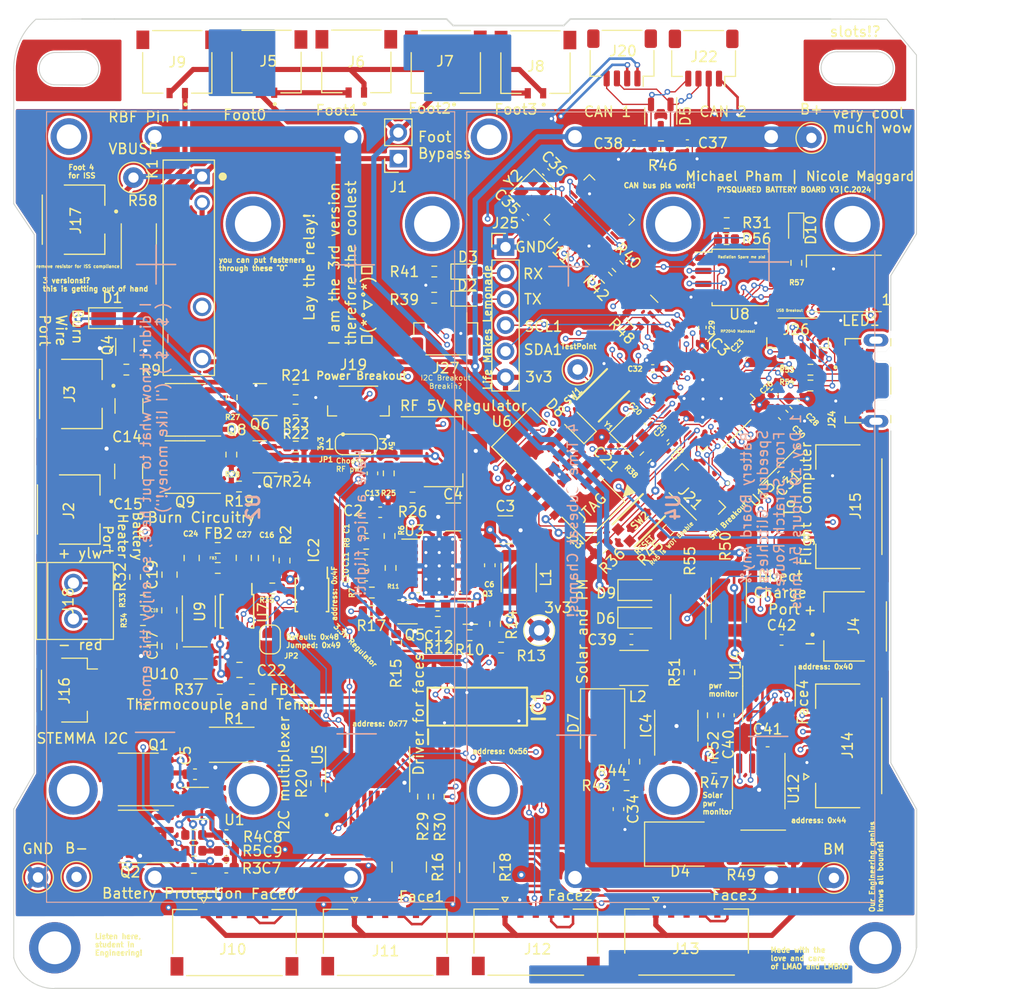
<source format=kicad_pcb>
(kicad_pcb (version 20221018) (generator pcbnew)
  (layers (0 "F.Cu" signal) (1 "In1.Cu" signal) (2 "In2.Cu" signal) (31 "B.Cu" signal) (34 "B.Paste" user) (35 "F.Paste" user) (36 "B.SilkS" user "B.Silkscreen") (37 "F.SilkS" user "F.Silkscreen") (38 "B.Mask" user) (39 "F.Mask" user) (44 "Edge.Cuts" user))
  (net 0 "")
  (net 1 "VSOLAR_I")
  (net 2 "+3V3")
  (net 3 "VBUSP")
  (net 4 "Net-(C5-Pad1)")
  (net 5 "Net-(U3-SW1)")
  (net 6 "Net-(U3-VBST)")
  (net 7 "B-")
  (net 8 "Net-(U1-V-)")
  (net 9 "Net-(U1-VC)")
  (net 10 "/VDD")
  (net 11 "Net-(U3-SS)")
  (net 12 "Net-(U3-VREG5)")
  (net 13 "Net-(Q5A-C1)")
  (net 14 "Net-(Q3B-B2)")
  (net 15 "BURN")
  (net 16 "GND")
  (net 17 "/V_RF")
  (net 18 "AVDD")
  (net 19 "AGND")
  (net 20 "VBatt")
  (net 21 "F0_ENB")
  (net 22 "F1_ENB")
  (net 23 "F2_ENB")
  (net 24 "F3_ENB")
  (net 25 "F4_ENB")
  (net 26 "Net-(IC3-XIN)")
  (net 27 "Net-(C21-Pad2)")
  (net 28 "1.2V")
  (net 29 "Net-(D4-K)")
  (net 30 "CANL")
  (net 31 "CANH")
  (net 32 "Net-(D7-K)")
  (net 33 "Net-(IC4-BOOST)")
  (net 34 "FC_RESET")
  (net 40 "VBatt1")
  (net 42 "BURN_RELAY_A")
  (net 43 "Net-(K1-PadNO)")
  (net 44 "Heater")
  (net 46 "ENAB_HEATER")
  (net 49 "SCL0")
  (net 50 "SDA0")
  (net 51 "Net-(IC2-OS)")
  (net 52 "FC_RX")
  (net 53 "/NEOPIX")
  (net 54 "/3V3_EN")
  (net 55 "SDA1")
  (net 56 "SCL1")
  (net 57 "BM")
  (net 58 "PACK+")
  (net 59 "ENABLE_BURN")
  (net 60 "SPI0_MISO")
  (net 61 "SPI0_CS0")
  (net 62 "ENAB_BURN")
  (net 63 "VBUS_RESET")
  (net 64 "SPI0_SCK")
  (net 65 "SPI0_MOSI")
  (net 66 "F3_SDA")
  (net 67 "F2_SDA")
  (net 68 "F1_SDA")
  (net 69 "F0_SDA")
  (net 70 "VBATT_SENSE")
  (net 71 "F3_SCL")
  (net 72 "F2_SCL")
  (net 73 "/USBBOOT")
  (net 74 "F0_SCL")
  (net 75 "F4_SCL")
  (net 76 "F4_SDA")
  (net 77 "Net-(IC3-XOUT)")
  (net 78 "I2C_RESET")
  (net 79 "SWCLK")
  (net 80 "SWDIO")
  (net 81 "/~{RESET}")
  (net 82 "SPI1_MISO")
  (net 83 "ENAB_RF")
  (net 84 "VSOLAR")
  (net 85 "CHRG'")
  (net 86 "SPI1_CS0")
  (net 87 "SPI1_SCK")
  (net 88 "SPI1_MOSI")
  (net 89 "D0")
  (net 90 "WDT_WDI")
  (net 91 "D1")
  (net 92 "/NEO_PWR")
  (net 93 "/A0")
  (net 94 "/A1")
  (net 95 "/A2")
  (net 96 "/A3")
  (net 97 "USB_D-")
  (net 98 "USB_D+")
  (net 99 "/QSPI_DATA[3]")
  (net 100 "/QSPI_SCK")
  (net 101 "/QSPI_DATA[0]")
  (net 102 "/QSPI_DATA[2]")
  (net 103 "/QSPI_DATA[1]")
  (net 104 "/QSPI_CS")
  (net 105 "Net-(IC4-VIN_REG)")
  (net 107 "Net-(IC4-VFB)")
  (net 109 "Net-(IC4-SENSE)")
  (net 110 "Net-(J5-Pin_1)")
  (net 111 "Net-(J7-Pin_1)")
  (net 112 "+5V")
  (net 113 "VBUS")
  (net 114 "Net-(JP2-A)")
  (net 115 "Net-(Q4-C)")
  (net 117 "Net-(Q1-G)")
  (net 118 "Net-(Q1-D-Pad5)")
  (net 119 "Net-(Q2-G)")
  (net 120 "Net-(Q3A-B1)")
  (net 121 "Net-(Q5A-B1)")
  (net 122 "Net-(Q5B-B2)")
  (net 123 "Net-(Q6-G)")
  (net 124 "Net-(Q6-D)")
  (net 125 "Net-(Q7-G)")
  (net 126 "Net-(Q7-D)")
  (net 127 "Net-(U3-VFB)")
  (net 128 "Net-(U3-PG)")
  (net 129 "Net-(R13-Pad2)")
  (net 130 "Net-(U6-SENSE{slash}ADJ)")
  (net 131 "Net-(D2-PadC)")
  (net 132 "Net-(D3-PadC)")
  (net 133 "Net-(D8-PadA)")
  (net 134 "Net-(D10-PadA)")
  (net 150 "OUT")
  (net 151 "TXCAN")
  (net 152 "RXCAN")
  (net 153 "D-")
  (net 154 "D+")
  (net 155 "F1_SCL")
  (net 156 "Break_SDA")
  (net 157 "Break_SCL")
  (net 158 "Net-(U9--IN)")
  (net 159 "Net-(U9-+IN)")
  (net 160 "Net-(U9-+Vs)")
  (net 161 "Net-(U11-OSC1)")
  (net 162 "Net-(U11-OSC2)")
  (net 163 "Net-(U10-K)")
  (net 164 "Net-(U11-RESET)")
  (net 165 "Net-(U13-~{RESET})")
  (net 176 "Net-(U13-~{MR})")
  (net 178 "Net-(J18-Pin_2)")
  (net 179 "Net-(J18-Pin_1)")
  (net 184 "ISS_Comply")
  (net 185 "FC_TX")
  (footprint "Resistor_SMD:R_0603_1608Metric" (layer "F.Cu") (at 186.79 64.76 90)
    (fp_text reference "R57")
    (fp_text value "10k")
  )
  (footprint "Battery Board:JST_BM04B-SRSS-TB(LF)(SN)" (layer "F.Cu") (at 176.211472 88.008528 135)
    (fp_text reference "J21")
    (fp_text value "BM04B-SRSS-TB(LF)(SN)")
  )
  (footprint "" (layer "F.Cu") (at 194.5 131.53)
    (fp_text reference "")
    (fp_text value "")
  )
  (footprint "Capacitor_SMD:C_0603_1608Metric" (layer "F.Cu") (at 144.8575 90.615)
    (fp_text reference "C1")
    (fp_text value "22uF")
  )
  (footprint "TestPoint:TestPoint_Loop_D1.80mm_Drill1.0mm_Beaded" (layer "F.Cu") (at 122.17 56.45)
    (fp_text reference "TP6")
    (fp_text value "VBUSP")
  )
  (footprint "LED_SMD:LED_WS2812B_PLCC4_5.0x5.0mm_P3.2mm" (layer "F.Cu") (at 191.42 66.77 180)
    (fp_text reference "LED1")
    (fp_text value "WS2812B_SK6812_1515")
  )
  (footprint "Package_SO:SOIC-8_3.9x4.9mm_P1.27mm" (layer "F.Cu") (at 122.649999 120.68 180)
    (fp_text reference "Q2")
    (fp_text value "IRF7458")
  )
  (footprint "Connector_JST:JST_SH_BM04B-SRSS-TB_1x04-1MP_P1.00mm_Vertical" (layer "F.Cu") (at 152.61 71.72 180)
    (fp_text reference "J27")
    (fp_text value "I2C0 Breakout")
  )
  (footprint "Package_TO_SOT_SMD:SOT-363_SC-70-6" (layer "F.Cu") (at 155.0075 98.83)
    (fp_text reference "Q3")
    (fp_text value "MBT2222ADW1T1")
  )
  (footprint "Resistor_SMD:R_0603_1608Metric" (layer "F.Cu") (at 128.05 120.53)
    (fp_text reference "R4")
    (fp_text value "330")
  )
  (footprint "Package_SO:SOIC-8-1EP_3.9x4.9mm_P1.27mm_EP2.514x3.2mm" (layer "F.Cu") (at 127.202502 84.669999 180)
    (fp_text reference "Q9")
    (fp_text value "NDS8434")
  )
  (footprint "Package_TO_SOT_SMD:SOT-23-6" (layer "F.Cu") (at 128.68 117.45)
    (fp_text reference "U1")
    (fp_text value "R5460N208AA")
  )
  (footprint "Battery Board:MOLEX_5040500591" (layer "F.Cu") (at 146.71 131 180)
    (fp_text reference "J11")
    (fp_text value "Face1")
  )
  (footprint "Capacitor_SMD:C_0402_1005Metric" (layer "F.Cu") (at 185.3 85.4 -135)
    (fp_text reference "C31")
    (fp_text value "0.1uF")
  )
  (footprint "Battery Board:MOLEX_504050-0291" (layer "F.Cu") (at 152.62 45.17 180)
    (fp_text reference "J7")
    (fp_text value "Foot2")
  )
  (footprint "Capacitor_SMD:C_0402_1005Metric" (layer "F.Cu") (at 172.3 80.21 -45)
    (fp_text reference "C20")
    (fp_text value "22pF")
  )
  (footprint "Battery Board:MOLEX_5040500591" (layer "F.Cu") (at 176.09 130.97 180)
    (fp_text reference "J13")
    (fp_text value "Face3")
  )
  (footprint "Resistor_SMD:R_0603_1608Metric" (layer "F.Cu") (at 130.39 94.502499 180)
    (fp_text reference "FB3")
    (fp_text value "FerriteBead")
  )
  (footprint "Diode_SMD:D_PowerDI-123" (layer "F.Cu") (at 120.115001 70.154998)
    (fp_text reference "D1")
    (fp_text value "DFLS130L")
  )
  (footprint "Resistor_SMD:R_0603_1608Metric" (layer "F.Cu") (at 132.46 86.564998 180)
    (fp_text reference "R19")
    (fp_text value "634k")
  )
  (footprint "Capacitor_SMD:C_0603_1608Metric" (layer "F.Cu") (at 180.22 108.86 -90)
    (fp_text reference "C40")
    (fp_text value "10uF")
  )
  (footprint "Resistor_SMD:R_Array_Convex_4x0603" (layer "F.Cu") (at 171.75 69.45 135)
    (fp_text reference "R48")
    (fp_text value "10k")
  )
  (footprint "Battery Board:MOLEX_504050-0291" (layer "F.Cu") (at 161.36 45.19 180)
    (fp_text reference "J8")
    (fp_text value "Foot3")
  )
  (footprint "Resistor_SMD:R_0603_1608Metric" (layer "F.Cu") (at 180 60.88 180)
    (fp_text reference "R31")
    (fp_text value "10k")
  )
  (footprint "Resistor_SMD:R_0603_1608Metric" (layer "F.Cu") (at 170.24 115.69)
    (fp_text reference "R43")
    (fp_text value "200k")
  )
  (footprint "Resistor_SMD:R_0603_1608Metric" (layer "F.Cu") (at 169.38014 65.100232 135)
    (fp_text reference "R40")
    (fp_text value "10k")
  )
  (footprint "Capacitor_SMD:C_0603_1608Metric" (layer "F.Cu") (at 145.4675 85.28 90)
    (fp_text reference "C13")
    (fp_text value "10uF")
  )
  (footprint "Capacitor_SMD:C_0805_2012Metric" (layer "F.Cu") (at 125.665 98.632499 -90)
    (fp_text reference "C18")
    (fp_text value "0.1uF")
  )
  (footprint "Package_SO:SOIC-8_3.9x4.9mm_P1.27mm" (layer "F.Cu") (at 184.12 106.02 90)
    (fp_text reference "U14")
    (fp_text value "INA219AxD")
  )
  (footprint "Package_TO_SOT_SMD:SOT-223-6" (layer "F.Cu") (at 152.4075 83.17)
    (fp_text reference "U6")
    (fp_text value "TPS7A4501DCQT")
  )
  (footprint "Package_SO:SO-8_3.9x4.9mm_P1.27mm" (layer "F.Cu") (at 182.79 83.24 -135)
    (fp_text reference "U13")
    (fp_text value "MAX706RESA")
  )
  (footprint "Battery Board:BTN_KMR2_4.6X2.8" (layer "F.Cu") (at 167.93 77.67 -135)
    (fp_text reference "SW1")
    (fp_text value "KMR2")
  )
  (footprint "Battery Board:MOLEX_5040500591" (layer "F.Cu") (at 191.89 111.845 -90)
    (fp_text reference "J14")
    (fp_text value "Face4")
  )
  (footprint "Resistor_SMD:R_0603_1608Metric" (layer "F.Cu") (at 133.715 106.322499)
    (fp_text reference "FB1")
    (fp_text value "FerriteBead")
  )
  (footprint "Battery Board:BTN_KMR2_4.6X2.8" (layer "F.Cu") (at 171.43 89.86 45)
    (fp_text reference "SW2")
    (fp_text value "KMR2")
  )
  (footprint "TestPoint:TestPoint_Loop_D1.80mm_Drill1.0mm_Beaded" (layer "F.Cu") (at 161.72 100.59)
    (fp_text reference "TP1")
    (fp_text value "3v3")
  )
  (footprint "Capacitor_SMD:C_0603_1608Metric" (layer "F.Cu") (at 151.8275 98.16)
    (fp_text reference "C12")
    (fp_text value "10uF")
  )
  (footprint "Capacitor_SMD:C_0603_1608Metric" (layer "F.Cu") (at 156.9075 94.24 90)
    (fp_text reference "C6")
    (fp_text value "0.1uF")
  )
  (footprint "TCA9548APWR:SOP65P640X120-24N" (layer "F.Cu") (at 144.995 114.13 90)
    (fp_text reference "U5")
    (fp_text value "TCA9548APWR")
  )
  (footprint "Package_TO_SOT_SMD:SOT-23" (layer "F.Cu") (at 134.470001 83.669998 180)
    (fp_text reference "Q7")
    (fp_text value "IRLML2803")
  )
  (footprint "TestPoint:TestPoint_Loop_D1.80mm_Drill1.0mm_Beaded" (layer "F.Cu") (at 116.62 124.62)
    (fp_text reference "TP2")
    (fp_text value "B-")
  )
  (footprint "Resistor_SMD:R_0603_1608Metric" (layer "F.Cu") (at 188.165 76.72)
    (fp_text reference "R54")
    (fp_text value "22")
  )
  (footprint "Resistor_SMD:R_2512_6332Metric" (layer "F.Cu") (at 131.75 111.74 180)
    (fp_text reference "R1")
    (fp_text value "0.01")
  )
  (footprint "Connector_PinHeader_2.54mm:PinHeader_1x06_P2.54mm_Vertical" (layer "F.Cu") (at 158.44 63.22)
    (fp_text reference "J25")
    (fp_text value "Life Makes Lemonade")
  )
  (footprint "Connector_JST:JST_SH_SM04B-SRSS-TB_1x04-1MP_P1.00mm_Horizontal" (layer "F.Cu") (at 169.8 44.78 180)
    (fp_text reference "J20")
    (fp_text value "CAN1")
  )
  (footprint "Battery Board:ScrewTerminal" (layer "F.Cu") (at 116.315001 97.7225 -90)
    (fp_text reference "J18")
    (fp_text value "Screw_Terminal_01x02")
  )
  (footprint "Package_SO:HTSSOP-14-1EP_4.4x5mm_P0.65mm_EP3.4x5mm_Mask3x3.1mm_ThermalVias" (layer "F.Cu") (at 151.9775 94.3)
    (fp_text reference "U3")
    (fp_text value "TPS54226PWPRPWP14_2P31X2P46-L")
  )
  (footprint "Resistor_SMD:R_0603_1608Metric" (layer "F.Cu") (at 174.3 90.82 45)
    (fp_text reference "R45")
    (fp_text value "10k")
  )
  (footprint "Connector_PinSocket_2.54mm:PinSocket_1x02_P2.54mm_Vertical" (layer "F.Cu") (at 147.99 54.6 180)
    (fp_text reference "J1")
    (fp_text value "Bypass")
  )
  (footprint "Resistor_SMD:R_0603_1608Metric" (layer "F.Cu") (at 178.65 108.86 90)
    (fp_text reference "R52")
    (fp_text value "412k")
  )
  (footprint "Resistor_SMD:R_0603_1608Metric" (layer "F.Cu") (at 154.9375 101.06 180)
    (fp_text reference "R10")
    (fp_text value "100K")
  )
  (footprint "Resistor_SMD:R_0603_1608Metric" (layer "F.Cu") (at 139.99 115.505 90)
    (fp_text reference "R20")
    (fp_text value "10K")
  )
  (footprint "Capacitor_SMD:C_0805_2012Metric" (layer "F.Cu") (at 132.924999 93.5225 -90)
    (fp_text reference "C27")
    (fp_text value "0.1uF")
  )
  (footprint "Resistor_SMD:R_0603_1608Metric" (layer "F.Cu") (at 188.165 75.18)
    (fp_text reference "R53")
    (fp_text value "22")
  )
  (footprint "Resistor_SMD:R_Array_Convex_4x0603" (layer "F.Cu") (at 155.64 123.69 -90)
    (fp_text reference "R18")
    (fp_text value "10k")
  )
  (footprint "Resistor_SMD:R_0603_1608Metric" (layer "F.Cu") (at 121.4775 75.17 180)
    (fp_text reference "R9")
    (fp_text value "10k")
  )
  (footprint "Resistor_SMD:R_0603_1608Metric" (layer "F.Cu") (at 167.783363 92.526637 45)
    (fp_text reference "R36")
    (fp_text value "10k")
  )
  (footprint "Diode_SMD:D_0603_1608Metric_Pad1.05x0.95mm_HandSolder" (layer "F.Cu") (at 186.77 61.56 -90)
    (fp_text reference "D10")
    (fp_text value "Blue")
  )
  (footprint "Resistor_SMD:R_2512_6332Metric" (layer "F.Cu") (at 183.56 121.77)
    (fp_text reference "R49")
    (fp_text value "0.002")
  )
  (footprint "Diode_SMD:D_SMB" (layer "F.Cu") (at 175.6525 121.42)
    (fp_text reference "D4")
    (fp_text value "D_Schottky")
  )
  (footprint "Connector_JST:JST_SH_SM04B-SRSS-TB_1x04-1MP_P1.00mm_Horizontal" (layer "F.Cu") (at 177.75 44.8 180)
    (fp_text reference "J22")
    (fp_text value "CAN2")
  )
  (footprint "Capacitor_SMD:C_0402_1005Metric" (layer "F.Cu") (at 169.05 83.04 135)
    (fp_text reference "C21")
    (fp_text value "22pF")
  )
  (footprint "Diode_SMD:D_SOD-323F" (layer "F.Cu") (at 165.55 80.65 135)
    (fp_text reference "D8")
    (fp_text value "NSR0320")
  )
  (footprint "Package_TO_SOT_SMD:SOT-23-3" (layer "F.Cu") (at 173.5725 50.45 -90)
    (fp_text reference "D5")
    (fp_text value "PESD1CAN")
  )
  (footprint "Package_SO:SOIC-8_3.9x4.9mm_P1.27mm" (layer "F.Cu") (at 183.12 116.03 -90)
    (fp_text reference "U12")
    (fp_text value "INA219AxD")
  )
  (footprint "Resistor_SMD:R_0603_1608Metric" (layer "F.Cu") (at 147.1375 91.385 90)
    (fp_text reference "R6")
    (fp_text value "73.2K")
  )
  (footprint "Resistor_SMD:R_0603_1608Metric" (layer "F.Cu") (at 172.1 83.72 -135)
    (fp_text reference "R38")
    (fp_text value "1k")
  )
  (footprint "Diode_SMD:D_0603_1608Metric_Pad1.05x0.95mm_HandSolder" (layer "F.Cu") (at 154.795 68.24)
    (fp_text reference "D2")
    (fp_text value "green")
  )
  (footprint "Package_TO_SOT_SMD:SOT-523" (layer "F.Cu") (at 121.341957 72.780562 90)
    (fp_text reference "Q4")
    (fp_text value "MMBT2222AT")
  )
  (footprint "Resistor_SMD:R_2512_6332Metric" (layer "F.Cu") (at 176.25 99.27 -90)
    (fp_text reference "R55")
    (fp_text value "0.1")
  )
  (footprint "Resistor_SMD:R_0603_1608Metric" (layer "F.Cu") (at 130.585 106.302499)
    (fp_text reference "R37")
    (fp_text value "1k")
  )
  (footprint "Resistor_SMD:R_0603_1608Metric" (layer "F.Cu") (at 147.0575 85.28 -90)
    (fp_text reference "R25")
    (fp_text value "10K")
  )
  (footprint "Resistor_SMD:R_0603_1608Metric" (layer "F.Cu") (at 149.3775 87.64)
    (fp_text reference "R26")
    (fp_text value "3.3K")
  )
  (footprint "Capacitor_SMD:C_0402_1005Metric" (layer "F.Cu") (at 160.389277 60.323726 -45)
    (fp_text reference "C35")
    (fp_text value "22pf")
  )
  (footprint "Capacitor_SMD:C_0603_1608Metric" (layer "F.Cu") (at 169.45 118.01 -90)
    (fp_text reference "C34")
    (fp_text value "10uF")
  )
  (footprint "Battery Board:MOLEX_504050-0291" (layer "F.Cu") (at 135.14 45.1375 180)
    (fp_text reference "J5")
    (fp_text value "Foot0")
  )
  (footprint "Capacitor_SMD:C_0402_1005Metric" (layer "F.Cu") (at 162.376247 55.904308 -45)
    (fp_text reference "C36")
    (fp_text value "22pf")
  )
  (footprint "Capacitor_SMD:C_0805_2012Metric" (layer "F.Cu") (at 135.085 93.542499 -90)
    (fp_text reference "C16")
    (fp_text value "10uF")
  )
  (footprint "Package_SO:MSOP-8_3x3mm_P0.65mm" (layer "F.Cu") (at 128.545 98.7225 90)
    (fp_text reference "U9")
    (fp_text value "AD8495")
  )
  (footprint "Resistor_SMD:R_0603_1608Metric" (layer "F.Cu") (at 178.79 114 180)
    (fp_text reference "R47")
    (fp_text value "10K")
  )
  (footprint "Capacitor_SMD:C_0402_1005Metric" (layer "F.Cu") (at 174 81.8 -135)
    (fp_text reference "C33")
    (fp_text value "0.1uF")
  )
  (footprint "Capacitor_SMD:C_1210_3225Metric" (layer "F.Cu") (at 153.3475 89.53 180)
    (fp_text reference "C4")
    (fp_text value "100uF")
  )
  (footprint "Diode_SMD:D_PowerDI-123" (layer "F.Cu") (at 171.7 99.35)
    (fp_text reference "D6")
    (fp_text value "DFLS130L")
  )
  (footprint "PCA9685:SOP65P640X110-28N" (layer "F.Cu") (at 155.69 108.02 90)
    (fp_text reference "IC1")
    (fp_text value "PCA9685PW,118" hide)
  )
  (footprint "Capacitor_SMD:C_0603_1608Metric" (layer "F.Cu") (at 131.22 123.72 180)
    (fp_text reference "C7")
    (fp_text value "0.1uF")
  )
  (footprint "Capacitor_SMD:C_0402_1005Metric" (layer "F.Cu") (at 184.67 77.37 -135)
    (fp_text reference "C26")
    (fp_text value "0.1uF")
  )
  (footprint "Resistor_SMD:R_0603_1608Metric" (layer "F.Cu") (at 151.8375 99.75)
    (fp_text reference "R12")
    (fp_text value "20K")
  )
  (footprint "Resistor_SMD:R_0603_1608Metric" (layer "F.Cu") (at 137.992501 82.669999 180)
    (fp_text reference "R22")
    (fp_text value "10k")
  )
  (footprint "Package_SO:SOIC-8_5.275x5.275mm_P1.27mm" (layer "F.Cu") (at 181.32 66.18)
    (fp_text reference "U8")
    (fp_text value "W25Q128JV")
  )
  (footprint "Battery Board:MOLEX_5040500591" (layer "F.Cu") (at 161.39 130.98 180)
    (fp_text reference "J12")
    (fp_text value "Face2")
  )
  (footprint "Resistor_SMD:R_0603_1608Metric" (layer "F.Cu") (at 147.7775 101.77 90)
    (fp_text reference "R15")
    (fp_text value "100K")
  )
  (footprint "Resistor_SMD:R_0603_1608Metric" (layer "F.Cu") (at 179.98 62.45)
    (fp_text reference "R56")
    (fp_text value "1k")
  )
  (footprint "TestPoint:TestPoint_Loop_D1.80mm_Drill1.0mm_Beaded" (layer "F.Cu") (at 165.47 75.16)
    (fp_text reference "TP8")
    (fp_text value "TestPoint")
  )
  (footprint "Capacitor_SMD:C_0603_1608Metric" (layer "F.Cu") (at 144.8475 95.26 180)
    (fp_text reference "C10")
    (fp_text value "3.3nF")
  )
  (footprint "Package_TO_SOT_SMD:SOT-363_SC-70-6" (layer "F.Cu") (at 148.6375 98.79 180)
    (fp_text reference "Q5")
    (fp_text value "MBT2222ADW1T1")
  )
  (footprint "Package_TO_SOT_SMD:SOT-23" (layer "F.Cu") (at 134.502502 78.089999 180)
    (fp_text reference "Q6")
    (fp_text value "IRLML2803")
  )
  (footprint "Resistor_SMD:R_0603_1608Metric" (layer "F.Cu") (at 130.385 92.5525 180)
    (fp_text reference "FB2")
    (fp_text value "FerriteBead")
  )
  (footprint "Capacitor_SMD:C_0603_1608Metric" (layer "F.Cu") (at 144.8525 93.73 180)
    (fp_text reference "C11")
    (fp_text value "1uF")
  )
  (footprint "Package_TO_SOT_SMD:SOT-23" (layer "F.Cu") (at 128.705 103.7525)
    (fp_text reference "U10")
    (fp_text value "TLVH431 DBZ SOT-23")
  )
  (footprint "Capacitor_SMD:C_0603_1608Metric" (layer "F.Cu") (at 131.240001 120.54 180)
    (fp_text reference "C8")
    (fp_text value "0.1uF")
  )
  (footprint "Resistor_SMD:R_0603_1608Metric" (layer "F.Cu") (at 128.06 123.74 180)
    (fp_text reference "R3")
    (fp_text value "1K")
  )
  (footprint "Connector_JST:JST_SH_SM04B-SRSS-TB_1x04-1MP_P1.00mm_Horizontal" (layer "F.Cu") (at 115.89 106.41 -90)
    (fp_text reference "J16")
    (fp_text value "I2C Multiplexer Breakout")
  )
  (footprint "Resistor_SMD:R_0603_1608Metric" (layer "F.Cu") (at 158.0075 102.26)
    (fp_text reference "R13")
    (fp_text value "100K")
  )
  (footprint "Battery Board:MOLEX_5040500591" (layer "F.Cu") (at 132.015 131.02 180)
    (fp_text reference "J10")
    (fp_text value "Face0")
  )
  (footprint "TestPoint:TestPoint_Loop_D1.80mm_Drill1.0mm_Beaded" (layer "F.Cu") (at 188.26 52.58)
    (fp_text reference "TP5")
    (fp_text value "B+")
  )
  (footprint "Capacitor_SMD:C_0603_1608Metric" (layer "F.Cu") (at 185.35 101.52)
    (fp_text reference "C42")
    (fp_text value "0.1uF")
  )
  (footprint "Jumper:SolderJumper-3_P1.3mm_Open_RoundedPad1.0x1.5mm_NumberLabels" (layer "F.Cu") (at 143.9075 82.46)
    (fp_text reference "JP1")
    (fp_text value "SolderJumper_3_Open")
  )
  (footprint "Capacitor_SMD:C_0603_1608Metric" (layer "F.Cu") (at 131.23 122.09 180)
    (fp_text reference "C9")
    (fp_text value "0.1uF")
  )
  (footprint "Capacitor_SMD:C_1210_3225Metric" (layer "F.Cu") (at 121.7325 78.709998 90)
    (fp_text reference "C14")
    (fp_text value "200uF")
  )
  (footprint "Resistor_SMD:R_0603_1608Metric" (layer "F.Cu") (at 151.94 116.795 90)
    (fp_text reference "R30")
    (fp_text value "10K")
  )
  (footprint "Capacitor_SMD:C_0402_1005Metric" (layer "F.Cu") (at 177.63 71.05 90)
    (fp_text reference "C29")
    (fp_text value "0.1uF")
  )
  (footprint "Resistor_SMD:R_2512_6332Metric" (layer "F.Cu") (at 180.21 97.63 90)
    (fp_text reference "R50")
    (fp_text value "0.002")
  )
  (footprint "Capacitor_SMD:C_0402_1005Metric" (layer "F.Cu") (at 176.17 53.13)
    (fp_text reference "C37")
    (fp_text value "47pf")
  )
  (footprint "FC_DEV_BOARD:MOLEX_105164-0001" (layer "F.Cu") (at 196 76.2475 90)
    (fp_text reference "J24")
    (fp_text value "USB_B_Micro")
    (fp_line (start -4.9 0) (end -3.4 0) (stroke (width 0.01)) (layer "Edge.Cuts"))
    (fp_line (start -3.4 0) (end -2.825 -0.5) (stroke (width 0.01)) (layer "Edge.Cuts"))
    (fp_line (start -2.825 -1.15) (end -2.825 -0.5) (stroke (width 0.01)) (layer "Edge.Cuts"))
    (fp_line (start -1.925 -1.15) (end -1.925 -0.5) (stroke (width 0.01)) (layer "Edge.Cuts"))
    (fp_line (start 0.00053 0.004943) (end -1.29947 0.004943) (stroke (width 0.01)) (layer "Edge.Cuts"))
    (fp_line (start 0.00053 0.004943) (end 1.3 0) (stroke (width 0.01)) (layer "Edge.Cuts"))
    (fp_line (start 1.925 -1.15) (end 1.925 -0.5) (stroke (width 0.01)) (layer "Edge.Cuts"))
    (fp_line (start 2.825 -1.15) (end 2.825 -0.5) (stroke (width 0.01)) (layer "Edge.Cuts"))
    (fp_line (start 3.4 0) (end 2.825 -0.5) (stroke (width 0.01)) (layer "Edge.Cuts"))
    (fp_line (start 4.9 0) (end 3.4 0) (stroke (width 0.01)) (layer "Edge.Cuts"))
    (fp_arc (start -2.825 -1.15) (mid -2.375 -1.6) (end -1.925 -1.15) (stroke (width 0.01)) (layer "Edge.Cuts"))
    (fp_arc (start -1.29947 0.004943) (mid -1.716881 -0.117891) (end -1.924999 -0.5) (stroke (width 0.01)) (layer "Edge.Cuts"))
    (fp_arc (start 1.925 -1.15) (mid 2.375 -1.6) (end 2.825 -1.15) (stroke (width 0.01)) (layer "Edge.Cuts"))
    (fp_arc (start 1.925529 -0.504943) (mid 1.717412 -0.122833) (end 1.3 0) (stroke (width 0.01)) (layer "Edge.Cuts"))
  )
  (footprint "Diode_SMD:D_SMB" (layer "F.Cu") (at 167.9 109.9425 -90)
    (fp_text reference "D7")
    (fp_text value "D_Schottky")
  )
  (footprint "Resistor_SMD:R_0603_1608Metric" (layer "F.Cu") (at 131.742501 77.879999 -90)
    (fp_text reference "R27")
    (fp_text value "100k")
  )
  (footprint "Battery Board:MOLEX_504050-0291" (layer "F.Cu") (at 192.52 100.2 90)
    (fp_text reference "J4")
    (fp_text value "CHARGE")
  )
  (footprint "Capacitor_SMD:C_0603_1608Metric" (layer "F.Cu") (at 146.2225 89.075)
    (fp_text reference "C2")
    (fp_text value "22uF")
  )
  (footprint "Resistor_SMD:R_0603_1608Metric" (layer "F.Cu") (at 151.485 68.16 180)
    (fp_text reference "R39")
    (fp_text value "1k")
  )
  (footprint "Resistor_SMD:R_Array_Convex_4x0603" (layer "F.Cu") (at 149.05 123.66 -90)
    (fp_text reference "R16")
    (fp_text value "10k")
  )
  (footprint "Resistor_SMD:R_0603_1608Metric" (layer "F.Cu") (at 137.972502 79.059999)
    (fp_text reference "R23")
    (fp_text value "4.7k")
  )
  (footprint "Capacitor_SMD:C_0402_1005Metric" (layer "F.Cu") (at 172.79 75.05 180)
    (fp_text reference "C32")
    (fp_text value "0.1uF")
  )
  (footprint "Battery Board:MOLEX_504050-0291" (layer "F.Cu") (at 115.86 88.805 -90)
    (fp_text reference "J2")
    (fp_text value "Heater")
  )
  (footprint "Package_DFN_QFN:QFN-56-1EP_7x7mm_P0.4mm_EP3.2x3.2mm" (layer "F.Cu") (at 177.666528 77.997887 -45)
    (fp_text reference "IC3")
    (fp_text value "RP2040_QFN56")
  )
  (footprint "Capacitor_SMD:C_1210_3225Metric" (layer "F.Cu") (at 121.7025 85.089998 90)
    (fp_text reference "C15")
    (fp_text value "200uF")
  )
  (footprint "Battery Board:MOLEX_5040500591" (layer "F.Cu") (at 191.91 88.53 -90)
    (fp_text reference "J15")
    (fp_text value "FC")
  )
  (footprint "Resistor_SMD:R_0603_1608Metric" (layer "F.Cu") (at 144.8575 92.145)
    (fp_text reference "R8")
    (fp_text value "22.1K")
  )
  (footprint "Capacitor_SMD:C_0805_2012Metric" (layer "F.Cu") (at 125.675 102.132499 90)
    (fp_text reference "C17")
    (fp_text value "0.01uF")
  )
  (footprint "Package_SO:TSSOP-10_3x3mm_P0.5mm" (layer "F.Cu") (at 132.265001 98.7225 -90)
    (fp_text reference "U7")
    (fp_text value "ADS1015IDGS")
  )
  (footprint "Capacitor_SMD:C_0402_1005Metric" (layer "F.Cu") (at 170.97 53.17)
    (fp_text reference "C38")
    (fp_text value "47pf")
  )
  (footprint "Inductor_SMD:L_1812_4532Metric" (layer "F.Cu") (at 170.96 104.25)
    (fp_text reference "L2")
    (fp_text value "10uH")
  )
  (footprint "Resistor_SMD:R_0603_1608Metric" (layer "F.Cu") (at 123.095001 99.592499)
    (fp_text reference "R33")
    (fp_text value "100-Ohm")
  )
  (footprint "Package_DFN_QFN:QFN-28-1EP_6x6mm_P0.65mm_EP4.25x4.25mm" (layer "F.Cu") (at 166.611817 60.55 135)
    (fp_text reference "U11")
    (fp_text value "MCP25625-E/ML")
  )
  (footprint "Battery Board:JTAG_2X05_1.27MM_BOX_NOCREAM" (layer "F.Cu") (at 163.592962 85.382962 135)
    (fp_text reference "J23")
    (fp_text value "Conn_ARM_JTAG_SWD_10")
  )
  (footprint "Resistor_SMD:R_0603_1608Metric" (layer "F.Cu") (at 145.4075 96.9)
    (fp_text reference "R7")
    (fp_text value "73.2K")
  )
  (footprint "Capacitor_SMD:C_0805_2012Metric" (layer "F.Cu") (at 127.845 93.5325 90)
    (fp_text reference "C24")
    (fp_text value "10uF")
  )
  (footprint "Package_SO:SOIC-8_3.9x4.9mm_P1.27mm" (layer "F.Cu") (at 122.639999 115.12 180)
    (fp_text reference "Q1")
    (fp_text value "IRF7458")
  )
  (footprint "Resistor_SMD:R_0603_1608Metric" (layer "F.Cu") (at 145.3575 98.7 180)
    (fp_text reference "R17")
    (fp_text value "10K")
  )
  (footprint "Resistor_SMD:R_0603_1608Metric" (layer "F.Cu") (at 150.4 116.795 90)
    (fp_text reference "R29")
    (fp_text value "10K")
  )
  (footprint "Resistor_SMD:R_0603_1608Metric" (layer "F.Cu") (at 171 113.38 -90)
    (fp_text reference "R44")
    (fp_text value "85k")
  )
  (footprint "APAN3105:RELAY_APAN3105" (layer "F.Cu") (at 128.8625 56.35 -90)
    (fp_text reference "K1")
    (fp_text value "APAN3105")
  )
  (footprint "Resistor_SMD:R_0603_1608Metric" (layer "F.Cu") (at 128.060001 122.07)
    (fp_text reference "R5")
    (fp_text value "330")
  )
  (footprint "Resistor_SMD:R_0603_1608Metric" (layer "F.Cu") (at 137.982501 77.109998 180)
    (fp_text reference "R21")
    (fp_text value "10k")
  )
  (footprint "Battery Board:MOLEX_504050-0291" (layer "F.Cu") (at 126.44 45.1675 180)
    (fp_text reference "J9")
    (fp_text value "RBF")
  )
  (footprint "Resistor_SMD:R_0603_1608Metric" (layer "F.Cu") (at 173.6 53.4 180)
    (fp_text reference "R46")
    (fp_text value "120")
  )
  (footprint "Package_SO:TSSOP-8_3x3mm_P0.65mm" (layer "F.Cu") (at 139.57 97.132499 -90)
    (fp_text reference "IC2")
    (fp_text value "PCT2075DP,118")
  )
  (footprint "Battery Board:JST_BM04B-SRSS-TB(LF)(SN)" (layer "F.Cu") (at 144.0975 77.48)
    (fp_text reference "J19")
    (fp_text value "BM04B-SRSS-TB(LF)(SN)")
  )
  (footprint "Capacitor_SMD:C_0603_1608Metric" (layer "F.Cu") (at 181.59 73.74 45)
    (fp_text reference "C23")
    (fp_text value "1uF")
  )
  (footprint "Capacitor_SMD:C_0603_1608Metric" (layer "F.Cu") (at 186.62 78.51 -45)
    (fp_text reference "C28")
    (fp_text value "1uF")
  )
  (footprint "Diode_SMD:D_PowerDI-123" (layer "F.Cu") (at 171.71 96.66)
    (fp_text reference "D9")
    (fp_text value "DFLS130L")
  )
  (footprint "Resistor_SMD:R_0603_1608Metric" (layer "F.Cu") (at 122.335 95.382501 90)
    (fp_text reference "R32")
    (fp_text value "1-MOhm")
  )
  (footprint "Capacitor_SMD:C_1210_3225Metric" (layer "F.Cu") (at 158.4175 90.78)
    (fp_text reference "C3")
    (fp_text value "100uF")
  )
  (footprint "Resistor_SMD:R_0603_1608Metric" (layer "F.Cu") (at 136.9 93.782499 90)
    (fp_text reference "R2")
    (fp_text value "10K")
  )
  (footprint "Package_SO:SOIC-8-1EP_3.9x4.9mm_P1.27mm_EP2.514x3.2mm" (layer "F.Cu") (at 127.22 79.085 180)
    (fp_text reference "Q8")
    (fp_text value "NDS8434")
  )
  (footprint "Capacitor_SMD:C_0805_2012Metric" (layer "F.Cu") (at 125.685001 95.1525 90)
    (fp_text reference "C19")
    (fp_text value "0.01uF")
  )
  (footprint "Resistor_SMD:R_2512_6332Metric" (layer "F.Cu") (at 122.69 63.13 90)
    (fp_text reference "R58")
    (fp_text value "0.002")
  )
  (footprint "" (layer "F.Cu") (at 114.5 131.53)
    (fp_text reference "")
    (fp_text value "")
  )
  (footprint "TestPoint:TestPoint_Loop_D1.80mm_Drill1.0mm_Beaded" (layer "F.Cu") (at 112.86 124.67)
    (fp_text reference "TP4")
    (fp_text value "GND")
  )
  (footprint "Inductor_SMD:L_1812_4532Metric" (layer "F.Cu") (at 159.7275 95.45 -90)
    (fp_text reference "L1")
    (fp_text value "3.3uH")
  )
  (footprint "TestPoint:TestPoint_Loop_D1.80mm_Drill1.0mm_Beaded" (layer "F.Cu") (at 190.45 124.72)
    (fp_text reference "TP3")
    (fp_text value "BM")
  )
  (footprint "Package_SO:MSOP-12-1EP_3x4mm_P0.65mm_EP1.65x2.85mm" (layer "F.Cu") (at 175.09 109.88 90)
    (fp_text reference "IC4")
    (fp_text value "LT3652IMSE#PBF")
  )
  (footprint "Crystal:Crystal_SMD_2520-4Pin_2.5x2.0mm" (layer "F.Cu") (at 170.73 81.53 -45)
    (fp_text reference "Y1")
    (fp_text value "Crystal_GND24")
  )
  (footprint "Resistor_SMD:R_0603_1608Metric" (layer "F.Cu") (at 147.2375 94.5 90)
    (fp_text reference "R11")
    (fp_text value "100K")
  )
  (footprint "Battery Board:MOLEX_504050-0291" (layer "F.Cu") (at 116.33 60.55 -90)
    (fp_text reference "J17")
    (fp_text value "ISS Foot")
  )
  (footprint "Resistor_SMD:R_0603_1608Metric" (layer "F.Cu") (at 135.705 96.502499 180)
    (fp_text reference "R35")
    (fp_text value "10k-Ohm")
  )
  (footprint "Resistor_SMD:R_0603_1608Metric" (layer "F.Cu") (at 123.085001 97.682499 180)
    (fp_text reference "R34")
    (fp_text value "100-Ohm")
  )
  (footprint "Resistor_SMD:R_0603_1608Metric" (layer "F.Cu") (at 176.36 104.68 90)
    (fp_text reference "R51")
    (fp_text value "634k")
  )
  (footprint "Resistor_SMD:R_0603_1608Metric" (layer "F.Cu") (at 137.972501 84.639998)
    (fp_text reference "R24")
    (fp_text value "4.7k")
  )
  (footprint "Capacitor_SMD:C_0603_1608Metric" (layer "F.Cu") (at 170.71 101.47)
    (fp_text reference "C39")
    (fp_text value "1uF")
  )
  (footprint "Capacitor_SMD:C_0805_2012Metric" (layer "F.Cu") (at 132.505 104.442499)
    (fp_text reference "C22")
    (fp_text value "1uF")
  )
  (footprint "Capacitor_SMD:C_0603_1608Metric" (layer "F.Cu") (at 128.17 114.61)
    (fp_text reference "C5")
    (fp_text value "0.1uF")
  )
  (footprint "Battery Board:MOLEX_504050-0291" (layer "F.Cu") (at 143.895 45.12 180)
    (fp_text reference "J6")
    (fp_text value "Foot1")
  )
  (footprint "Capacitor_SMD:C_0603_1608Metric" (layer "F.Cu") (at 183.99 111.43)
    (fp_text reference "C41")
    (fp_text value "0.1uF")
  )
  (footprint "Capacitor_SMD:C_0402_1005Metric" (layer "F.Cu") (at 174.58 82.67 45)
    (fp_text reference "C25")
    (fp_text value "0.1uF")
  )
  (footprint "Battery Board:MOLEX_504050-0291" (layer "F.Cu") (at 116.0675 77.54 -90)
    (fp_text reference "J3")
    (fp_text value "BURN")
  )
  (footprint "Resistor_SMD:R_0603_1608Metric" (layer "F.Cu") (at 168.280589 66.206854 135)
    (fp_text reference "R42")
    (fp_text value "10k")
  )
  (footprint "Resistor_SMD:R_0603_1608Metric" (layer "F.Cu") (at 157.4275 99.96 90)
    (fp_text reference "R14")
    (fp_text value "100K")
  )
  (footprint "Resistor_SMD:R_0603_1608Metric" (layer "F.Cu") (at 131.7125 83.45 -90)
    (fp_text reference "R28")
    (fp_text value "100k")
  )
  (footprint "Crystal:Crystal_SMD_2520-4Pin_2.5x2.0mm" (layer "F.Cu") (at 161.046887 57.756928 -135)
    (fp_text reference "Y2")
    (fp_text value "Crystal_GND24")
  )
  (footprint "Battery Board:JST_BM04B-SRSS-TB(LF)(SN)" (layer "F.Cu") (at 186.91 70.84)
    (fp_text reference "J26")
    (fp_text value "BM04B-SRSS-TB(LF)(SN)")
  )
  (footprint "Jumper:SolderJumper-2_P1.3mm_Open_RoundedPad1.0x1.5mm" (layer "F.Cu") (at 135.485 101.472499 -90)
    (fp_text reference "JP2")
    (fp_text value "SolderJumper_2_Open")
  )
  (footprint "Diode_SMD:D_0603_1608Metric_Pad1.05x0.95mm_HandSolder" (layer "F.Cu") (at 154.78 65.61)
    (fp_text reference "D3")
    (fp_text value "red")
  )
  (footprint "Resistor_SMD:R_0603_1608Metric" (layer "F.Cu") (at 151.495 65.61 180)
    (fp_text reference "R41")
    (fp_text value "1k")
  )
  (footprint "Capacitor_SMD:C_0603_1608Metric" (layer "F.Cu") (at 185.51 79.59 -45)
    (fp_text reference "C30")
    (fp_text value "1uF")
  )
  (footprint "1049:1049" (layer "B.Cu") (at 133.5885 88.56 90)
    (fp_text reference "U2")
    (fp_text value "1049" hide)
  )
  (footprint "1049:1049" (layer "B.Cu") (at 174.55 88.58 90)
    (fp_text reference "U4")
    (fp_text value "1049" hide)
  )
  (footprint "LOGO" (layer "B.Cu") (at 132.753208 45.962133 180)
    (fp_text reference "G***" hide)
    (fp_text value "LOGO" hide)
  )
  (footprint "LOGO" (layer "B.Cu") (at 155.33 131.91 180)
    (fp_text reference "G***" hide)
    (fp_text value "LOGO" hide)
  )
  (gr_line locked (start 190.158162 40.989322) (end 195.598162 41.004322) (stroke (width 0.1)) (layer "Edge.Cuts"))
  (gr_line (start 196 81.1475) (end 196 113.5) (stroke (width 0.1)) (layer "Edge.Cuts"))
  (gr_line locked (start 117.133162 40.989322) (end 120.308162 40.989322) (stroke (width 0.15)) (layer "Edge.Cuts"))
  (gr_line (start 198.5 118) (end 196 113.5) (stroke (width 0.1)) (layer "Edge.Cuts"))
  (gr_arc (start 110.5 46) (mid 111.034894 43.270084) (end 112.66352 41.014845) (stroke (width 0.1)) (layer "Edge.Cuts"))
  (gr_line locked (start 164.123162 41.624322) (end 164.758162 40.989322) (stroke (width 0.15)) (layer "Edge.Cuts"))
  (gr_arc locked (start 117.173162 44.229322) (mid 118.773158 45.829322) (end 117.173162 47.429322) (stroke (width 0.1)) (layer "Edge.Cuts"))
  (gr_line (start 198.5 61.944322) (end 198.5 44.5) (stroke (width 0.1)) (layer "Edge.Cuts"))
  (gr_line (start 112.66352 41.014845) (end 117.133162 40.989322) (stroke (width 0.1)) (layer "Edge.Cuts"))
  (gr_line (start 110.5 46) (end 110.5 59) (stroke (width 0.1)) (layer "Edge.Cuts"))
  (gr_line locked (start 153.328162 41.624322) (end 152.693162 40.989322) (stroke (width 0.15)) (layer "Edge.Cuts"))
  (gr_line (start 198.5 131.5) (end 198.5 118) (stroke (width 0.15)) (layer "Edge.Cuts"))
  (gr_line (start 196 71.3475) (end 196 66) (stroke (width 0.1)) (layer "Edge.Cuts"))
  (gr_line locked (start 190.773162 47.329322) (end 194.623162 47.379322) (stroke (width 0.1)) (layer "Edge.Cuts"))
  (gr_line (start 110.5 59) (end 112.5 62) (stroke (width 0.1)) (layer "Edge.Cuts"))
  (gr_arc (start 198.5 131.5) (mid 197.176415 134.176415) (end 194.5 135.5) (stroke (width 0.1)) (layer "Edge.Cuts"))
  (gr_line (start 194.5 135.5) (end 114.5 135.5) (stroke (width 0.15)) (layer "Edge.Cuts"))
  (gr_line (start 110.5 118) (end 110.5 132.5) (stroke (width 0.1)) (layer "Edge.Cuts"))
  (gr_line locked (start 114.472939 44.255106) (end 117.173162 44.229322) (stroke (width 0.1)) (layer "Edge.Cuts"))
  (gr_line (start 195.598162 41.004322) (end 198.5 44.5) (stroke (width 0.1)) (layer "Edge.Cuts"))
  (gr_line locked (start 164.758162 40.989322) (end 190.158162 40.989322) (stroke (width 0.15)) (layer "Edge.Cuts"))
  (gr_line (start 198.5 61.944322) (end 196 66) (stroke (width 0.1)) (layer "Edge.Cuts"))
  (gr_line locked (start 194.623162 44.179322) (end 190.823137 44.180115) (stroke (width 0.1)) (layer "Edge.Cuts"))
  (gr_line locked (start 152.693162 40.989322) (end 120.308162 40.989322) (stroke (width 0.15)) (layer "Edge.Cuts"))
  (gr_line (start 112.5 62) (end 112.5 114.5) (stroke (width 0.1)) (layer "Edge.Cuts"))
  (gr_arc (start 114.5 135.5) (mid 111.987619 134.683175) (end 110.5 132.5) (stroke (width 0.1)) (layer "Edge.Cuts"))
  (gr_arc locked (start 194.623162 44.179322) (mid 196.223158 45.779322) (end 194.623162 47.379322) (stroke (width 0.1)) (layer "Edge.Cuts"))
  (gr_arc locked (start 114.422964 47.404313) (mid 112.978754 45.806395) (end 114.472939 44.255106) (stroke (width 0.1)) (layer "Edge.Cuts"))
  (gr_line (start 112.5 114.5) (end 110.5 118) (stroke (width 0.1)) (layer "Edge.Cuts"))
  (gr_arc locked (start 190.773162 47.329322) (mid 189.198356 45.729331) (end 190.823137 44.180115) (stroke (width 0.1)) (layer "Edge.Cuts"))
  (gr_line locked (start 114.422964 47.404313) (end 117.173162 47.429322) (stroke (width 0.1)) (layer "Edge.Cuts"))
  (gr_line locked (start 164.123162 41.624322) (end 153.328162 41.624322) (stroke (width 0.15)) (layer "Edge.Cuts"))
  (gr_text "+" (at 164.566817 64.715) (layer "B.SilkS") (effects (font (size 5 5)) (justify mirror)))
  (gr_text "+" (at 143.75 64.55) (layer "B.SilkS") (effects (font (size 5 5)) (justify mirror)))
  (gr_text "+" (at 124.375 64.516) (layer "B.SilkS") (effects (font (size 5 5)) (justify mirror)))
  (gr_text "Have a nice flight!" (at 144.89 82.84 90) (layer "B.SilkS") (effects (font (size 1 1)) (justify left bottom mirror)))
  (gr_text "4 Time Cubesat Champs!" (at 165.58 80.29 90) (layer "B.SilkS") (effects (font (size 1 1)) (justify left bottom mirror)))
  (gr_text "-" (at 165.35 110.4) (layer "B.SilkS") (effects (font (size 5 5)) (justify mirror)))
  (gr_text "-" (at 143.925 110.275) (layer "B.SilkS") (effects (font (size 5 5)) (justify mirror)))
  (gr_text "I didn't know what to put here, so enjoy this emoji:\n( $ _ $ ) ({dblquote}I like money!{dblquote})" (at 125.56 68.51 90) (layer "B.SilkS") (effects (font (size 1 1)) (justify left bottom mirror)))
  (gr_text "Battery Board Any% \nSpeedrun Glitchless|\nFrom Scratch Route:\n1 Day 19 Hours 54 mins" (at 184.32 89.02 90) (layer "B.SilkS") (effects (font (size 1 1)) (justify mirror)))
  (gr_text "-" (at 124.275 110.125) (layer "B.SilkS") (effects (font (size 5 5)) (justify mirror)))
  (gr_text "-" (at 184.05 110.525) (layer "B.SilkS") (effects (font (size 5 5)) (justify mirror)))
  (gr_text "+" (at 184.125 64.275) (layer "B.SilkS") (effects (font (size 5 5)) (justify mirror)))
  (gr_text "Face3" (at 180.77 126.38) (layer "F.SilkS") (effects (font (size 1 1))))
  (gr_text "GND" (at 159.3 63.81) (layer "F.SilkS") (effects (font (size 1 1)) (justify left bottom)))
  (gr_text "Foot 4\nfor ISS" (at 115.76 56.55) (layer "F.SilkS") (effects (font (size 0.5 0.5) (thickness 0.125) bold) (justify left bottom)))
  (gr_text "very cool" (at 190.25 50.75) (layer "F.SilkS") (effects (font (size 1 1)) (justify left bottom)))
  (gr_text "+" (at 187.42 99.16) (layer "F.SilkS") (effects (font (size 1 1)) (justify left bottom)))
  (gr_text "CAN 1" (at 165.98 50.61) (layer "F.SilkS") (effects (font (size 1 1)) (justify left bottom)))
  (gr_text "RX" (at 160.05 66.42) (layer "F.SilkS") (effects (font (size 1 1)) (justify left bottom)))
  (gr_text "STEMMA I2C" (at 112.63 111.7) (layer "F.SilkS") (effects (font (size 1 1)) (justify left bottom)))
  (gr_text "TX" (at 160.15 68.89) (layer "F.SilkS") (effects (font (size 1 1)) (justify left bottom)))
  (gr_text "SPI Breakout" (at 178.56 91.9 45) (layer "F.SilkS") (effects (font (size 0.5 0.5) (thickness 0.125)) (justify left bottom)))
  (gr_text "Solar and PM" (at 165.93 100.68 90) (layer "F.SilkS") (effects (font (size 1 1))))
  (gr_text "address: 0x40" (at 186.87 104.42) (layer "F.SilkS") (effects (font (size 0.5 0.5) (thickness 0.125)) (justify left bottom)))
  (gr_text "Thermocouple and Temp" (at 130.71 107.8) (layer "F.SilkS") (effects (font (size 1 1))))
  (gr_text "5v" (at 147.03 82.1 -90) (layer "F.SilkS") (effects (font (size 0.5 0.5) (thickness 0.125)) (justify left bottom)))
  (gr_text "much wow" (at 190.23 52.17) (layer "F.SilkS") (effects (font (size 1 1)) (justify left bottom)))
  (gr_text "Power Breakout" (at 139.9 76.2) (layer "F.SilkS") (effects (font (size 0.75 0.75)) (justify left bottom)))
  (gr_text "Choose \nRF pwr" (at 141.86 85.16) (layer "F.SilkS") (effects (font (size 0.5 0.5) (thickness 0.1)) (justify left bottom)))
  (gr_text "address: 0x44" (at 186.21 119.4) (layer "F.SilkS") (effects (font (size 0.5 0.5) (thickness 0.125)) (justify left bottom)))
  (gr_text "SDA1" (at 160.12 73.81) (layer "F.SilkS") (effects (font (size 1 1)) (justify left bottom)))
  (gr_text "Face2" (at 164.76 126.43) (layer "F.SilkS") (effects (font (size 1 1))))
  (gr_text "Foot \nBypass" (at 149.82 54.68) (layer "F.SilkS") (effects (font (size 1 1)) (justify left bottom)))
  (gr_text "Foot0" (at 133.02 50.33) (layer "F.SilkS") (effects (font (size 1 1))))
  (gr_text "SCL1" (at 160.19 71.55) (layer "F.SilkS") (effects (font (size 1 1)) (justify left bottom)))
  (gr_text "PYSQUARED BATTERY BOARD V3|C.2024" (at 178.97 57.92) (layer "F.SilkS") (effects (font (size 0.5 0.5) (thickness 0.125)) (justify left bottom)))
  (gr_text "RF 5V Regulator" (at 154.34 78.69) (layer "F.SilkS") (effects (font (size 1 1))))
  (gr_text "Battery Protection" (at 125.97 126.22) (layer "F.SilkS") (effects (font (size 1 1))))
  (gr_text "slots!?" (at 189.96 42.81) (layer "F.SilkS") (effects (font (size 1 1)) (justify left bottom)))
  (gr_text "3v3" (at 140.72 83.13 90) (layer "F.SilkS") (effects (font (size 0.5 0.5) (thickness 0.125)) (justify left bottom)))
  (gr_text "address: 0x56" (at 155.16 112.67) (layer "F.SilkS") (effects (font (size 0.5 0.5) (thickness 0.125)) (justify left bottom)))
  (gr_text "Face4" (at 187.42 107.6 90) (layer "F.SilkS") (effects (font (size 1 1))))
  (gr_text "you can put fasteners\nthrough these ^0^" (at 130.43 65.58) (layer "F.SilkS") (effects (font (size 0.5 0.5) (thickness 0.125)) (justify left bottom)))
  (gr_text "R45 is WDT Enable" (at 172.71 94.36 45) (layer "F.SilkS") (effects (font (size 0.4 0.4) (thickness 0.1)) (justify left bottom)))
  (gr_text "+ ylw" (at 114.7 93.65) (layer "F.SilkS") (effects (font (size 1 1)) (justify left bottom)))
  (gr_text "Life Makes Lemonade" (at 157.11 77.25 90) (layer "F.SilkS") (effects (font (size 0.75 0.75)) (justify left bottom)))
  (gr_text "I2C multiplexer" (at 136.85 114.72 90) (layer "F.SilkS") (effects (font (size 1 1))))
  (gr_text "Burn Circuitry" (at 128.79 89.58) (layer "F.SilkS") (effects (font (size 1 1))))
  (gr_text "RESET" (at 171.3 93.35 45) (layer "F.SilkS") (effects (font (size 0.5 0.5) (thickness 0.125)) (justify left bottom)))
  (gr_text "Listen here,\nstudent in\nEngineering!" (at 118.35 132.32) (layer "F.SilkS") (effects (font (size 0.5 0.5) (thickness 0.125)) (justify left bottom)))
  (gr_text "Face0" (at 135.84 126.29) (layer "F.SilkS") (effects (font (size 1 1))))
  (gr_text "address: 0x77" (at 143.44 109.98) (layer "F.SilkS") (effects (font (size 0.5 0.5) (thickness 0.125)) (justify left bottom)))
  (gr_text "- red" (at 114.71 102.57) (layer "F.SilkS") (effects (font (size 1 1)) (justify left bottom)))
  (gr_text "RP2040 Madness!" (at 179.36 71.57) (layer "F.SilkS") (effects (font (size 0.25 0.25) (thickness 0.0625)) (justify left bottom)))
  (gr_text "address: 0x4F" (at 142.05 99.73 90) (layer "F.SilkS") (effects (font (size 0.5 0.5) (thickness 0.125)) (justify left bottom)))
  (gr_text "Solar\npwr\nmonitor" (at 177.58 118.56) (layer "F.SilkS") (effects (font (size 0.5 0.5) (thickness 0.125)) (justify left bottom)))
  (gr_text "RBF Pin" (at 122.715 50.5475) (layer "F.SilkS") (effects (font (size 1 1))))
  (gr_text "Radiation Spare me pls!" (at 179.1 64.33) (layer "F.SilkS") (effects (font (size 0.25 0.25) (thickness 0.0625)) (justify left bottom)))
  (gr_text "Foot3" (at 159.45 49.79) (layer "F.SilkS") (effects (font (size 1 1))))
  (gr_text "Our Engineering genius\nknows all bounds!" (at 195.28 128.12 90) (layer "F.SilkS") (effects (font (size 0.5 0.5) (thickness 0.125)) (justify left bottom)))
  (gr_text "Face1" (at 150.25 126.54) (layer "F.SilkS") (effects (font (size 1 1))))
  (gr_text "JTAG" (at 165.98 90.33 45) (layer "F.SilkS") (effects (font (size 1 1)) (justify left bottom)))
  (gr_text "I am the 3rd version\ntherefore the coolest\n╰(*°▽°*)╯" (at 145.55 72.9 90) (layer "F.SilkS") (effects (font (size 1 1)) (justify left bottom)))
  (gr_text "I2C Breakout\nBreakin?" (at 152.6 77.07) (layer "F.SilkS") (effects (font (size 0.5 0.5) (thickness 0.075)) (justify bottom)))
  (gr_text "To \nFlight Computer" (at 186.93 88.25 90) (layer "F.SilkS") (effects (font (size 1 1))))
  (gr_text "Direct \nCharge \nPort" (at 185.59 96.92) (layer "F.SilkS") (effects (font (size 1 1))))
  (gr_text "3.3V Regulator" (at 143.8 102.06 -45) (layer "F.SilkS") (effects (font (size 0.5 0.5) (thickness 0.125))))
  (gr_text "CAN 2" (at 177.24 50.61) (layer "F.SilkS") (effects (font (size 1 1)) (justify left bottom)))
  (gr_text "Battery \nHeater \nPort" (at 121.13 91.75 -90) (layer "F.SilkS") (effects (font (size 0.9 0.9))))
  (gr_text "Lay the relay!" (at 139.89 70.51 90) (layer "F.SilkS") (effects (font (size 1 1)) (justify left bottom)))
  (gr_text "3 versions!? \nthis is getting out of hand" (at 113.26 67.58) (layer "F.SilkS") (effects (font (size 0.5 0.5) (thickness 0.125)) (justify left bottom)))
  (gr_text "-" (at 187.41 102.4) (layer "F.SilkS") (effects (font (size 1 1)) (justify left bottom)))
  (gr_text "Foot2" (at 151.05 49.7) (layer "F.SilkS") (effects (font (size 1 1))))
  (gr_text "Burn \nWire\nPort" (at 115.13 71.35 -90) (layer "F.SilkS") (effects (font (size 1 1))))
  (gr_text "Foot1" (at 142.03 49.88) (layer "F.SilkS") (effects (font (size 1 1))))
  (gr_text "CAN bus pls work!" (at 169.9 57.51) (layer "F.SilkS") (effects (font (size 0.5 0.5) (thickness 0.125)) (justify left bottom)))
  (gr_text "pwr\nmonitor" (at 178.17 107.07) (layer "F.SilkS") (effects (font (size 0.5 0.5) (thickness 0.125)) (justify left bottom)))
  (gr_text "Default: 0x48\nJumped: 0x49" (at 136.99 102.33) (layer "F.SilkS") (effects (font (size 0.5 0.5) (thickness 0.125)) (justify left bottom)))
  (gr_text "remove resistor for ISS compliance" (at 112.65 65.28) (layer "F.SilkS") (effects (font (size 0.3 0.3) (thickness 0.075)) (justify left bottom)))
  (gr_text "3v3" (at 160.26 76.48) (layer "F.SilkS") (effects (font (size 1 1)) (justify left bottom)))
  (gr_text "USB Breakout" (at 184.79 69.54) (layer "F.SilkS") (effects (font (size 0.25 0.25) (thickness 0.0625)) (justify left bottom)))
  (gr_text "Michael Pham | Nicole Maggard" (at 187.13 56.32) (layer "F.SilkS") (effects (font (size 0.9 0.9))))
  (gr_text "Made with the \nlove and care \nof LMAO and LMBAO" (at 184.21 133.65) (layer "F.SilkS") (effects (font (size 0.5 0.5) (thickness 0.125)) (justify left bottom)))
  (gr_text "Driver for faces" (at 149.96 108.75 90) (layer "F.SilkS") (effects (font (size 1 1))))
  (segment (start 181.043528 121.77) (end 183.755 119.058528) (width 0.5) (layer "F.Cu") (net 1))
  (segment (start 177.8025 121.42) (end 180.2475 121.42) (width 0.5) (layer "F.Cu") (net 1))
  (segment (start 183.755 119.058528) (end 183.755 118.505) (width 0.5) (layer "F.Cu") (net 1))
  (segment (start 180.2475 121.42) (end 180.5975 121.77) (width 0.5) (layer "F.Cu") (net 1))
  (segment (start 180.5975 121.77) (end 181.043528 121.77) (width 0.5) (layer "F.Cu") (net 1))
  (segment (start 153.11 70.395) (end 153.11 70.035223) (width 0.127) (layer "F.Cu") (net 2))
  (segment (start 170.3 46.78) (end 170.3 45.48) (width 0.25) (layer "F.Cu") (net 2))
  (segment (start 183.190089 78.590089) (end 184.510089 78.590089) (width 0.127) (layer "F.Cu") (net 2))
  (segment (start 136.9 94.607499) (end 136.9 95.06) (width 0.25) (layer "F.Cu") (net 2))
  (segment (start 180.295803 75.651455) (end 180.964725 75.651455) (width 0.127) (layer "F.Cu") (net 2))
  (segment (start 187.801992 77.961992) (end 187.86 78.02) (width 0.127) (layer "F.Cu") (net 2))
  (segment (start 153.11 70.035223) (end 153.818723 69.3265) (width 0.127) (layer "F.Cu") (net 2))
  (segment (start 186.071992 77.961992) (end 187.801992 77.961992) (width 0.127) (layer "F.Cu") (net 2))
  (segment (start 181.935685 78.590089) (end 183.189911 78.590089) (width 0.127) (layer "F.Cu") (net 2))
  (segment (start 180.354428 82.1) (end 180.55 82.1) (width 0.127) (layer "F.Cu") (net 2))
  (segment (start 157.32 71.965223) (end 157.32 74.8) (width 0.127) (layer "F.Cu") (net 2))
  (segment (start 159.7275 97.5875) (end 159.7275 98.5975) (width 0.25) (layer "F.Cu") (net 2))
  (segment (start 146.9975 87.6175) (end 146.98 87.6) (width 0.127) (layer "F.Cu") (net 2))
  (segment (start 181.93618 74.68) (end 181.99 74.68) (width 0.127) (layer "F.Cu") (net 2))
  (segment (start 174.486669 81.460589) (end 174.339411 81.460589) (width 0.127) (layer "F.Cu") (net 2))
  (segment (start 174.528742 76.274314) (end 174.494314 76.274314) (width 0.127) (layer "F.Cu") (net 2))
  (segment (start 177.074326 73.375674) (end 177.62 72.83) (width 0.127) (layer "F.Cu") (net 2))
  (segment (start 170.3 45.48) (end 170.32 45.46) (width 0.25) (layer "F.Cu") (net 2))
  (segment (start 180.521472 75.991472) (end 180.238629 75.708629) (width 0.127) (layer "F.Cu") (net 2))
  (segment (start 181.652842 77.122842) (end 181.935685 77.405685) (width 0.127) (layer "F.Cu") (net 2))
  (segment (start 175.37727 80.569988) (end 175.420012 80.569988) (width 0.127) (layer "F.Cu") (net 2))
  (segment (start 153.818723 69.3265) (end 154.681277 69.3265) (width 0.127) (layer "F.Cu") (net 2))
  (segment (start 169.9635 63.5635) (end 170.86 64.46) (width 0.127) (layer "F.Cu") (net 2))
  (segment (start 157.32 74.8) (end 158.44 75.92) (width 0.127) (layer "F.Cu") (net 2))
  (segment (start 173.27 75.05) (end 174.04 75.05) (width 0.127) (layer "F.Cu") (net 2))
  (segment (start 183.189911 78.590089) (end 183.19 78.59) (width 0.127) (layer "F.Cu") (net 2))
  (segment (start 174.04 75.05) (end 174.07 75.08) (width 0.127) (layer "F.Cu") (net 2))
  (segment (start 168.706078 63.5635) (end 169.9635 63.5635) (width 0.127) (layer "F.Cu") (net 2))
  (segment (start 146.9975 89.075) (end 146.9975 87.6175) (width 0.127) (layer "F.Cu") (net 2))
  (segment (start 180.238629 75.708629) (end 180.295803 75.651455) (width 0.127) (layer "F.Cu") (net 2))
  (segment (start 184.510089 78.590089) (end 184.961992 79.041992) (width 0.127) (layer "F.Cu") (net 2))
  (segment (start 177.074326 73.72873) (end 177.074326 73.375674) (width 0.127) (layer "F.Cu") (net 2))
  (segment (start 183.19 78.59) (end 183.190089 78.590089) (width 0.127) (layer "F.Cu") (net 2))
  (segment (start 175.420012 80.569988) (end 176.05 79.94) (width 0.127) (layer "F.Cu") (net 2))
  (segment (start 159.7275 98.5975) (end 161.72 100.59) (width 0.25) (layer "F.Cu") (net 2))
  (segment (start 175.37727 80.569988) (end 174.486669 81.460589) (width 0.127) (layer "F.Cu") (net 2))
  (segment (start 179.390101 81.135673) (end 180.354428 82.1) (width 0.127) (layer "F.Cu") (net 2))
  (segment (start 178.25 49.65) (end 178.83 50.23) (width 0.25) (layer "F.Cu") (net 2))
  (segment (start 174.494314 76.274314) (end 173.27 75.05) (width 0.127) (layer "F.Cu") (net 2))
  (segment (start 168.158613 63.016035) (end 168.706078 63.5635) (width 0.127) (layer "F.Cu") (net 2))
  (segment (start 154.681277 69.3265) (end 157.32 71.965223) (width 0.127) (layer "F.Cu") (net 2))
  (segment (start 178.25 46.8) (end 178.25 49.65) (width 0.25) (layer "F.Cu") (net 2))
  (segment (start 169.963503 65.683595) (end 169.963503 65.356497) (width 0.127) (layer "F.Cu") (net 2))
  (segment (start 169.963503 65.356497) (end 170.86 64.46) (width 0.127) (layer "F.Cu") (net 2))
  (segment (start 181.935685 78.590089) (end 181.935685 77.405685) (width 0.127) (layer "F.Cu") (net 2))
  (segment (start 180.964725 75.651455) (end 181.93618 74.68) (width 0.127) (layer "F.Cu") (net 2))
  (segment (start 136.9 95.06) (end 137.44 95.6) (width 0.25) (layer "F.Cu") (net 2))
  (via (at 180.55 82.1) (size 0.56) (drill 0.3) (layers "F.Cu" "B.Cu") (net 2))
  (via (at 136.94 121.95) (size 0.56) (drill 0.3) (layers "F.Cu" "B.Cu") (net 2))
  (via (at 176.05 79.94) (size 0.56) (drill 0.3) (layers "F.Cu" "B.Cu") (net 2))
  (via (at 167.82 81.75) (size 0.56) (drill 0.3) (layers "F.Cu" "B.Cu") (net 2))
  (via (at 181.99 74.68) (size 0.56) (drill 0.3) (layers "F.Cu" "B.Cu") (net 2))
  (via (at 183.19 78.59) (size 0.56) (drill 0.3) (layers "F.Cu" "B.Cu") (net 2))
  (via (at 137.44 95.6) (size 0.8) (drill 0.4) (layers "F.Cu" "B.Cu") (net 2))
  (via (at 170.86 64.46) (size 0.56) (drill 0.3) (layers "F.Cu" "B.Cu") (net 2))
  (via (at 178.83 50.23) (size 0.56) (drill 0.3) (layers "F.Cu" "B.Cu") (net 2))
  (via (at 153.3 127.28) (size 0.56) (drill 0.3) (layers "F.Cu" "B.Cu") (net 2))
  (via (at 125.59 127.61) (size 0.56) (drill 0.3) (layers "F.Cu" "B.Cu") (net 2))
  (via (at 163.84 50.47) (size 0.56) (drill 0.3) (layers "F.Cu" "B.Cu") (net 2))
  (via (at 140.7 127.3) (size 0.56) (drill 0.3) (layers "F.Cu" "B.Cu") (net 2))
  (via (at 174.07 75.08) (size 0.56) (drill 0.3) (layers "F.Cu" "B.Cu") (net 2))
  (via (at 170.32 45.46) (size 0.56) (drill 0.3) (layers "F.Cu" "B.Cu") (net 2))
  (via (at 177.62 72.83) (size 0.56) (drill 0.3) (layers "F.Cu" "B.Cu") (net 2))
  (via (at 146.98 87.6) (size 0.56) (drill 0.3) (layers "F.Cu" "B.Cu") (net 2))
  (via (at 145.08 123.51) (size 0.56) (drill 0.3) (layers "F.Cu" "B.Cu") (net 2))
  (via (at 187.86 78.02) (size 0.56) (drill 0.3) (layers "F.Cu" "B.Cu") (net 2))
  (via (at 159.98 124.43) (size 0.8) (drill 0.4) (layers "F.Cu" "B.Cu") (net 2))
  (segment (start 187.86 78.02) (end 183.76 78.02) (width 0.127) (layer "B.Cu") (net 2))
  (segment (start 170.32 45.46) (end 168.85 45.46) (width 0.25) (layer "B.Cu") (net 2))
  (segment (start 168.85 45.46) (end 163.84 50.47) (width 0.25) (layer "B.Cu") (net 2))
  (segment (start 183.76 78.02) (end 183.19 78.59) (width 0.127) (layer "B.Cu") (net 2))
  (segment (start 150.05 81.9) (end 149.27 81.9) (width 0.25) (layer "F.Cu") (net 3))
  (segment (start 116.82 70.2) (end 119.219999 70.2) (width 0.25) (layer "F.Cu") (net 3))
  (segment (start 159.5575 100.2475) (end 158.87 99.56) (width 0.25) (layer "F.Cu") (net 3))
  (segment (start 145.37 100.1875) (end 147.7775 102.595) (width 0.25) (layer "F.Cu") (net 3))
  (segment (start 122.17 57) (end 119.37 59.8) (width 0.5) (layer "F.Cu") (net 3))
  (segment (start 128.8625 56.35) (end 127.16 58.0525) (width 0.5) (layer "F.Cu") (net 3))
  (segment (start 147.99 54.6) (end 130.6125 54.6) (width 0.5) (layer "F.Cu") (net 3))
  (segment (start 154.2275 102.595) (end 147.7775 102.595) (width 0.25) (layer "F.Cu") (net 3))
  (segment (start 151.53 83.38) (end 151.57 83.42) (width 0.25) (layer "F.Cu") (net 3))
  (segment (start 158.24125 92.07875) (end 156.9425 90.78) (width 0.25) (layer "F.Cu") (net 3))
  (segment (start 157.97 92.35) (end 154.84 92.35) (width 0.25) (layer "F.Cu") (net 3))
  (segment (start 155.3725 92.35) (end 156.9425 90.78) (width 0.25) (layer "F.Cu") (net 3))
  (segment (start 130.6125 54.6) (end 128.8625 56.35) (width 0.5) (layer "F.Cu") (net 3))
  (segment (start 122.17 56.45) (end 122.17 57) (width 0.5) (layer "F.Cu") (net 3))
  (segment (start 156.0725 90.78) (end 154.8225 89.53) (width 0.25) (layer "F.Cu") (net 3))
  (segment (start 119.219999 70.2) (end 119.265001 70.154998) (width 0.25) (layer "F.Cu") (net 3))
  (segment (start 157.1825 102.26) (end 157.9825 103.06) (width 0.25) (layer "F.Cu") (net 3))
  (segment (start 151.57 83.42) (end 151.57 83.6) (width 0.25) (layer "F.Cu") (net 3))
  (segment (start 159.5575 102.7525) (end 159.5575 100.2475) (width 0.25) (layer "F.Cu") (net 3))
  (segment (start 158.24125 92.07875) (end 157.97 92.35) (width 0.25) (layer "F.Cu") (net 3))
  (segment (start 151.53 83.38) (end 150.05 81.9) (width 0.25) (layer "F.Cu") (net 3))
  (segment (start 157.1825 102.26) (end 156.9625 102.26) (width 0.25) (layer "F.Cu") (net 3))
  (segment (start 156.9425 90.78) (end 156.0725 90.78) (width 0.25) (layer "F.Cu") (net 3))
  (segment (start 155.7625 101.06) (end 154.2275 102.595) (width 0.25) (layer "F.Cu") (net 3))
  (segment (start 154.84 92.35) (end 155.3725 92.35) (width 0.25) (layer "F.Cu") (net 3))
  (segment (start 156.9625 102.26) (end 155.7625 101.06) (width 0.25) (layer "F.Cu") (net 3))
  (segment (start 154.8225 89.53) (end 154.8225 86.6725) (width 0.25) (layer "F.Cu") (net 3))
  (segment (start 144.5825 96.9) (end 145.37 97.6875) (width 0.25) (layer "F.Cu") (net 3))
  (segment (start 157.9825 103.06) (end 159.25 103.06) (width 0.25) (layer "F.Cu") (net 3))
  (segment (start 127.16 62.259999) (end 119.265001 70.154998) (width 0.5) (layer "F.Cu") (net 3))
  (segment (start 159.25 103.06) (end 159.5575 102.7525) (width 0.25) (layer "F.Cu") (net 3))
  (segment (start 154.84 93) (end 154.84 92.35) (width 0.25) (layer "F.Cu") (net 3))
  (segment (start 154.8225 86.6725) (end 151.53 83.38) (width 0.25) (layer "F.Cu") (net 3))
  (segment (start 145.37 97.6875) (end 145.37 100.1875) (width 0.25) (layer "F.Cu") (net 3))
  (segment (start 127.16 58.0525) (end 127.16 62.259999) (width 0.5) (layer "F.Cu") (net 3))
  (via (at 151.57 83.6) (size 0.8) (drill 0.4) (layers "F.Cu" "B.Cu") (net 3))
  (via (at 158.87 99.56) (size 0.8) (drill 0.4) (layers "F.Cu" "B.Cu") (net 3))
  (via (at 116.82 70.2) (size 0.8) (drill 0.4) (layers "F.Cu" "B.Cu") (net 3))
  (via (at 158.24125 92.07875) (size 0.8) (drill 0.4) (layers "F.Cu" "B.Cu") (net 3))
  (via (at 156.9425 90.78) (size 0.8) (drill 0.4) (layers "F.Cu" "B.Cu") (net 3))
  (segment (start 158.87 92.7075) (end 156.9425 90.78) (width 0.25) (layer "B.Cu") (net 3))
  (segment (start 123.200088 70.2) (end 116.82 70.2) (width 0.25) (layer "B.Cu") (net 3))
  (segment (start 136.600088 83.6) (end 123.200088 70.2) (width 0.25) (layer "B.Cu") (net 3))
  (segment (start 158.87 99.56) (end 158.87 92.7075) (width 0.25) (layer "B.Cu") (net 3))
  (segment (start 151.57 83.6) (end 136.600088 83.6) (width 0.25) (layer "B.Cu") (net 3))
  (segment (start 122.27 56.35) (end 122.17 56.45) (width 0.5) (layer "B.Cu") (net 3))
  (segment (start 128.8625 56.35) (end 122.27 56.35) (width 0.5) (layer "B.Cu") (net 3))
  (segment (start 128.7875 111.74) (end 128.7875 113.2175) (width 0.5) (layer "F.Cu") (net 4))
  (segment (start 127.27 114.485) (end 127.395 114.61) (width 0.5) (layer "F.Cu") (net 4))
  (segment (start 125.114999 114.485) (end 127.27 114.485) (width 0.5) (layer "F.Cu") (net 4))
  (segment (start 128.7875 113.2175) (end 127.395 114.61) (width 0.5) (layer "F.Cu") (net 4))
  (segment (start 125.114999 114.485) (end 125.114999 117.025) (width 0.5) (layer "F.Cu") (net 4))
  (segment (start 156.9075 95.015) (end 158.025 95.015) (width 0.25) (layer "F.Cu") (net 5))
  (segment (start 154.84 94.3) (end 154.84 94.95) (width 0.25) (layer "F.Cu") (net 5))
  (segment (start 154.84 94.95) (end 156.8425 94.95) (width 0.25) (layer "F.Cu") (net 5))
  (segment (start 156.8425 94.95) (end 156.9075 95.015) (width 0.25) (layer "F.Cu") (net 5))
  (segment (start 158.025 95.015) (end 159.7275 93.3125) (width 0.25) (layer "F.Cu") (net 5))
  (segment (start 156.9075 93.465) (end 156.7225 93.65) (width 0.25) (layer "F.Cu") (net 6))
  (segment (start 156.7225 93.65) (end 154.84 93.65) (width 0.25) (layer "F.Cu") (net 6))
  (segment (start 130.9935 119.518499) (end 132.015001 120.54) (width 0.5) (layer "F.Cu") (net 7))
  (segment (start 134.239204 111.74) (end 134.7125 111.74) (width 0.5) (layer "F.Cu") (net 7))
  (segment (start 132.015001 120.54) (end 132.015001 123.699999) (width 0.5) (layer "F.Cu") (net 7))
  (segment (start 130.56 116.5) (end 130.9935 116.9335) (width 0.5) (layer "F.Cu") (net 7))
  (segment (start 130.9935 116.9335) (end 130.9935 119.518499) (width 0.5) (layer "F.Cu") (net 7))
  (segment (start 129.8175 116.161704) (end 134.239204 111.74) (width 0.5) (layer "F.Cu") (net 7))
  (segment (start 130.045 125.67) (end 125.2485 125.67) (width 0.5) (layer "F.Cu") (net 7))
  (segment (start 129.8175 116.5) (end 130.56 116.5) (width 0.5) (layer "F.Cu") (net 7))
  (segment (start 131.995 123.72) (end 130.045 125.67) (width 0.5) (layer "F.Cu") (net 7))
  (segment (start 132.015001 123.699999) (end 131.995 123.72) (width 0.5) (layer "F.Cu") (net 7))
  (segment (start 129.8175 116.5) (end 129.8175 116.161704) (width 0.5) (layer "F.Cu") (net 7))
  (segment (start 125.2485 125.67) (end 124.2485 124.67) (width 0.5) (layer "F.Cu") (net 7))
  (segment (start 124.2485 124.67) (end 143.3785 124.67) (width 2) (layer "B.Cu") (net 7))
  (segment (start 128.95 123.74) (end 129.63 123.06) (width 0.25) (layer "F.Cu") (net 8))
  (segment (start 130.445 123.72) (end 128.905 123.72) (width 0.5) (layer "F.Cu") (net 8))
  (segment (start 127.5425 118.4) (end 127.5425 119.0425) (width 0.25) (layer "F.Cu") (net 8))
  (segment (start 127.5425 119.0425) (end 127.98 119.48) (width 0.25) (layer "F.Cu") (net 8))
  (segment (start 128.905 123.72) (end 128.885 123.74) (width 0.5) (layer "F.Cu") (net 8))
  (segment (start 128.885 123.74) (end 128.95 123.74) (width 0.25) (layer "F.Cu") (net 8))
  (via (at 127.98 119.48) (size 0.8) (drill 0.4) (layers "F.Cu" "B.Cu") (net 8))
  (via (at 129.63 123.06) (size 0.8) (drill 0.4) (layers "F.Cu" "B.Cu") (net 8))
  (segment (start 129.63 123.06) (end 128.127365 123.06) (width 0.25) (layer "B.Cu") (net 8))
  (segment (start 128.127365 123.06) (end 127.98 122.912635) (width 0.25) (layer "B.Cu") (net 8))
  (segment (start 127.98 122.912635) (end 127.98 119.48) (width 0.25) (layer "B.Cu") (net 8))
  (segment (start 128.885 120.54) (end 128.875 120.53) (width 0.5) (layer "F.Cu") (net 9))
  (segment (start 129.8175 119.892499) (end 130.465001 120.54) (width 0.5) (layer "F.Cu") (net 9))
  (segment (start 130.465001 120.54) (end 128.885 120.54) (width 0.5) (layer "F.Cu") (net 9))
  (segment (start 129.8175 118.4) (end 129.8175 119.892499) (width 0.5) (layer "F.Cu") (net 9))
  (segment (start 129.433249 117.45) (end 128.83 118.053249) (width 0.25) (layer "F.Cu") (net 10))
  (segment (start 129.69 122.09) (end 128.905001 122.09) (width 0.5) (layer "F.Cu") (net 10))
  (segment (start 129.647359 121.3895) (end 129.647359 122.047359) (width 0.25) (layer "F.Cu") (net 10))
  (segment (start 129.647359 122.047359) (end 129.69 122.09) (width 0.25) (layer "F.Cu") (net 10))
  (segment (start 128.83 119.145482) (end 128.957916 119.273398) (width 0.25) (layer "F.Cu") (net 10))
  (segment (start 128.905001 122.09) (end 128.885001 122.07) (width 0.5) (layer "F.Cu") (net 10))
  (segment (start 130.455 122.09) (end 129.69 122.09) (width 0.5) (layer "F.Cu") (net 10))
  (segment (start 128.83 118.053249) (end 128.83 119.145482) (width 0.25) (layer "F.Cu") (net 10))
  (segment (start 129.8175 117.45) (end 129.433249 117.45) (width 0.25) (layer "F.Cu") (net 10))
  (via (at 129.647359 121.3895) (size 0.8) (drill 0.4) (layers "F.Cu" "B.Cu") (net 10))
  (via (at 128.957916 119.273398) (size 0.8) (drill 0.4) (layers "F.Cu" "B.Cu") (net 10))
  (segment (start 128.957916 119.273398) (end 128.957916 120.700057) (width 0.25) (layer "B.Cu") (net 10))
  (segment (start 128.957916 120.700057) (end 129.647359 121.3895) (width 0.25) (layer "B.Cu") (net 10))
  (segment (start 149.015 94.4) (end 149.115 94.3) (width 0.25) (layer "F.Cu") (net 11))
  (segment (start 146.4825 94.4) (end 149.015 94.4) (width 0.25) (layer "F.Cu") (net 11))
  (segment (start 145.6225 95.26) (end 146.4825 94.4) (width 0.25) (layer "F.Cu") (net 11))
  (segment (start 145.7075 93.65) (end 145.6275 93.73) (width 0.25) (layer "F.Cu") (net 12))
  (segment (start 149.115 93.65) (end 145.7075 93.65) (width 0.25) (layer "F.Cu") (net 12))
  (segment (start 149.5875 98.14) (end 151.0325 98.14) (width 0.25) (layer "F.Cu") (net 13))
  (segment (start 148.9375 98.265) (end 149.0625 98.14) (width 0.25) (layer "F.Cu") (net 13))
  (segment (start 148.9375 98.765) (end 148.9375 98.265) (width 0.25) (layer "F.Cu") (net 13))
  (segment (start 147.6875 99.44) (end 148.2625 99.44) (width 0.25) (layer "F.Cu") (net 13))
  (segment (start 149.0625 98.14) (end 149.5875 98.14) (width 0.25) (layer "F.Cu") (net 13))
  (segment (start 151.0325 98.14) (end 151.0525 98.16) (width 0.25) (layer "F.Cu") (net 13))
  (segment (start 148.2625 99.44) (end 148.9375 98.765) (width 0.25) (layer "F.Cu") (net 13))
  (segment (start 147.6875 99.44) (end 147.6875 100.855) (width 0.25) (layer "F.Cu") (net 13))
  (segment (start 147.6875 100.855) (end 147.7775 100.945) (width 0.25) (layer "F.Cu") (net 13))
  (segment (start 155.237348 97.852653) (end 155.237348 98.634848) (width 0.25) (layer "F.Cu") (net 14))
  (segment (start 152.6025 98.16) (end 153.2375 97.525) (width 0.25) (layer "F.Cu") (net 14))
  (segment (start 155.237348 98.634848) (end 155.4325 98.83) (width 0.25) (layer "F.Cu") (net 14))
  (segment (start 153.2375 97.525) (end 154.909695 97.525) (width 0.25) (layer "F.Cu") (net 14))
  (segment (start 157.1225 98.83) (end 155.9575 98.83) (width 0.25) (layer "F.Cu") (net 14))
  (segment (start 155.4325 98.83) (end 155.9575 98.83) (width 0.25) (layer "F.Cu") (net 14))
  (segment (start 154.909695 97.525) (end 155.237348 97.852653) (width 0.25) (layer "F.Cu") (net 14))
  (segment (start 157.4275 99.135) (end 157.1225 98.83) (width 0.25) (layer "F.Cu") (net 14))
  (segment (start 121.7325 80.184998) (end 123.777498 80.184998) (width 0.5) (layer "F.Cu") (net 15))
  (segment (start 124.5825 77.18) (end 124.5825 80.99) (width 0.5) (layer "F.Cu") (net 15))
  (segment (start 121.002498 80.184998) (end 119.1075 78.29) (width 0.5) (layer "F.Cu") (net 15))
  (segment (start 123.777498 80.184998) (end 124.5825 80.99) (width 0.5) (layer "F.Cu") (net 15))
  (segment (start 121.7325 80.184998) (end 121.002498 80.184998) (width 0.5) (layer "F.Cu") (net 15))
  (segment (start 189.48 100.95) (end 189.3115 100.7815) (width 0.127) (layer "F.Cu") (net 16))
  (segment (start 188.41 72.14) (end 189.71 70.84) (width 0.127) (layer "F.Cu") (net 16))
  (segment (start 161.243108 61.177557) (end 160.728688 60.663137) (width 0.127) (layer "F.Cu") (net 16))
  (segment (start 152.8965 109.6) (end 152.49 109.6) (width 0.127) (layer "F.Cu") (net 16))
  (segment (start 162.126889 57.666875) (end 160.146991 57.666875) (width 0.127) (layer "F.Cu") (net 16))
  (segment (start 171.205 112.555) (end 171 112.555) (width 0.25) (layer "F.Cu") (net 16))
  (segment (start 135.440002 77.139999) (end 134.539999 77.139999) (width 0.127) (layer "F.Cu") (net 16))
  (segment (start 185.3135 100.7815) (end 184.575 101.52) (width 0.127) (layer "F.Cu") (net 16))
  (segment (start 132.202501 103.19) (end 131.34 103.19) (width 0.25) (layer "F.Cu") (net 16))
  (segment (start 163.226543 61.177557) (end 163.8541 60.55) (width 0.127) (layer "F.Cu") (net 16))
  (segment (start 183.11 114.2) (end 183.755 113.555) (width 0.25) (layer "F.Cu") (net 16))
  (segment (start 145.4475 89.075) (end 145.4475 89.25) (width 0.25) (layer "F.Cu") (net 16))
  (segment (start 153.415 110.1185) (end 152.8965 109.6) (width 0.127) (layer "F.Cu") (net 16))
  (segment (start 173.88 109.88) (end 171.205 112.555) (width 0.25) (layer "F.Cu") (net 16))
  (segment (start 180.17 109.685) (end 180.22 109.635) (width 0.25) (layer "F.Cu") (net 16))
  (segment (start 191.89 77.5475) (end 191.073 77.5475) (width 0.127) (layer "F.Cu") (net 16))
  (segment (start 184.575 101.52) (end 184.575 103.365) (width 0.25) (layer "F.Cu") (net 16))
  (segment (start 187.168008 79.058008) (end 187.59 79.48) (width 0.127) (layer "F.Cu") (net 16))
  (segment (start 125.124999 122.585) (end 122.825 122.585) (width 0.5) (layer "F.Cu") (net 16))
  (segment (start 172.571765 84.361714) (end 170.853744 82.643693) (width 0.127) (layer "F.Cu") (net 16))
  (segment (start 172.82776 79.926708) (end 173.084938 80.183886) (width 0.127) (layer "F.Cu") (net 16))
  (segment (start 131.34 103.19) (end 131.34 103.117999) (width 0.25) (layer "F.Cu") (net 16))
  (segment (start 182.138008 72.811992) (end 184.11 70.84) (width 0.127) (layer "F.Cu") (net 16))
  (segment (start 172.888286 84.361714) (end 172.761714 84.361714) (width 0.127) (layer "F.Cu") (net 16))
  (segment (start 188.97 62.885) (end 186.77 60.685) (width 0.127) (layer "F.Cu") (net 16))
  (segment (start 150.67 68.15) (end 150.66 68.16) (width 0.127) (layer "F.Cu") (net 16))
  (segment (start 128.945 114.61) (end 129.49 114.61) (width 0.25) (layer "F.Cu") (net 16))
  (segment (start 171.3 46.78) (end 171.3 45.47) (width 0.25) (layer "F.Cu") (net 16))
  (segment (start 176.202944 88) (end 174.231573 86.028629) (width 0.127) (layer "F.Cu") (net 16))
  (segment (start 145.21 128.13) (end 145.21 126.85) (width 0.127) (layer "F.Cu") (net 16))
  (segment (start 189.04 83.12) (end 186.058008 80.138008) (width 0.127) (layer "F.Cu") (net 16))
  (segment (start 189.04 85.53) (end 189.04 83.12) (width 0.127) (layer "F.Cu") (net 16))
  (segment (start 147.6875 98.14) (end 147.92 98.14) (width 0.25) (layer "F.Cu") (net 16))
  (segment (start 151.8725 89.31) (end 150.2025 87.64) (width 0.25) (layer "F.Cu") (net 16))
  (segment (start 190.65 70.84) (end 191.11 70.38) (width 0.127) (layer "F.Cu") (net 16))
  (segment (start 160.728688 60.931312) (end 158.44 63.22) (width 0.127) (layer "F.Cu") (net 16))
  (segment (start 175.11 109.91) (end 175.09 109.88) (width 0.25) (layer "F.Cu") (net 16))
  (segment (start 124.195001 94.2025) (end 123.84 94.557501) (width 0.25) (layer "F.Cu") (net 16))
  (segment (start 178.455 109.88) (end 178.65 109.685) (width 0.25) (layer "F.Cu") (net 16))
  (segment (start 181.06 48.61) (end 181.06 50.31) (width 0.25) (layer "F.Cu") (net 16))
  (segment (start 154.84 96.25) (end 154.84 95.6) (width 0.25) (layer "F.Cu") (net 16))
  (segment (start 170.125129 82.643693) (end 170.853744 82.643693) (width 0.127) (layer "F.Cu") (net 16))
  (segment (start 148.57 117) (end 148.57 115.46) (width 0.25) (layer "F.Cu") (net 16))
  (segment (start 128.87 100.835) (end 128.87 102.98) (width 0.25) (layer "F.Cu") (net 16))
  (segment (start 183.04 70.84) (end 182.83 70.63) (width 0.127) (layer "F.Cu") (net 16))
  (segment (start 182.138008 73.191992) (end 182.138008 72.811992) (width 0.127) (layer "F.Cu") (net 16))
  (segment (start 180.22 109.635) (end 181.075 109.635) (width 0.25) (layer "F.Cu") (net 16))
  (segment (start 147.92 98.14) (end 148.43 97.63) (width 0.25) (layer "F.Cu") (net 16))
  (segment (start 190.18 65.12) (end 190.41 65.35) (width 0.127) (layer "F.Cu") (net 16))
  (segment (start 129.565 94.502499) (end 125.985 94.502499) (width 0.25) (layer "F.Cu") (net 16))
  (segment (start 137.167501 81.577501) (end 137.03 81.44) (width 0.25) (layer "F.Cu") (net 16))
  (segment (start 176.65 54.16) (end 177.11 54.62) (width 0.127) (layer "F.Cu") (net 16))
  (segment (start 135.407501 82.719998) (end 137.117502 82.719998) (width 0.25) (layer "F.Cu") (net 16))
  (segment (start 160.146991 57.666875) (end 159.933194 57.880672) (width 0.127) (layer "F.Cu") (net 16))
  (segment (start 169.389411 83.379411) (end 170.125129 82.643693) (width 0.127) (layer "F.Cu") (net 16))
  (segment (start 155.57 83.17) (end 155.57 83.12) (width 0.25) (layer "F.Cu") (net 16))
  (segment (start 139.94 77.89) (end 140.35 77.48) (width 0.25) (layer "F.Cu") (net 16))
  (segment (start 134.539999 77.139999) (end 134.11 76.71) (width 0.127) (layer "F.Cu") (net 16))
  (segment (start 143.5975 80.005) (end 143.5975 78.98) (width 0.25) (layer "F.Cu") (net 16))
  (segment (start 170.546117 91.875254) (end 173.445254 88.976117) (width 0.127) (layer "F.Cu") (net 16))
  (segment (start 144.0825 90.615) (end 144.0825 95.25) (width 0.25) (layer "F.Cu") (net 16))
  (segment (start 172.31 75.05) (end 172.31 74.36) (width 0.127) (layer "F.Cu") (net 16))
  (segment (start 135.440002 77.139999) (end 137.1275 77.139999) (width 0.127) (layer "F.Cu") (net 16))
  (segment (start 130.515 126.785) (end 130.56 126.74) (width 0.25) (layer "F.Cu") (net 16))
  (segment (start 179.25 46.8) (end 181.06 48.61) (width 0.25) (layer "F.Cu") (net 16))
  (segment (start 154.11 71.61) (end 154.08 71.64) (width 0.127) (layer "F.Cu") (net 16))
  (segment (start 175.09 109.88) (end 178.455 109.88) (width 0.25) (layer "F.Cu") (net 16))
  (segment (start 128.87 102.98) (end 129.6425 103.7525) (width 0.25) (layer "F.Cu") (net 16))
  (segment (start 151.8725 89.53) (end 151.88 89.53) (width 0.25) (layer "F.Cu") (net 16))
  (segment (start 130.205 103.19) (end 129.6425 103.7525) (width 0.25) (layer "F.Cu") (net 16))
  (segment (start 129.49 114.61) (end 130.15 113.95) (width 0.25) (layer "F.Cu") (net 16))
  (segment (start 190.3 85.53) (end 190.32 85.51) (width 0.127) (layer "F.Cu") (net 16))
  (segment (start 130.515 128.15) (end 130.515 126.785) (width 0.25) (layer "F.Cu") (net 16))
  (segment (start 165.130863 77.77) (end 164.83 77.77) (width 0.127) (layer "F.Cu") (net 16))
  (segment (start 159.933194 57.880672) (end 159.933194 58.006806) (width 0.127) (layer "F.Cu") (net 16))
  (segment (start 173.5725 51.5875) (end 173.5725 54.5175) (width 0.127) (layer "F.Cu") (net 16))
  (segment (start 185.009411 77.943809) (end 186.12361 79.058008) (width 0.127) (layer "F.Cu") (net 16))
  (segment (start 159.915 110.958) (end 159.915 109.585) (width 0.127) (layer "F.Cu") (net 16))
  (segment (start 133.455 104.442499) (end 132.202501 103.19) (width 0.25) (layer "F.Cu") (net 16))
  (segment (start 184.755 104.595) (end 183.485 105.865) (width 0.25) (layer "F.Cu") (net 16))
  (segment (start 145.5975 80.005) (end 145.5975 78.98) (width 0.25) (layer "F.Cu") (net 16))
  (segment (start 162.16058 56.798797) (end 162.715658 56.243719) (width 0.127) (layer "F.Cu") (net 16))
  (segment (start 120.6525 75.17) (end 120.6525 74.8325) (width 0.5) (layer "F.Cu") (net 16))
  (segment (start 171.3 45.47) (end 171.29 45.46) (width 0.25) (layer "F.Cu") (net 16))
  (segment (start 174.240589 82.719411) (end 173.660589 82.139411) (width 0.127) (layer "F.Cu") (net 16))
  (segment (start 145.41 86.1125) (end 145.4675 86.055) (width 0.25) (layer "F.Cu") (net 16))
  (segment (start 188.97 65.12) (end 190.18 65.12) (width 0.127) (layer "F.Cu") (net 16))
  (segment (start 145.5975 78.78) (end 146.8975 77.48) (width 0.25) (layer "F.Cu") (net 16))
  (segment (start 163.226543 61.177557) (end 161.243108 61.177557) (width 0.127) (layer "F.Cu") (net 16))
  (segment (start 191.073 77.5475) (end 190.63 77.9905) (width 0.127) (layer "F.Cu") (net 16))
  (segment (start 154.787348 98.834848) (end 155.4325 99.48) (width 0.25) (layer "F.Cu") (net 16))
  (segment (start 152.11 109.6) (end 151.465 110.245) (width 0.127) (layer "F.Cu") (net 16))
  (segment (start 184.575 103.365) (end 184.755 103.545) (width 0.25) (layer "F.Cu") (net 16))
  (segment (start 174.240589 83.009411) (end 172.888286 84.361714) (width 0.127) (layer "F.Cu") (net 16))
  (segment (start 175.09 109.88) (end 173.88 109.88) (width 0.25) (layer "F.Cu") (net 16))
  (segment (start 189.02 113.345) (end 187.945 113.345) (width 0.127) (layer "F.Cu") (net 16))
  (segment (start 185.009411 77.030589) (end 185.009411 77.943809) (width 0.127) (layer "F.Cu") (net 16))
  (segment (start 155.4325 99.48) (end 155.9575 99.48) (width 0.25) (layer "F.Cu") (net 16))
  (segment (start 183.755 113.555) (end 183.755 111.97) (width 0.25) (layer "F.Cu") (net 16))
  (segment (start 122.825 122.585) (end 122.81 122.57) (width 0.5) (layer "F.Cu") (net 16))
  (segment (start 120.6525 76.154998) (end 121.7325 77.234998) (width 0.5) (layer "F.Cu") (net 16))
  (segment (start 183.485 111.16) (end 183.215 111.43) (width 0.25) (layer "F.Cu") (net 16))
  (segment (start 188.41 73.365) (end 188.41 72.14) (width 0.127) (layer "F.Cu") (net 16))
  (segment (start 165.97 82.5) (end 165.97 83.005924) (width 0.127) (layer "F.Cu") (net 16))
  (segment (start 170.820053 80.630104) (end 170.606256 80.416307) (width 0.127) (layer "F.Cu") (net 16))
  (segment (start 149.5875 99.44) (end 149.5875 100.6675) (width 0.25) (layer "F.Cu") (net 16))
  (segment (start 138.61 96.48) (end 138.587501 96.502499) (width 0.25) (layer "F.Cu") (net 16))
  (segment (start 172.31 74.36) (end 172.2 74.25) (width 0.127) (layer "F.Cu") (net 16))
  (segment (start 159.89 126.91) (end 159.83 126.85) (width 0.127) (layer "F.Cu") (net 16))
  (segment (start 125.124999 122.585) (end 125.124999 120.045) (width 0.5) (layer "F.Cu") (net 16))
  (segment (start 133.285 86.564998) (end 134.454998 86.564998) (width 0.25) (layer "F.Cu") (net 16))
  (segment (start 177.72 68.085) (end 176.535 68.085) (width 0.127) (layer "F.Cu") (net 16))
  (segment (start 173.084938 80.183886) (end 174.066316 80.183886) (width 0.127) (layer "F.Cu") (net 16))
  (segment (start 188.97 65.12) (end 188.97 62.885) (width 0.127) (layer "F.Cu") (net 16))
  (segment (start 163.8541 60.55) (end 166.611817 60.55) (width 0.127) (layer "F.Cu") (net 16))
  (segment (start 140.35 77.48) (end 141.2975 77.48) (width 0.25) (layer "F.Cu") (net 16))
  (segment (start 178.191371 89.988427) (end 176.21 88.007056) (width 0.127) (layer "F.Cu") (net 16))
  (segment (start 187.59 79.48) (end 187.59 80.18) (width 0.127) (layer "F.Cu") (net 16))
  (segment (start 142.0975 77.48) (end 141.2975 77.48) (width 0.25) (layer "F.Cu") (net 16))
  (segment (start 137.167501 82.669999) (end 137.167501 81.577501) (width 0.25) (layer "F.Cu") (net 16))
  (segment (start 145.41 87.76) (end 145.41 86.1125) (width 0.25) (layer "F.Cu") (net 16))
  (segment (start 183.485 105.865) (end 183.485 108.495) (width 0.25) (layer "F.Cu") (net 16))
  (segment (start 134.454998 86.564998) (end 134.46 86.57) (width 0.25) (layer "F.Cu") (net 16))
  (segment (start 183.485 110.095) (end 183.485 111.16) (width 0.25) (layer "F.Cu") (net 16))
  (segment (start 189.04 85.53) (end 190.3 85.53) (width 0.127) (layer "F.Cu") (net 16))
  (segment (start 150.67 65.61) (end 150.67 68.15) (width 0.127) (layer "F.Cu") (net 16))
  (segment (start 163.31719 82.066631) (end 163.870603 81.513218) (width 0.127) (layer "F.Cu") (net 16))
  (segment (start 137.1275 77.139999) (end 137.157501 77.109998) (width 0.127) (layer "F.Cu") (net 16))
  (segment (start 154.715 105.082) (end 154.715 106.605) (width 0.127) (layer "F.Cu") (net 16))
  (segment (start 148.47 83.17) (end 145.5975 80.2975) (width 0.25) (layer "F.Cu") (net 16))
  (segment (start 145.5975 80.005) (end 145.5975 78.78) (width 0.25) (layer "F.Cu") (net 16))
  (segment (start 173.445254 88.976117) (end 174.231573 88.189798) (width 0.127) (layer "F.Cu") (net 16))
  (segment (start 186.12361 79.058008) (end 187.168008 79.058008) (width 0.127) (layer "F.Cu") (net 16))
  (segment (start 164.983218 81.513218) (end 165.97 82.5) (width 0.127) (layer "F.Cu") (net 16))
  (segment (start 173.5725 54.5175) (end 173.26 54.83) (width 0.127) (layer "F.Cu") (net 16))
  (segment (start 181.075 109.635) (end 182.215 108.495) (width 0.25) (layer "F.Cu") (net 16))
  (segment (start 138.61 94.997499) (end 138.595 94.982499) (width 0.25) (layer "F.Cu") (net 16))
  (segment (start 137.117502 82.719998) (end 137.167501 82.669999) (width 0.25) (layer "F.Cu") (net 16))
  (segment (start 170.853744 82.643693) (end 170.820053 82.610002) (width 0.127) (layer "F.Cu") (net 16))
  (segment (start 183.5 110.08) (end 183.485 110.095) (width 0.25) (layer "F.Cu") (net 16))
  (segment (start 189.04 85.53) (end 188.830589 85.739411) (width 0.127) (layer "F.Cu") (net 16))
  (segment (start 167.9 112.0925) (end 170.5375 112.0925) (width 0.25) (layer "F.Cu") (net 16))
  (segment (start 118.9 86.417498) (end 121.7025 83.614998) (width 0.5) (layer "F.Cu") (net 16))
  (segment (start 159.915 109.585) (end 159.75 109.42) (width 0.127) (layer "F.Cu") (net 16))
  (segment (start 148.57 115.46) (end 148.59 115.44) (width 0.25) (layer "F.Cu") (net 16))
  (segment (start 149.5875 100.6675) (end 149.6 100.68) (width 0.25) (layer "F.Cu") (net 16))
  (segment (start 154.715 106.605) (end 154.67 106.65) (width 0.127) (layer "F.Cu") (net 16))
  (segment (start 165.97 83.005924) (end 165.113242 83.862682) (width 0.127) (layer "F.Cu") (net 16))
  (segment (start 145.5975 80.2975) (end 145.5975 80.005) (width 0.25) (layer "F.Cu") (net 16))
  (segment (start 125.675 103.082499) (end 119.717501 103.082499) (width 0.25) (layer "F.Cu") (net 16))
  (segment (start 131.34 103.19) (end 130.205 103.19) (width 0.25) (layer "F.Cu") (net 16))
  (segment (start 183.755 111.97) (end 183.215 111.43) (width 0.25) (layer "F.Cu") (net 16))
  (segment (start 145.21 126.85) (end 145.18 126.82) (width 0.127) (layer "F.Cu") (net 16))
  (segment (start 151.88 89.53) (end 151.8725 89.31) (width 0.25) (layer "F.Cu") (net 16))
  (segment (start 171.414871 80.416307) (end 171.960589 79.870589) (width 0.127) (layer "F.Cu") (net 16))
  (segment (start 190.63 77.9905) (end 190.63 78.23) (width 0.127) (layer "F.Cu") (net 16))
  (segment (start 151.465 110.245) (end 151.465 110.958) (width 0.127) (layer "F.Cu") (net 16))
  (segment (start 184.993966 80.138008) (end 184.161787 80.970187) (width 0.127) (layer "F.Cu") (net 16))
  (segment (start 183.11 117.88) (end 183.11 116.18) (width 0.25) (layer "F.Cu") (net 16))
  (segment (start 183.485 110.065) (end 183.5 110.08) (width 0.25) (layer "F.Cu") (net 16))
  (segment (start 165.113242 83.862682) (end 165.113242 83.936758) (width 0.127) (layer "F.Cu") (net 16))
  (segment (start 174.231573 88.189798) (end 174.231573 86.028629) (width 0.127) (layer "F.Cu") (net 16))
  (segment (start 165.98426 57.164726) (end 165.98426 57.38426) (width 0.127) (layer "F.Cu") (net 16))
  (segment (start 184.161787 80.970187) (end 183.263762 80.072162) (width 0.127) (layer "F.Cu") (net 16))
  (segment (start 177.72 68.085) (end 177.72 70.48) (width 0.127) (layer "F.Cu") (net 16))
  (segment (start 152.49 109.6) (end 152.11 109.6) (width 0.127) (layer "F.Cu") (net 16))
  (segment (start 118.9 88.055) (end 118.9 86.417498) (width 0.5) (layer "F.Cu") (net 16))
  (segment (start 177.72 70.48) (end 177.63 70.57) (width 0.127) (layer "F.Cu") (net 16))
  (segment (start 123.204438 73.425562) (end 123.32 73.31) (width 0.5) (layer "F.Cu") (net 16))
  (segment (start 174.51 128.1) (end 173.94 127.53) (width 0.127) (layer "F.Cu") (net 16))
  (segment (start 183.11 116.08) (end 183.11 114.2) (width 0.25) (layer "F.Cu") (net 16))
  (segment (start 169.45 119.37) (end 170.08 120) (width 0.127) (layer "F.Cu") (net 16))
  (segment (start 149.27 83.17) (end 148.47 83.17) (width 0.25) (layer "F.Cu") (net 16))
  (segment (start 172.761714 84.361714) (end 172.571765 84.361714) (width 0.127) (layer "F.Cu") (net 16))
  (segment (start 172.016708 79.926708) (end 172.82776 79.926708) (width 0.127) (layer "F.Cu") (net 16))
  (segment (start 154.84 95.6) (end 151.9775 95.6) (width 0.25) (layer "F.Cu") (net 16))
  (segment (start 143.5975 78.98) (end 143.50375 78.88625) (width 0.25) (layer "F.Cu") (net 16))
  (segment (start 170.49 53.63) (end 169.45 54.67) (width 0.127) (layer "F.Cu") (net 16))
  (segment (start 178.65 109.685) (end 180.17 109.685) (width 0.25) (layer "F.Cu") (net 16))
  (segment (start 184.11 70.84) (end 183.04 70.84) (width 0.127) (layer "F.Cu") (net 16))
  (segment (start 163.870603 81.513218) (end 164.983218 81.513218) (width 0.127) (layer "F.Cu") (net 16))
  (segment (start 145.4475 87.7975) (end 145.41 87.76) (width 0.25) (layer "F.Cu") (net 16))
  (segment (start 174.240589 83.009411) (end 174.240589 82.719411) (width 0.127) (layer "F.Cu") (net 16))
  (segment (start 121.7025 83.614998) (end 120.294998 83.614998) (width 0.5) (layer "F.Cu") (net 16))
  (segment (start 176.65 53.13) (end 176.65 54.16) (width 0.127) (layer "F.Cu") (net 16))
  (segment (start 155.59 99.48) (end 155.12 99.95) (width 0.25) (layer "F.Cu") (net 16))
  (segment (start 176.535 68.085) (end 176.52 68.1) (width 0.127) (layer "F.Cu") (net 16))
  (segment (start 168.04 74.880863) (end 168.04 74.58) (width 0.127) (layer "F.Cu") (net 16))
  (segment (start 138.61 96.48) (end 138.61 94.997499) (width 0.25) (layer "F.Cu") (net 16))
  (segment (start 176.21 88.007056) (end 176.21 88) (width 0.127) (layer "F.Cu") (net 16))
  (segment (start 155.9575 99.48) (end 155.59 99.48) (width 0.25) (layer "F.Cu") (net 16))
  (segment (start 176.715 112.03) (end 176.715 111.353959) (width 0.25) (layer "F.Cu") (net 16))
  (segment (start 183.11 116.18) (end 183.16 116.13) (width 0.25) (layer "F.Cu") (net 16))
  (segment (start 188.830589 85.739411) (end 184.960589 85.739411) (width 0.127) (layer "F.Cu") (net 16))
  (segment (start 153.415 105.082) (end 154.715 105.082) (width 0.127) (layer "F.Cu") (net 16))
  (segment (start 153.415 110.958) (end 153.415 110.1185) (width 0.127) (layer "F.Cu") (net 16))
  (segment (start 165.98426 57.38426) (end 166.63 58.03) (width 0.127) (layer "F.Cu") (net 16))
  (segment (start 126.279999 123.74) (end 125.124999 122.585) (width 0.25) (layer "F.Cu") (net 16))
  (segment (start 162.16058 57.633184) (end 162.126889 57.666875) (width 0.127) (layer "F.Cu") (net 16))
  (segment (start 125.985 94.502499) (end 125.685001 94.2025) (width 0.25) (layer "F.Cu") (net 16))
  (segment (start 162.16058 57.633184) (end 162.16058 56.798797) (width 0.127) (layer "F.Cu") (net 16))
  (segment (start 120.294998 83.614998) (end 119.55 82.87) (width 0.5) (layer "F.Cu") (net 16))
  (segment (start 154.11 70.395) (end 154.11 71.61) (width 0.127) (layer "F.Cu") (net 16))
  (segment (start 143.50375 78.88625) (end 142.0975 77.48) (width 0.25) (layer "F.Cu") (net 16))
  (segment (start 187.168008 79.058008) (end 187.138008 79.058008) (width 0.127) (layer "F.Cu") (net 16))
  (segment (start 176.21 88) (end 176.202944 88) (width 0.127) (layer "F.Cu") (net 16))
  (segment (start 120.6525 75.17) (end 120.6525 76.154998) (width 0.5) (layer "F.Cu") (net 16))
  (segment (start 144.0825 95.25) (end 144.0725 95.26) (width 0.25) (layer "F.Cu") (net 16))
  (segment (start 186.058008 80.138008) (end 184.993966 80.138008) (width 0.127) (layer "F.Cu") (net 16))
  (segment (start 170.820053 82.610002) (end 170.820053 80.630104) (width 0.127) (layer "F.Cu") (net 16))
  (segment (start 189.3115 100.7815) (end 185.3135 100.7815) (width 0.127) (layer "F.Cu") (net 16))
  (segment (start 154.6325 98.18) (end 154.787348 98.334848) (width 0.25) (layer "F.Cu") (net 16))
  (segment (start 165.914746 78.553883) (end 165.130863 77.77) (width 0.127) (layer "F.Cu") (net 16))
  (segment (start 165.113242 83.936758) (end 163.68 85.37) (width 0.127) (layer "F.Cu") (net 16))
  (segment (start 169.45 118.785) (end 169.45 119.37) (width 0.127) (layer "F.Cu") (net 16))
  (segment (start 122.335 94.557501) (end 123.84 94.557501) (width 0.25) (layer "F.Cu") (net 16))
  (segment (start 171.960589 79.870589) (end 172.016708 79.926708) (width 0.127) (layer "F.Cu") (net 16))
  (segment (start 120.6525 74.8325) (end 118.9 73.08) (width 0.5) (layer "F.Cu") (net 16))
  (segment (start 182.485 118.505) (end 183.11 117.88) (width 0.25) (layer "F.Cu") (net 16))
  (segment (start 145.4475 89.075) (end 145.4475 87.7975) (width 0.25) (layer "F.Cu") (net 16))
  (segment (start 187.138008 79.058008) (end 186.058008 80.138008) (width 0.127) (layer "F.Cu") (net 16))
  (segment (start 127.235 123.74) (end 126.279999 123.74) (width 0.25) (layer "F.Cu") (net 16))
  (segment (start 121.841957 73.425562) (end 123.204438 73.425562) (width 0.5) (layer "F.Cu") (net 16))
  (segment (start 189.71 70.84) (end 190.65 70.84) (width 0.127) (layer "F.Cu") (net 16))
  (segment (start 183.485 108.495) (end 183.485 110.065) (width 0.25) (layer "F.Cu") (net 16))
  (segment (start 119.552498 77.234998) (end 119.1075 76.79) (width 0.5) (layer "F.Cu") (net 16))
  (segment (start 138.587501 96.502499) (end 136.53 96.502499) (width 0.25) (layer "F.Cu") (net 16))
  (segment (start 159.933194 58.006806) (end 159.19 58.75) (width 0.127) (layer "F.Cu") (net 16))
  (segment (start 166.011267 84.760708) (end 165.113242 83.862682) (width 0.127) (layer "F.Cu") (net 16))
  (segment (start 170.606256 80.416307) (end 171.414871 80.416307) (width 0.127) (layer "F.Cu") (net 16))
  (segment (start 176.715 111.353959) (end 175.241041 109.88) (width 0.25) (layer "F.Cu") (net 16))
  (segment (start 184.755 103.545) (end 184.755 104.595) (width 0.25) (layer "F.Cu") (net 16))
  (segment (start 174.066316 80.183886) (end 174.528742 79.72146) (width 0.127) (layer "F.Cu") (net 16))
  (segment (start 170.49 53.17) (end 170.49 53.63) (width 0.127) (layer "F.Cu") (net 16))
  (segment (start 119.717501 103.082499) (end 117.89 104.91) (width 0.25) (layer "F.Cu") (net 16))
  (segment (start 183.16 116.13) (end 183.11 116.08) (width 0.25) (layer "F.Cu") (net 16))
  (segment (start 155.57 83.12) (end 155.54 83.09) (width 0.25) (layer "F.Cu") (net 16))
  (segment (start 174.59 128.1) (end 174.51 128.1) (width 0.127) (layer "F.Cu") (net 16))
  (segment (start 121.7325 77.234998) (end 119.552498 77.234998) (width 0.5) (layer "F.Cu") (net 16))
  (segment (start 168.813883 75.654746) (end 168.04 74.880863) (width 0.127) (layer "F.Cu") (net 16))
  (segment (start 164.605402 58.543585) (end 166.611817 60.55) (width 0.127) (layer "F.Cu") (net 16))
  (segment (start 125.685001 94.2025) (end 124.195001 94.2025) (width 0.25) (layer "F.Cu") (net 16))
  (segment (start 159.89 128.11) (end 159.89 126.91) (width 0.127) (layer "F.Cu") (net 16))
  (segment (start 154.787348 98.334848) (end 154.787348 98.834848) (width 0.25) (layer "F.Cu") (net 16))
  (segment (start 154.0575 98.18) (end 154.6325 98.18) (width 0.25) (layer "F.Cu") (net 16))
  (segment (start 149.115 94.95) (end 151.3275 94.95) (width 0.25) (layer "F.Cu") (net 16))
  (segment (start 160.728688 60.663137) (end 160.728688 60.931312) (width 0.127) (layer "F.Cu") (net 16))
  (segment (start 170.5375 112.0925) (end 171 112.555) (width 0.25) (layer "F.Cu") (net 16))
  (segment (start 151.3275 94.95) (end 151.9775 94.3) (width 0.25) (layer "F.Cu") (net 16))
  (segment (start 187.945 113.345) (end 187.82 113.47) (width 0.127) (layer "F.Cu") (net 16))
  (segment (start 175.241041 109.88) (end 175.11 109.91) (width 0.25) (layer "F.Cu") (net 16))
  (segment (start 182.215 108.495) (end 183.485 108.495) (width 0.25) (layer "F.Cu") (net 16))
  (segment (start 145.4475 89.25) (end 144.0825 90.615) (width 0.25) (layer "F.Cu") (net 16))
  (via (at 162.9 50.7) (size 0.56) (drill 0.3) (layers "F.Cu" "B.Cu") (net 16))
  (via (at 154.67 106.65) (size 0.56) (drill 0.3) (layers "F.Cu" "B.Cu") (net 16))
  (via (at 155.54 83.09) (size 0.8) (drill 0.4) (layers "F.Cu" "B.Cu") (net 16))
  (via (at 183.5 110.08) (size 0.8) (drill 0.4) (layers "F.Cu" "B.Cu") (net 16))
  (via (at 119.55 82.87) (size 0.8) (drill 0.4) (layers "F.Cu" "B.Cu") (net 16))
  (via (at 179.47 78) (size 0.56) (drill 0.3) (layers "F.Cu" "B.Cu") (net 16))
  (via (at 177.66 79.81) (size 0.56) (drill 0.3) (layers "F.Cu" "B.Cu") (net 16))
  (via (at 138.61 96.48) (size 0.8) (drill 0.4) (layers "F.Cu" "B.Cu") (net 16))
  (via (at 166.63 58.03) (size 0.56) (drill 0.3) (layers "F.Cu" "B.Cu") (net 16))
  (via (at 130.56 126.74) (size 0.8) (drill 0.4) (layers "F.Cu" "B.Cu") (net 16))
  (via (at 137.03 81.44) (size 0.56) (drill 0.3) (layers "F.Cu" "B.Cu") (net 16))
  (via (at 148.59 115.44) (size 0.8) (drill 0.4) (layers "F.Cu" "B.Cu") (net 16))
  (via (at 190.41 65.35) (size 0.56) (drill 0.3) (layers "F.Cu" "B.Cu") (net 16))
  (via (at 134.11 76.71) (size 0.56) (drill 0.3) (layers "F.Cu" "B.Cu") (net 16))
  (via (at 130.15 113.95) (size 0.8) (drill 0.4) (layers "F.Cu" "B.Cu") (net 16))
  (via (at 148.43 97.63) (size 0.8) (drill 0.4) (layers "F.Cu" "B.Cu") (net 16))
  (via (at 191.11 70.38) (size 0.56) (drill 0.3) (layers "F.Cu" "B.Cu") (net 16))
  (via (at 190.32 85.51) (size 0.56) (drill 0.3) (layers "F.Cu" "B.Cu") (net 16))
  (via (at 123.32 73.31) (size 0.8) (drill 0.4) (layers "F.Cu" "B.Cu") (net 16))
  (via (at 168.04 74.58) (size 0.56) (drill 0.3) (layers "F.Cu" "B.Cu") (net 16))
  (via (at 145.41 87.76) (size 0.8) (drill 0.4) (layers "F.Cu" "B.Cu") (net 16))
  (via (at 122.81 122.57) (size 0.8) (drill 0.4) (layers "F.Cu" "B.Cu") (net 16))
  (via (at 171.29 45.46) (size 0.56) (drill 0.3) (layers "F.Cu" "B.Cu") (net 16))
  (via (at 177.69 78.03) (size 0.56) (drill 0.3) (layers "F.Cu" "B.Cu") (net 16))
  (via (at 149.6 100.68) (size 0.8) (drill 0.4) (layers "F.Cu" "B.Cu") (net 16))
  (via (at 131.34 103.117999) (size 0.8) (drill 0.4) (layers "F.Cu" "B.Cu") (net 16))
  (via (at 118.9 73.08) (size 0.8) (drill 0.4) (layers "F.Cu" "B.Cu") (net 16))
  (via (at 177.11 54.62) (size 0.56) (drill 0.3) (layers "F.Cu" "B.Cu") (net 16))
  (via (at 134.46 86.57) (size 0.56) (drill 0.3) (layers "F.Cu" "B.Cu") (net 16))
  (via (at 159.75 109.42) (size 0.56) (drill 0.3) (layers "F.Cu" "B.Cu") (net 16))
  (via (at 123.84 94.557501) (size 0.8) (drill 0.4) (layers "F.Cu" "B.Cu") (net 16))
  (via (at 176.52 68.1) (size 0.56) (drill 0.3) (layers "F.Cu" "B.Cu") (net 16))
  (via (at 163.68 85.37) (size 0.56) (drill 0.3) (layers "F.Cu" "B.Cu") (net 16))
  (via (at 173.26 54.83) (size 0.56) (drill 0.3) (layers "F.Cu" "B.Cu") (net 16))
  (via (at 169.45 54.67) (size 0.56) (drill 0.3) (layers "F.Cu" "B.Cu") (net 16))
  (via (at 166.58 63.12) (size 0.56) (drill 0.3) (layers "F.Cu" "B.Cu") (net 16))
  (via (at 159.91 90.83) (size 0.8) (drill 0.4) (layers "F.Cu" "B.Cu") (net 16))
  (via (at 190.63 78.23) (size 0.56) (drill 0.3) (layers "F.Cu" "B.Cu") (net 16))
  (via (at 155.12 99.95) (size 0.8) (drill 0.4) (layers "F.Cu" "B.Cu") (net 16))
  (via (at 181.06 50.31) (size 0.56) (drill 0.3) (layers "F.Cu" "B.Cu") (net 16))
  (via (at 146.99 81.69) (size 0.8) (drill 0.4) (layers "F.Cu" "B.Cu") (net 16))
  (via (at 159.83 126.85) (size 0.56) (drill 0.3) (layers "F.Cu" "B.Cu") (net 16))
  (via (at 173.94 127.53) (size 0.56) (drill 0.3) (layers "F.Cu" "B.Cu") (net 16))
  (via (at 151.88 89.53) (size 0.8) (drill 0.4) (layers "F.Cu" "B.Cu") (net 16))
  (via (at 176.21 88) (size 0.56) (drill 0.3) (layers "F.Cu" "B.Cu") (net 16))
  (via (at 175.11 109.91) (size 0.8) (drill 0.4) (layers "F.Cu" "B.Cu") (net 16))
  (via (at 187.82 113.47) (size 0.56) (drill 0.3) (layers "F.Cu" "B.Cu") (net 16))
  (via (at 164.83 77.77) (size 0.56) (drill 0.3) (layers "F.Cu" "B.Cu") (net 16))
  (via (at 122.91 103.082499) (size 0.8) (drill 0.4) (layers "F.Cu" "B.Cu") (net 16))
  (via (at 159.19 58.75) (size 0.56) (drill 0.3) (layers "F.Cu" "B.Cu") (net 16))
  (via (at 172.2 74.25) (size 0.56) (drill 0.3) (layers "F.Cu" "B.Cu") (net 16))
  (via (at 139.94 77.89) (size 0.56) (drill 0.3) (layers "F.Cu" "B.Cu") (net 16))
  (via (at 172.761714 84.361714) (size 0.8) (drill 0.4) (layers "F.Cu" "B.Cu") (net 16))
  (via (at 154.08 71.64) (size 0.56) (drill 0.3) (layers "F.Cu" "B.Cu") (net 16))
  (via (at 177.66 76.15) (size 0.56) (drill 0.3) (layers "F.Cu" "B.Cu") (net 16))
  (via (at 183.16 116.13) (size 0.8) (drill 0.4) (layers "F.Cu" "B.Cu") (net 16))
  (via (at 150.67 66.94) (size 0.56) (drill 0.3) (layers "F.Cu" "B.Cu") (net 16))
  (via (at 187.59 80.18) (size 0.56) (drill 0.3) (layers "F.Cu" "B.Cu") (net 16))
  (via (at 175.85 77.98) (size 0.56) (drill 0.3) (layers "F.Cu" "B.Cu") (net 16))
  (via (at 152.49 109.6) (size 0.56) (drill 0.3) (layers "F.Cu" "B.Cu") (net 16))
  (via (at 145.18 126.82) (size 0.56) (drill 0.3) (layers "F.Cu" "B.Cu") (net 16))
  (via (at 170.08 120) (size 0.56) (drill 0.3) (layers "F.Cu" "B.Cu") (net 16))
  (via (at 182.83 70.63) (size 0.56) (drill 0.3) (layers "F.Cu" "B.Cu") (net 16))
  (segment (start 162.9 50.5544) (end 162.9 50.7) (width 0.25) (layer "B.Cu") (net 16))
  (segment (start 170.685 44.855) (end 168.5994 44.855) (width 0.25) (layer "B.Cu") (net 16))
  (segment (start 168.5994 44.855) (end 162.9 50.5544) (width 0.25) (layer "B.Cu") (net 16))
  (segment (start 171.29 45.46) (end 170.685 44.855) (width 0.25) (layer "B.Cu") (net 16))
  (segment (start 189.04 91.53) (end 187.75 91.53) (width 0.25) (layer "F.Cu") (net 17))
  (segment (start 143.97 82.5225) (end 143.9075 82.46) (width 0.25) (layer "F.Cu") (net 17))
  (segment (start 143.97 84.32) (end 143.97 82.5225) (width 0.25) (layer "F.Cu") (net 17))
  (via (at 187.75 91.53) (size 0.56) (drill 0.3) (layers "F.Cu" "B.Cu") (net 17))
  (via (at 143.97 84.32) (size 0.56) (drill 0.3) (layers "F.Cu" "B.Cu") (net 17))
  (via (at 157.7 85.77) (size 0.56) (drill 0.3) (layers "F.Cu" "B.Cu") (net 17))
  (via (at 169.46 86.55) (size 0.56) (drill 0.3) (layers "F.Cu" "B.Cu") (net 17))
  (segment (start 174.44 91.53) (end 169.46 86.55) (width 0.25) (layer "B.Cu") (net 17))
  (segment (start 187.75 91.53) (end 174.44 91.53) (width 0.25) (layer "B.Cu") (net 17))
  (segment (start 131.765001 96.5725) (end 131.765001 100.8725) (width 0.25) (layer "F.Cu") (net 18))
  (segment (start 131.765001 95.7475) (end 131.32 95.302499) (width 0.25) (layer "F.Cu") (net 18))
  (segment (start 130.49 94.994961) (end 130.49 93.2725) (width 0.25) (layer "F.Cu") (net 18))
  (segment (start 131.265001 100.8725) (end 132.265001 100.8725) (width 0.25) (layer "F.Cu") (net 18))
  (segment (start 130.49 93.2725) (end 131.21 92.5525) (width 0.25) (layer "F.Cu") (net 18))
  (segment (start 130.797538 95.302499) (end 130.49 94.994961) (width 0.25) (layer "F.Cu") (net 18))
  (segment (start 135.085 92.592499) (end 131.249999 92.592499) (width 0.127) (layer "F.Cu") (net 18))
  (segment (start 131.765001 96.5725) (end 131.765001 95.7475) (width 0.25) (layer "F.Cu") (net 18))
  (segment (start 131.32 95.302499) (end 130.797538 95.302499) (width 0.25) (layer "F.Cu") (net 18))
  (segment (start 131.249999 92.592499) (end 131.21 92.5525) (width 0.127) (layer "F.Cu") (net 18))
  (segment (start 132.265001 95.132498) (end 132.924999 94.4725) (width 0.25) (layer "F.Cu") (net 19))
  (segment (start 135.075 94.502499) (end 135.085 94.492499) (width 0.25) (layer "F.Cu") (net 19))
  (segment (start 131.215 94.502499) (end 135.075 94.502499) (width 0.25) (layer "F.Cu") (net 19))
  (segment (start 132.265001 96.5725) (end 132.265001 95.132498) (width 0.25) (layer "F.Cu") (net 19))
  (segment (start 146.94 51.01) (end 147.99 52.06) (width 0.5) (layer "F.Cu") (net 20))
  (segment (start 134.39 48.1775) (end 137.2225 51.01) (width 0.5) (layer "F.Cu") (net 20))
  (segment (start 147.99 52.06) (end 151.84 48.21) (width 0.5) (layer "F.Cu") (net 20))
  (segment (start 137.2225 51.01) (end 146.94 51.01) (width 0.5) (layer "F.Cu") (net 20))
  (segment (start 170.86 96.66) (end 168.09 96.66) (width 0.5) (layer "F.Cu") (net 20))
  (segment (start 151.84 48.21) (end 151.87 48.21) (width 0.5) (layer "F.Cu") (net 20))
  (segment (start 168.09 96.66) (end 167.6 96.17) (width 0.5) (layer "F.Cu") (net 20))
  (via (at 167.6 96.17) (size 0.8) (drill 0.4) (layers "F.Cu" "B.Cu") (net 20))
  (segment (start 161.761522 82.78) (end 145.6 66.618478) (width 0.5) (layer "B.Cu") (net 20))
  (segment (start 145.6 66.618478) (end 145.6 54.45) (width 0.5) (layer "B.Cu") (net 20))
  (segment (start 167.6 87.61) (end 162.77 82.78) (width 0.5) (layer "B.Cu") (net 20))
  (segment (start 167.6 96.17) (end 167.6 87.61) (width 0.5) (layer "B.Cu") (net 20))
  (segment (start 162.77 82.78) (end 161.761522 82.78) (width 0.5) (layer "B.Cu") (net 20))
  (segment (start 145.6 54.45) (end 147.99 52.06) (width 0.5) (layer "B.Cu") (net 20))
  (segment (start 134.53 127.1) (end 134.93 127.1) (width 0.127) (layer "F.Cu") (net 21))
  (segment (start 133.065 127.1) (end 134.53 127.1) (width 0.127) (layer "F.Cu") (net 21))
  (segment (start 134.93 127.1) (end 142.16 119.87) (width 0.127) (layer "F.Cu") (net 21))
  (segment (start 132.015 128.15) (end 133.065 127.1) (width 0.127) (layer "F.Cu") (net 21))
  (segment (start 154.56 112.58) (end 154.715 112.425) (width 0.127) (layer "F.Cu") (net 21))
  (segment (start 154.715 112.425) (end 154.715 110.958) (width 0.127) (layer "F.Cu") (net 21))
  (via (at 154.56 112.58) (size 0.56) (drill 0.3) (layers "F.Cu" "B.Cu") (net 21))
  (via (at 142.16 119.87) (size 0.56) (drill 0.3) (layers "F.Cu" "B.Cu") (net 21))
  (segment (start 149.45 112.58) (end 154.56 112.58) (width 0.127) (layer "B.Cu") (net 21))
  (segment (start 142.16 119.87) (end 149.45 112.58) (width 0.127) (layer "B.Cu") (net 21))
  (segment (start 155.29 112.97) (end 155.365 112.895) (width 0.127) (layer "F.Cu") (net 22))
  (segment (start 155.365 112.895) (end 155.365 110.958) (width 0.127) (layer "F.Cu") (net 22))
  (segment (start 146.71 128.13) (end 148.02 126.82) (width 0.127) (layer "F.Cu") (net 22))
  (segment (start 148.02 126.82) (end 148.74 126.82) (width 0.127) (layer "F.Cu") (net 22))
  (via (at 148.74 126.82) (size 0.56) (drill 0.3) (layers "F.Cu" "B.Cu") (net 22))
  (via (at 155.29 112.97) (size 0.56) (drill 0.3) (layers "F.Cu" "B.Cu") (net 22))
  (segment (start 156.329 111.959) (end 156.015 111.645) (width 0.127) (layer "F.Cu") (net 23))
  (segment (start 156.329 112.779) (end 156.329 111.959) (width 0.127) (layer "F.Cu") (net 23))
  (segment (start 161.39 126.81) (end 161.27 126.69) (width 0.127) (layer "F.Cu") (net 23))
  (segment (start 158.357045 113.5315) (end 157.0815 113.5315) (width 0.127) (layer "F.Cu") (net 23))
  (segment (start 160.73 118.35) (end 160.73 115.904455) (width 0.127) (layer "F.Cu") (net 23))
  (segment (start 157.0815 113.5315) (end 156.329 112.779) (width 0.127) (layer "F.Cu") (net 23))
  (segment (start 161.39 128.11) (end 161.39 126.81) (width 0.127) (layer "F.Cu") (net 23))
  (segment (start 160.73 115.904455) (end 158.357045 113.5315) (width 0.127) (layer "F.Cu") (net 23))
  (segment (start 156.015 111.645) (end 156.015 110.958) (width 0.127) (layer "F.Cu") (net 23))
  (via (at 160.73 118.35) (size 0.56) (drill 0.3) (layers "F.Cu" "B.Cu") (net 23))
  (via (at 161.27 126.69) (size 0.56) (drill 0.3) (layers "F.Cu" "B.Cu") (net 23))
  (segment (start 161.27 126.69) (end 161.27 118.89) (width 0.127) (layer "B.Cu") (net 23))
  (segment (start 161.27 118.89) (end 160.73 118.35) (width 0.127) (layer "B.Cu") (net 23))
  (segment (start 156.665 110.958) (end 156.665 111.8225) (width 0.127) (layer "F.Cu") (net 24))
  (segment (start 158.047 113.2045) (end 158.4945 113.2045) (width 0.127) (layer "F.Cu") (net 24))
  (segment (start 167.9935 126.9865) (end 174.9765 126.9865) (width 0.127) (layer "F.Cu") (net 24))
  (segment (start 156.665 111.8225) (end 158.047 113.2045) (width 0.127) (layer "F.Cu") (net 24))
  (segment (start 158.4945 113.2045) (end 161.96 116.67) (width 0.127) (layer "F.Cu") (net 24))
  (segment (start 167.8 127.18) (end 167.9935 126.9865) (width 0.127) (layer "F.Cu") (net 24))
  (segment (start 174.9765 126.9865) (end 176.09 128.1) (width 0.127) (layer "F.Cu") (net 24))
  (segment (start 161.96 116.67) (end 161.96 118.14) (width 0.127) (layer "F.Cu") (net 24))
  (via (at 161.96 118.14) (size 0.56) (drill 0.3) (layers "F.Cu" "B.Cu") (net 24))
  (via (at 167.8 127.18) (size 0.56) (drill 0.3) (layers "F.Cu" "B.Cu") (net 24))
  (segment (start 157.9325 112.44) (end 161.41 112.44) (width 0.127) (layer "F.Cu") (net 25))
  (segment (start 157.315 111.8225) (end 157.9325 112.44) (width 0.127) (layer "F.Cu") (net 25))
  (segment (start 157.315 110.958) (end 157.315 111.8225) (width 0.127) (layer "F.Cu") (net 25))
  (segment (start 187.555 111.845) (end 189.02 111.845) (width 0.127) (layer "F.Cu") (net 25))
  (segment (start 187.19 112.21) (end 187.555 111.845) (width 0.127) (layer "F.Cu") (net 25))
  (via (at 161.41 112.44) (size 0.56) (drill 0.3) (layers "F.Cu" "B.Cu") (net 25))
  (via (at 187.19 112.21) (size 0.56) (drill 0.3) (layers "F.Cu" "B.Cu") (net 25))
  (segment (start 172.677936 80.510886) (end 172.639411 80.549411) (width 0.127) (layer "F.Cu") (net 26))
  (segment (start 172.639411 80.858026) (end 171.843693 81.653744) (width 0.127) (layer "F.Cu") (net 26))
  (segment (start 174.811584 80.004302) (end 174.305 80.510886) (width 0.127) (layer "F.Cu") (net 26))
  (segment (start 172.639411 80.549411) (end 172.639411 80.858026) (width 0.127) (layer "F.Cu") (net 26))
  (segment (start 174.305 80.510886) (end 172.677936 80.510886) (width 0.127) (layer "F.Cu") (net 26))
  (segment (start 168.710589 82.311974) (end 169.616307 81.406256) (width 0.127) (layer "F.Cu") (net 27))
  (segment (start 168.710589 83.511641) (end 168.710589 82.700589) (width 0.127) (layer "F.Cu") (net 27))
  (segment (start 169.502311 84.303363) (end 168.710589 83.511641) (width 0.127) (layer "F.Cu") (net 27))
  (segment (start 168.710589 82.700589) (end 168.710589 82.311974) (width 0.127) (layer "F.Cu") (net 27))
  (segment (start 171.516637 84.303363) (end 169.502311 84.303363) (width 0.127) (layer "F.Cu") (net 27))
  (segment (start 181.710017 76.499983) (end 181.37 76.84) (width 0.127) (layer "F.Cu") (net 28))
  (segment (start 175.660113 80.852831) (end 176.00013 80.512814) (width 0.127) (layer "F.Cu") (net 28))
  (segment (start 179.955786 75.425786) (end 179.61577 75.765802) (width 0.127) (layer "F.Cu") (net 28))
  (segment (start 180.590016 77.180016) (end 181.029984 77.180016) (width 0.127) (layer "F.Cu") (net 28))
  (segment (start 175.039411 82.210589) (end 174.919411 82.330589) (width 0.127) (layer "F.Cu") (net 28))
  (segment (start 179.955786 75.425786) (end 179.955786 75.374214) (width 0.127) (layer "F.Cu") (net 28))
  (segment (start 179.955786 75.374214) (end 181.041992 74.288008) (width 0.127) (layer "F.Cu") (net 28))
  (segment (start 180.590016 77.829984) (end 180.590016 77.180016) (width 0.127) (layer "F.Cu") (net 28))
  (segment (start 177.53 80.71) (end 177.71 80.71) (width 0.127) (layer "F.Cu") (net 28))
  (segment (start 176.00013 80.512814) (end 177.332814 80.512814) (width 0.127) (layer "F.Cu") (net 28))
  (segment (start 179.61577 75.765802) (end 179.61577 76.20577) (width 0.127) (layer "F.Cu") (net 28))
  (segment (start 175.039411 81.473533) (end 175.660113 80.852831) (width 0.127) (layer "F.Cu") (net 28))
  (segment (start 175.039411 81.473533) (end 175.039411 82.210589) (width 0.127) (layer "F.Cu") (net 28))
  (segment (start 177.332814 80.512814) (end 177.53 80.71) (width 0.127) (layer "F.Cu") (net 28))
  (segment (start 177.71 80.71) (end 180.590016 77.829984) (width 0.127) (layer "F.Cu") (net 28))
  (segment (start 179.61577 76.20577) (end 180.590016 77.180016) (width 0.127) (layer "F.Cu") (net 28))
  (segment (start 183.121161 76.499983) (end 181.710017 76.499983) (width 0.127) (layer "F.Cu") (net 28))
  (segment (start 181.029984 77.180016) (end 181.37 76.84) (width 0.127) (layer "F.Cu") (net 28))
  (segment (start 184.330589 77.709411) (end 183.121161 76.499983) (width 0.127) (layer "F.Cu") (net 28))
  (segment (start 171.84 114.64) (end 171.84 116.14) (width 0.25) (layer "F.Cu") (net 29))
  (segment (start 174.765 112.03) (end 174.765 112.706041) (width 0.25) (layer "F.Cu") (net 29))
  (segment (start 170.745 117.235) (end 169.45 117.235) (width 0.25) (layer "F.Cu") (net 29))
  (segment (start 173.07 112.03) (end 171.62 113.48) (width 0.25) (layer "F.Cu") (net 29))
  (segment (start 169.45 115.725) (end 169.415 115.69) (width 0.25) (layer "F.Cu") (net 29))
  (segment (start 174.765 112.706041) (end 174.391041 113.08) (width 0.25) (layer "F.Cu") (net 29))
  (segment (start 174.391041 113.08) (end 174.377437 113.08) (width 0.25) (layer "F.Cu") (net 29))
  (segment (start 170.507538 113.48) (end 169.415 114.572538) (width 0.25) (layer "F.Cu") (net 29))
  (segment (start 173.5025 121.2875) (end 169.45 117.235) (width 0.25) (layer "F.Cu") (net 29))
  (segment (start 174.377437 113.08) (end 173.907437 113.55) (width 0.25) (layer "F.Cu") (net 29))
  (segment (start 172.93 113.55) (end 171.84 114.64) (width 0.25) (layer "F.Cu") (net 29))
  (segment (start 171.84 116.14) (end 170.745 117.235) (width 0.25) (layer "F.Cu") (net 29))
  (segment (start 169.415 114.572538) (end 169.415 115.69) (width 0.25) (layer "F.Cu") (net 29))
  (segment (start 169.45 117.235) (end 169.45 115.725) (width 0.25) (layer "F.Cu") (net 29))
  (segment (start 173.907437 113.55) (end 172.93 113.55) (width 0.25) (layer "F.Cu") (net 29))
  (segment (start 173.5025 121.42) (end 173.5025 121.2875) (width 0.25) (layer "F.Cu") (net 29))
  (segment (start 173.465 112.03) (end 173.07 112.03) (width 0.25) (layer "F.Cu") (net 29))
  (segment (start 171.62 113.48) (end 170.507538 113.48) (width 0.25) (layer "F.Cu") (net 29))
  (segment (start 175.2275 49.3125) (end 175.57 48.97) (width 0.127) (layer "F.Cu") (net 30))
  (segment (start 168.158613 58.083965) (end 169.882578 56.36) (width 0.127) (layer "F.Cu") (net 30))
  (segment (start 177.25 47.62) (end 177.25 46.8) (width 0.127) (layer "F.Cu") (net 30))
  (segment (start 172.57 56.36) (end 174.425 54.505) (width 0.127) (layer "F.Cu") (net 30))
  (segment (start 174.425 54.505) (end 174.425 53.4) (width 0.127) (layer "F.Cu") (net 30))
  (segment (start 169.3 47.139777) (end 169.3 46.78) (width 0.127) (layer "F.Cu") (net 30))
  (segment (start 173.16 47.83) (end 169.990223 47.83) (width 0.127) (layer "F.Cu") (net 30))
  (segment (start 174.5225 53.3025) (end 174.5225 49.3125) (width 0.127) (layer "F.Cu") (net 30))
  (segment (start 174.425 53.4) (end 175.42 53.4) (width 0.127) (layer "F.Cu") (net 30))
  (segment (start 176.36 48.51) (end 177.25 47.62) (width 0.127) (layer "F.Cu") (net 30))
  (segment (start 174.5225 49.3125) (end 175.2275 49.3125) (width 0.127) (layer "F.Cu") (net 30))
  (segment (start 174.425 53.4) (end 174.5225 53.3025) (width 0.127) (layer "F.Cu") (net 30))
  (segment (start 174.5225 49.3125) (end 174.5225 49.1925) (width 0.127) (layer "F.Cu") (net 30))
  (segment (start 174.5225 49.1925) (end 173.16 47.83) (width 0.127) (layer "F.Cu") (net 30))
  (segment (start 169.882578 56.36) (end 172.57 56.36) (width 0.127) (layer "F.Cu") (net 30))
  (segment (start 169.990223 47.83) (end 169.3 47.139777) (width 0.127) (layer "F.Cu") (net 30))
  (segment (start 175.42 53.4) (end 175.69 53.13) (width 0.127) (layer "F.Cu") (net 30))
  (via (at 175.57 48.97) (size 0.56) (drill 0.3) (layers "F.Cu" "B.Cu") (net 30))
  (via (at 176.36 48.51) (size 0.56) (drill 0.3) (layers "F.Cu" "B.Cu") (net 30))
  (segment (start 175.9 48.97) (end 176.36 48.51) (width 0.127) (layer "B.Cu") (net 30))
  (segment (start 175.57 48.97) (end 175.9 48.97) (width 0.127) (layer "B.Cu") (net 30))
  (segment (start 169.8625 49.3125) (end 168.3 47.75) (width 0.127) (layer "F.Cu") (net 31))
  (segment (start 172.708196 48.373) (end 172.6225 48.458696) (width 0.127) (layer "F.Cu") (net 31))
  (segment (start 172.775 54.545) (end 172.775 53.4) (width 0.127) (layer "F.Cu") (net 31))
  (segment (start 172.545 53.17) (end 172.775 53.4) (width 0.127) (layer "F.Cu") (net 31))
  (segment (start 172.6225 48.458696) (end 172.6225 49.3125) (width 0.127) (layer "F.Cu") (net 31))
  (segment (start 169.60334 55.72) (end 171.6 55.72) (width 0.127) (layer "F.Cu") (net 31))
  (segment (start 172.775 53.4) (end 172.6225 53.2475) (width 0.127) (layer "F.Cu") (net 31))
  (segment (start 168.3 47.75) (end 168.3 46.78) (width 0.127) (layer "F.Cu") (net 31))
  (segment (start 174.22 48.09) (end 174.96 48.09) (width 0.127) (layer "F.Cu") (net 31))
  (segment (start 172.6225 53.2475) (end 172.6225 49.3125) (width 0.127) (layer "F.Cu") (net 31))
  (segment (start 172.6225 49.3125) (end 169.8625 49.3125) (width 0.127) (layer "F.Cu") (net 31))
  (segment (start 167.698994 57.624346) (end 169.60334 55.72) (width 0.127) (layer "F.Cu") (net 31))
  (segment (start 171.6 55.72) (end 172.775 54.545) (width 0.127) (layer "F.Cu") (net 31))
  (segment (start 174.96 48.09) (end 176.25 46.8) (width 0.127) (layer "F.Cu") (net 31))
  (segment (start 171.45 53.17) (end 172.545 53.17) (width 0.127) (layer "F.Cu") (net 31))
  (via (at 174.22 48.09) (size 0.56) (drill 0.3) (layers "F.Cu" "B.Cu") (net 31))
  (via (at 172.708196 48.373) (size 0.56) (drill 0.3) (layers "F.Cu" "B.Cu") (net 31))
  (segment (start 172.708196 48.373) (end 173.937 48.373) (width 0.127) (layer "B.Cu") (net 31))
  (segment (start 173.937 48.373) (end 174.22 48.09) (width 0.127) (layer "B.Cu") (net 31))
  (segment (start 167.9 107.7925) (end 167.9 105.1725) (width 0.25) (layer "F.Cu") (net 32))
  (segment (start 173.465 107.73) (end 167.9625 107.73) (width 0.25) (layer "F.Cu") (net 32))
  (segment (start 168.8225 104.25) (end 168.8225 102.5825) (width 0.25) (layer "F.Cu") (net 32))
  (segment (start 167.9 105.1725) (end 168.8225 104.25) (width 0.25) (layer "F.Cu") (net 32))
  (segment (start 167.9625 107.73) (end 167.9 107.7925) (width 0.25) (layer "F.Cu") (net 32))
  (segment (start 168.8225 102.5825) (end 169.935 101.47) (width 0.25) (layer "F.Cu") (net 32))
  (segment (start 174.115 107.053959) (end 173.671041 106.61) (width 0.25) (layer "F.Cu") (net 33))
  (segment (start 174.115 107.73) (end 174.115 107.053959) (width 0.25) (layer "F.Cu") (net 33))
  (segment (start 171.485 99.985) (end 170.85 99.35) (width 0.25) (layer "F.Cu") (net 33))
  (segment (start 171.485 101.47) (end 171.485 99.985) (width 0.25) (layer "F.Cu") (net 33))
  (segment (start 171.95 106.61) (end 171.485 106.145) (width 0.25) (layer "F.Cu") (net 33))
  (segment (start 171.485 106.145) (end 171.485 101.47) (width 0.25) (layer "F.Cu") (net 33))
  (segment (start 173.671041 106.61) (end 171.95 106.61) (width 0.25) (layer "F.Cu") (net 33))
  (segment (start 184.63 95.32) (end 184.63 91.44) (width 0.127) (layer "F.Cu") (net 34))
  (segment (start 156.015 104.2175) (end 156.5225 103.71) (width 0.127) (layer "F.Cu") (net 34))
  (segment (start 156.5225 103.71) (end 156.82 103.71) (width 0.127) (layer "F.Cu") (net 34))
  (segment (start 156.015 105.082) (end 156.015 104.2175) (width 0.127) (layer "F.Cu") (net 34))
  (segment (start 184.63 91.44) (end 189.04 87.03) (width 0.127) (layer "F.Cu") (net 34))
  (via (at 156.82 103.71) (size 0.56) (drill 0.3) (layers "F.Cu" "B.Cu") (net 34))
  (via (at 184.63 95.32) (size 0.56) (drill 0.3) (layers "F.Cu" "B.Cu") (net 34))
  (via (at 176.15 99.43) (size 0.56) (drill 0.3) (layers "F.Cu" "B.Cu") (net 34))
  (segment (start 180.26 95.32) (end 184.63 95.32) (width 0.127) (layer "B.Cu") (net 34))
  (segment (start 176.15 99.43) (end 180.26 95.32) (width 0.127) (layer "B.Cu") (net 34))
  (segment (start 159.79 45.91) (end 143.3 45.91) (width 0.5) (layer "F.Cu") (net 40))
  (segment (start 143.3 45.91) (end 144.645 47.255) (width 0.5) (layer "F.Cu") (net 40))
  (segment (start 125.69 48.2075) (end 127.9875 45.91) (width 0.5) (layer "F.Cu") (net 40))
  (segment (start 162.11 48.23) (end 159.79 45.91) (width 0.5) (layer "F.Cu") (net 40))
  (segment (start 127.9875 45.91) (end 143.3 45.91) (width 0.5) (layer "F.Cu") (net 40))
  (segment (start 144.645 47.255) (end 144.645 48.16) (width 0.5) (layer "F.Cu") (net 40))
  (segment (start 122.9725 75.84) (end 122.3025 75.17) (width 0.127) (layer "F.Cu") (net 42))
  (segment (start 173.905883 79.778633) (end 173.905883 79.784117) (width 0.127) (layer "F.Cu") (net 42))
  (segment (start 173.833114 79.856886) (end 173.220386 79.856886) (width 0.127) (layer "F.Cu") (net 42))
  (segment (start 120.841957 73.709457) (end 122.3025 75.17) (width 0.5) (layer "F.Cu") (net 42))
  (segment (start 173.905883 79.784117) (end 173.833114 79.856886) (width 0.127) (layer "F.Cu") (net 42))
  (segment (start 172.50076 79.599708) (end 172.148938 79.247886) (width 0.127) (layer "F.Cu") (net 42))
  (segment (start 171.31 79) (end 170.16 79) (width 0.127) (layer "F.Cu") (net 42))
  (segment (start 172.963208 79.599708) (end 172.50076 79.599708) (width 0.127) (layer "F.Cu") (net 42))
  (segment (start 174.245899 79.438617) (end 173.905883 79.778633) (width 0.127) (layer "F.Cu") (net 42))
  (segment (start 172.148938 79.247886) (end 171.562114 79.247886) (width 0.127) (layer "F.Cu") (net 42))
  (segment (start 148.93 75.84) (end 122.9725 75.84) (width 0.127) (layer "F.Cu") (net 42))
  (segment (start 171.56 79.25) (end 171.31 79) (width 0.127) (layer "F.Cu") (net 42))
  (segment (start 171.562114 79.247886) (end 171.56 79.25) (width 0.127) (layer "F.Cu") (net 42))
  (segment (start 173.220386 79.856886) (end 172.963208 79.599708) (width 0.127) (layer "F.Cu") (net 42))
  (segment (start 120.841957 73.425562) (end 120.841957 73.709457) (width 0.5) (layer "F.Cu") (net 42))
  (via (at 148.93 75.84) (size 0.56) (drill 0.3) (layers "F.Cu" "B.Cu") (net 42))
  (via (at 170.16 79) (size 0.56) (drill 0.3) (layers "F.Cu" "B.Cu") (net 42))
  (via (at 162.49 79.53) (size 0.56) (drill 0.3) (layers "F.Cu" "B.Cu") (net 42))
  (segment (start 129.8575 80.99) (end 129.8575 80.59) (width 0.5) (layer "F.Cu") (net 43))
  (segment (start 129.850003 86.564998) (end 129.840002 86.574999) (width 0.5) (layer "F.Cu") (net 43))
  (segment (start 129.8575 80.59) (end 131.742501 78.704999) (width 0.5) (layer "F.Cu") (net 43))
  (segment (start 131.7125 84.275) (end 131.7125 85.35) (width 0.5) (layer "F.Cu") (net 43))
  (segment (start 129.8575 78.45) (end 129.8575 80.99) (width 0.5) (layer "F.Cu") (net 43))
  (segment (start 131.7125 84.275) (end 130.080003 84.275) (width 0.5) (layer "F.Cu") (net 43))
  (segment (start 131.635 86.564998) (end 129.850003 86.564998) (width 0.5) (layer "F.Cu") (net 43))
  (segment (start 131.76 80.99) (end 129.8575 80.99) (width 0.5) (layer "F.Cu") (net 43))
  (segment (start 130.080003 84.275) (end 129.840002 84.034999) (width 0.5) (layer "F.Cu") (net 43))
  (segment (start 131.7125 85.35) (end 131.7125 86.487498) (width 0.5) (layer "F.Cu") (net 43))
  (segment (start 131.487502 78.45) (end 131.742501 78.704999) (width 0.5) (layer "F.Cu") (net 43))
  (segment (start 129.8575 78.45) (end 131.487502 78.45) (width 0.5) (layer "F.Cu") (net 43))
  (segment (start 131.7125 86.487498) (end 131.635 86.564998) (width 0.5) (layer "F.Cu") (net 43))
  (segment (start 129.840002 84.034999) (end 129.840002 86.574999) (width 0.5) (layer "F.Cu") (net 43))
  (via (at 131.76 80.99) (size 0.8) (drill 0.4) (layers "F.Cu" "B.Cu") (net 43))
  (via (at 131.7125 85.35) (size 0.8) (drill 0.4) (layers "F.Cu" "B.Cu") (net 43))
  (segment (start 121.712501 86.574999) (end 121.7025 86.564998) (width 0.5) (layer "F.Cu") (net 44))
  (segment (start 121.7025 86.564998) (end 121.71 86.572498) (width 0.5) (layer "F.Cu") (net 44))
  (segment (start 124.565002 86.574999) (end 124.565002 82.764999) (width 0.5) (layer "F.Cu") (net 44))
  (segment (start 121.71 86.572498) (end 121.71 88.77) (width 0.5) (layer "F.Cu") (net 44))
  (segment (start 124.565002 86.574999) (end 121.712501 86.574999) (width 0.5) (layer "F.Cu") (net 44))
  (segment (start 121.71 88.77) (end 120.925 89.555) (width 0.5) (layer "F.Cu") (net 44))
  (segment (start 120.925 89.555) (end 118.9 89.555) (width 0.5) (layer "F.Cu") (net 44))
  (segment (start 142.82 96.06) (end 142.82 88.662497) (width 0.25) (layer "F.Cu") (net 46))
  (segment (start 155.365 105.082) (end 155.365 104.0945) (width 0.25) (layer "F.Cu") (net 46))
  (segment (start 138.797501 84.639998) (end 138.797501 82.689999) (width 0.5) (layer "F.Cu") (net 46))
  (segment (start 154.7805 103.51) (end 154.57 103.51) (width 0.25) (layer "F.Cu") (net 46))
  (segment (start 154.57 103.51) (end 154.56 103.52) (width 0.25) (layer "F.Cu") (net 46))
  (segment (start 138.797501 82.689999) (end 138.817501 82.669999) (width 0.5) (layer "F.Cu") (net 46))
  (segment (start 155.365 104.0945) (end 154.7805 103.51) (width 0.25) (layer "F.Cu") (net 46))
  (segment (start 142.82 88.662497) (end 138.797501 84.639998) (width 0.25) (layer "F.Cu") (net 46))
  (via (at 142.82 96.06) (size 0.56) (drill 0.3) (layers "F.Cu" "B.Cu") (net 46))
  (via (at 154.56 103.52) (size 0.56) (drill 0.3) (layers "F.Cu" "B.Cu") (net 46))
  (segment (start 154.56 103.52) (end 150.28 103.52) (width 0.25) (layer "B.Cu") (net 46))
  (segment (start 150.28 103.52) (end 142.82 96.06) (width 0.25) (layer "B.Cu") (net 46))
  (segment (start 138.198331 97.83) (end 139.895 96.133331) (width 0.127) (layer "F.Cu") (net 49))
  (segment (start 184.06 87.92) (end 183.99 87.99) (width 0.127) (layer "F.Cu") (net 49))
  (segment (start 133.58 99.58) (end 133.265001 99.894999) (width 0.127) (layer "F.Cu") (net 49))
  (segment (start 153.4535 107.1935) (end 162.5265 107.1935) (width 0.127) (layer "F.Cu") (net 49))
  (segment (start 142.72 109.882082) (end 142.153959 109.316041) (width 0.127) (layer "F.Cu") (net 49))
  (segment (start 152.729778 72.738404) (end 151.11 71.118626) (width 0.127) (layer "F.Cu") (net 49))
  (segment (start 172.477523 73.327523) (end 172.07 72.92) (width 0.127) (layer "F.Cu") (net 49))
  (segment (start 151.11 71.118626) (end 151.11 70.395) (width 0.127) (layer "F.Cu") (net 49))
  (segment (start 133.265001 99.894999) (end 133.265001 100.8725) (width 0.127) (layer "F.Cu") (net 49))
  (segment (start 170.322792 72.15) (end 164.3 72.15) (width 0.127) (layer "F.Cu") (net 49))
  (segment (start 152.765 106.455) (end 152.765 105.082) (width 0.127) (layer "F.Cu") (net 49))
  (segment (start 152.751596 72.738404) (end 152.729778 72.738404) (width 0.127) (layer "F.Cu") (net 49))
  (segment (start 183.99 87.99) (end 183.99 97.52) (width 0.127) (layer "F.Cu") (net 49))
  (segment (start 181.215 115.205) (end 181.29 115.28) (width 0.127) (layer "F.Cu") (net 49))
  (segment (start 137.35 97.83) (end 138.198331 97.83) (width 0.127) (layer "F.Cu") (net 49))
  (segment (start 175.37727 75.425786) (end 173.279007 73.327523) (width 0.127) (layer "F.Cu") (net 49))
  (segment (start 171.537868 70.934924) (end 170.322792 72.15) (width 0.127) (layer "F.Cu") (net 49))
  (segment (start 139.895 96.133331) (end 139.895 94.982499) (width 0.127) (layer "F.Cu") (net 49))
  (segment (start 162.5265 107.1935) (end 162.58 107.14) (width 0.127) (layer "F.Cu") (net 49))
  (segment (start 173.279007 73.327523) (end 173.032477 73.327523) (width 0.127) (layer "F.Cu") (net 49))
  (segment (start 181.215 113.555) (end 181.215 115.205) (width 0.127) (layer "F.Cu") (net 49))
  (segment (start 152.74 106.48) (end 153.4535 107.1935) (width 0.127) (layer "F.Cu") (net 49))
  (segment (start 185.9 106.85) (end 185.9 108.37) (width 0.127) (layer "F.Cu") (net 49))
  (segment (start 142.72 111.26) (end 142.72 109.882082) (width 0.127) (layer "F.Cu") (net 49))
  (segment (start 172.07 72.92) (end 171.537868 72.387868) (width 0.127) (layer "F.Cu") (net 49))
  (segment (start 152.74 106.48) (end 152.765 106.455) (width 0.127) (layer "F.Cu") (net 49))
  (segment (start 173.032477 73.327523) (end 172.477523 73.327523) (width 0.127) (layer "F.Cu") (net 49))
  (segment (start 171.537868 72.387868) (end 171.537868 70.934924) (width 0.127) (layer "F.Cu") (net 49))
  (segment (start 185.9 108.37) (end 186.025 108.495) (width 0.127) (layer "F.Cu") (net 49))
  (via (at 152.751596 72.738404) (size 0.56) (drill 0.3) (layers "F.Cu" "B.Cu") (net 49))
  (via (at 137.35 97.83) (size 0.56) (drill 0.3) (layers "F.Cu" "B.Cu") (net 49))
  (via (at 185.9 106.85) (size 0.56) (drill 0.3) (layers "F.Cu" "B.Cu") (net 49))
  (via (at 183.99 97.52) (size 0.56) (drill 0.3) (layers "F.Cu" "B.Cu") (net 49))
  (via (at 162.58 107.14) (size 0.56) (drill 0.3) (layers "F.Cu" "B.Cu") (net 49))
  (via (at 172.07 72.92) (size 0.56) (drill 0.3) (layers "F.Cu" "B.Cu") (net 49))
  (via (at 184.06 87.92) (size 0.56) (drill 0.3) (layers "F.Cu" "B.Cu") (net 49))
  (via (at 133.58 99.58) (size 0.56) (drill 0.3) (layers "F.Cu" "B.Cu") (net 49))
  (via (at 164.3 72.15) (size 0.56) (drill 0.3) (layers "F.Cu" "B.Cu") (net 49))
  (via (at 181.29 115.28) (size 0.56) (drill 0.3) (layers "F.Cu" "B.Cu") (net 49))
  (via (at 152.74 106.48) (size 0.56) (drill 0.3) (layers "F.Cu" "B.Cu") (net 49))
  (via (at 142.153959 109.316041) (size 0.56) (drill 0.3) (layers "F.Cu" "B.Cu") (net 49))
  (segment (start 135.1 103.798626) (end 135.1 99.58) (width 0.127) (layer "B.Cu") (net 49))
  (segment (start 140.724874 109.4235) (end 135.1 103.798626) (width 0.127) (layer "B.Cu") (net 49))
  (segment (start 135.1 99.58) (end 133.58 99.58) (width 0.127) (layer "B.Cu") (net 49))
  (segment (start 181.29 109.561374) (end 184.474874 106.3765) (width 0.127) (layer "B.Cu") (net 49))
  (segment (start 181.29 115.28) (end 181.29 109.561374) (width 0.127) (layer "B.Cu") (net 49))
  (segment (start 136.85 97.83) (end 135.1 99.58) (width 0.127) (layer "B.Cu") (net 49))
  (segment (start 142.0465 109.4235) (end 140.724874 109.4235) (width 0.127) (layer "B.Cu") (net 49))
  (segment (start 137.35 97.83) (end 136.85 97.83) (width 0.127) (layer "B.Cu") (net 49))
  (segment (start 142.153959 109.316041) (end 142.0465 109.4235) (width 0.127) (layer "B.Cu") (net 49))
  (segment (start 184.474874 106.3765) (end 185.4265 106.3765) (width 0.127) (layer "B.Cu") (net 49))
  (segment (start 185.4265 106.3765) (end 185.9 106.85) (width 0.127) (layer "B.Cu") (net 49))
  (segment (start 152.69 107.92) (end 161.59 107.92) (width 0.127) (layer "F.Cu") (net 50))
  (segment (start 182.485 113.555) (end 182.33 113.71) (width 0.127) (layer "F.Cu") (net 50))
  (segment (start 152.11 71.35) (end 152.67 71.91) (width 0.127) (layer "F.Cu") (net 50))
  (segment (start 136.624874 98.3735) (end 136.168596 97.917222) (width 0.127) (layer "F.Cu") (net 50))
  (segment (start 175.660113 75.142943) (end 172.89717 72.38) (width 0.127) (layer "F.Cu") (net 50))
  (segment (start 172.68208 72.38) (end 172.29604 71.99396) (width 0.127) (layer "F.Cu") (net 50))
  (segment (start 151.61104 106.84104) (end 152.115 106.33708) (width 0.127) (layer "F.Cu") (net 50))
  (segment (start 142.07 110) (end 140.95 108.88) (width 0.127) (layer "F.Cu") (net 50))
  (segment (start 151.61104 106.84104) (end 152.69 107.92) (width 0.127) (layer "F.Cu") (net 50))
  (segment (start 183.31 88.78) (end 183.29 88.8) (width 0.127) (layer "F.Cu") (net 50))
  (segment (start 152.115 106.33708) (end 152.115 105.082) (width 0.127) (layer "F.Cu") (net 50))
  (segment (start 184.7 106.92) (end 184.7 108.44) (width 0.127) (layer "F.Cu") (net 50))
  (segment (start 171.82071 70.086396) (end 170.793604 70.086396) (width 0.127) (layer "F.Cu") (net 50))
  (segment (start 172.103553 70.369239) (end 171.82071 70.086396) (width 0.127) (layer "F.Cu") (net 50))
  (segment (start 172.29604 70.561726) (end 172.103553 70.369239) (width 0.127) (layer "F.Cu") (net 50))
  (segment (start 172.29604 71.99396) (end 172.29604 70.561726) (width 0.127) (layer "F.Cu") (net 50))
  (segment (start 132.765001 99.124999) (end 132.765001 100.8725) (width 0.127) (layer "F.Cu") (net 50))
  (segment (start 184.7 108.44) (end 184.755 108.495) (width 0.127) (layer "F.Cu") (net 50))
  (segment (start 152.11 70.395) (end 152.11 71.35) (width 0.127) (layer "F.Cu") (net 50))
  (segment (start 182.33 113.71) (end 182.33 115.17) (width 0.127) (layer "F.Cu") (net 50))
  (segment (start 140.545 95.945779) (end 138.117279 98.3735) (width 0.127) (layer "F.Cu") (net 50))
  (segment (start 132.9 98.99) (end 132.765001 99.124999) (width 0.127) (layer "F.Cu") (net 50))
  (segment (start 138.117279 98.3735) (end 136.624874 98.3735) (width 0.127) (layer "F.Cu") (net 50))
  (segment (start 140.545 94.982499) (end 140.545 95.945779) (width 0.127) (layer "F.Cu") (net 50))
  (segment (start 136.168596 97.917222) (end 136.168596 97.49454) (width 0.127) (layer "F.Cu") (net 50))
  (segment (start 137.64 99.388626) (end 136.624874 98.3735) (width 0.127) (layer "F.Cu") (net 50))
  (segment (start 170.793604 70.086396) (end 169.28 71.6) (width 0.127) (layer "F.Cu") (net 50))
  (segment (start 137.64 101.02) (end 137.64 99.388626) (width 0.127) (layer "F.Cu") (net 50))
  (segment (start 169.28 71.6) (end 165.56 71.6) (width 0.127) (layer "F.Cu") (net 50))
  (segment (start 172.89717 72.38) (end 172.68208 72.38) (width 0.127) (layer "F.Cu") (net 50))
  (segment (start 142.07 111.26) (end 142.07 110) (width 0.127) (layer "F.Cu") (net 50))
  (segment (start 183.29 88.8) (end 183.29 98.5) (width 0.127) (layer "F.Cu") (net 50))
  (via (at 136.168596 97.49454) (size 0.56) (drill 0.3) (layers "F.Cu" "B.Cu") (net 50))
  (via (at 172.29604 71.99396) (size 0.56) (drill 0.3) (layers "F.Cu" "B.Cu") (net 50))
  (via (at 137.64 101.02) (size 0.56) (drill 0.3) (layers "F.Cu" "B.Cu") (net 50))
  (via (at 161.59 107.92) (size 0.56) (drill 0.3) (layers "F.Cu" "B.Cu") (net 50))
  (via (at 183.29 98.5) (size 0.56) (drill 0.3) (layers "F.Cu" "B.Cu") (net 50))
  (via (at 151.61104 106.84104) (size 0.56) (drill 0.3) (layers "F.Cu" "B.Cu") (net 50))
  (via (at 132.9 98.99) (size 0.56) (drill 0.3) (layers "F.Cu" "B.Cu") (net 50))
  (via (at 183.31 88.78) (size 0.56) (drill 0.3) (layers "F.Cu" "B.Cu") (net 50))
  (via (at 184.7 106.92) (size 0.56) (drill 0.3) (layers "F.Cu" "B.Cu") (net 50))
  (via (at 140.95 108.88) (size 0.56) (drill 0.3) (layers "F.Cu" "B.Cu") (net 50))
  (via (at 152.67 71.91) (size 0.56) (drill 0.3) (layers "F.Cu" "B.Cu") (net 50))
  (via (at 165.56 71.6) (size 0.56) (drill 0.3) (layers "F.Cu" "B.Cu") (net 50))
  (via (at 182.33 115.17) (size 0.56) (drill 0.3) (layers "F.Cu" "B.Cu") (net 50))
  (segment (start 132.9 98.99) (end 134.39546 97.49454) (width 0.127) (layer "B.Cu") (net 50))
  (segment (start 182.33 109.29) (end 184.7 106.92) (width 0.127) (layer "B.Cu") (net 50))
  (segment (start 140.95 108.88) (end 140.95 104.33) (width 0.127) (layer "B.Cu") (net 50))
  (segment (start 140.95 104.33) (end 137.64 101.02) (width 0.127) (layer "B.Cu") (net 50))
  (segment (start 134.39546 97.49454) (end 136.168596 97.49454) (width 0.127) (layer "B.Cu") (net 50))
  (segment (start 182.33 115.17) (end 182.33 109.29) (width 0.127) (layer "B.Cu") (net 50))
  (segment (start 139.245 94.182499) (end 138.02 92.957499) (width 0.25) (layer "F.Cu") (net 51))
  (segment (start 139.245 94.982499) (end 139.245 94.182499) (width 0.25) (layer "F.Cu") (net 51))
  (segment (start 138.02 92.957499) (end 136.9 92.957499) (width 0.25) (layer "F.Cu") (net 51))
  (segment (start 158.44 65.76) (end 155.805 65.76) (width 0.127) (layer "F.Cu") (net 52))
  (segment (start 155.805 65.76) (end 155.655 65.61) (width 0.127) (layer "F.Cu") (net 52))
  (segment (start 176.451467 73.258533) (end 176.451467 73.671557) (width 0.127) (layer "F.Cu") (net 52))
  (segment (start 176.68 71.62) (end 176.68 73.03) (width 0.127) (layer "F.Cu") (net 52))
  (segment (start 176.451467 73.671557) (end 176.791483 74.011573) (width 0.127) (layer "F.Cu") (net 52))
  (segment (start 176.68 73.03) (end 176.451467 73.258533) (width 0.127) (layer "F.Cu") (net 52))
  (via (at 176.68 71.62) (size 0.56) (drill 0.3) (layers "F.Cu" "B.Cu") (net 52))
  (segment (start 188.31 69.08) (end 188.97 68.42) (width 0.127) (layer "F.Cu") (net 53))
  (segment (start 180.578645 80.627161) (end 180.238629 80.287145) (width 0.127) (layer "F.Cu") (net 53))
  (segment (start 180.62888 80.627161) (end 180.578645 80.627161) (width 0.127) (layer "F.Cu") (net 53))
  (segment (start 181.332211 81.330492) (end 180.62888 80.627161) (width 0.127) (layer "F.Cu") (net 53))
  (segment (start 188.31 69.56) (end 188.31 69.08) (width 0.127) (layer "F.Cu") (net 53))
  (via (at 181.332211 81.330492) (size 0.56) (drill 0.3) (layers "F.Cu" "B.Cu") (net 53))
  (via (at 188.31 69.56) (size 0.56) (drill 0.3) (layers "F.Cu" "B.Cu") (net 53))
  (segment (start 148.465 96.9) (end 149.115 96.25) (width 0.25) (layer "F.Cu") (net 54))
  (segment (start 149.35 96.485) (end 149.115 96.25) (width 0.25) (layer "F.Cu") (net 54))
  (segment (start 155.9575 98.18) (end 155.9575 97.5475) (width 0.25) (layer "F.Cu") (net 54))
  (segment (start 149.35 97.22) (end 149.35 96.485) (width 0.25) (layer "F.Cu") (net 54))
  (segment (start 155.9575 97.5475) (end 155.67 97.26) (width 0.25) (layer "F.Cu") (net 54))
  (segment (start 146.2325 96.9) (end 148.465 96.9) (width 0.25) (layer "F.Cu") (net 54))
  (via (at 155.67 97.26) (size 0.8) (drill 0.4) (layers "F.Cu" "B.Cu") (net 54))
  (via (at 149.35 97.22) (size 0.8) (drill 0.4) (layers "F.Cu" "B.Cu") (net 54))
  (segment (start 155.67 97.26) (end 155.19 97.74) (width 0.25) (layer "B.Cu") (net 54))
  (segment (start 149.46 97.22) (end 149.35 97.22) (width 0.25) (layer "B.Cu") (net 54))
  (segment (start 149.98 97.74) (end 149.46 97.22) (width 0.25) (layer "B.Cu") (net 54))
  (segment (start 155.19 97.74) (end 149.98 97.74) (width 0.25) (layer "B.Cu") (net 54))
  (segment (start 175.829096 70.499096) (end 175.17 69.84) (width 0.127) (layer "F.Cu") (net 55))
  (segment (start 175.44 73.79146) (end 175.44 71.929042) (width 0.127) (layer "F.Cu") (net 55))
  (segment (start 175.860904 71.508138) (end 175.860904 70.499096) (width 0.127) (layer "F.Cu") (net 55))
  (segment (start 175.17 69.84) (end 173.837056 69.84) (width 0.127) (layer "F.Cu") (net 55))
  (segment (start 173.837056 69.84) (end 173.234924 69.237868) (width 0.127) (layer "F.Cu") (net 55))
  (segment (start 176.225798 74.577258) (end 175.44 73.79146) (width 0.127) (layer "F.Cu") (net 55))
  (segment (start 175.44 71.929042) (end 175.860904 71.508138) (width 0.127) (layer "F.Cu") (net 55))
  (segment (start 175.860904 70.499096) (end 175.829096 70.499096) (width 0.127) (layer "F.Cu") (net 55))
  (via (at 175.17 69.84) (size 0.56) (drill 0.3) (layers "F.Cu" "B.Cu") (net 55))
  (segment (start 175.17 69.84) (end 161.98 69.84) (width 0.127) (layer "B.Cu") (net 55))
  (segment (start 161.98 69.84) (end 158.44 73.38) (width 0.127) (layer "B.Cu") (net 55))
  (segment (start 174.913381 71.446619) (end 174.896619 71.446619) (width 0.127) (layer "F.Cu") (net 56))
  (segment (start 174.913381 73.830527) (end 174.913381 71.446619) (width 0.127) (layer "F.Cu") (net 56))
  (segment (start 162.11 70.84) (end 158.44 70.84) (width 0.127) (layer "F.Cu") (net 56))
  (segment (start 162.19 70.76) (end 162.11 70.84) (width 0.127) (layer "F.Cu") (net 56))
  (segment (start 174.896619 71.446619) (end 174.22 70.77) (width 0.127) (layer "F.Cu") (net 56))
  (segment (start 174.22 70.77) (end 173.635686 70.77) (width 0.127) (layer "F.Cu") (net 56))
  (segment (start 173.635686 70.77) (end 172.669239 69.803553) (width 0.127) (layer "F.Cu") (net 56))
  (segment (start 175.942955 74.860101) (end 174.913381 73.830527) (width 0.127) (layer "F.Cu") (net 56))
  (via (at 174.22 70.77) (size 0.56) (drill 0.3) (layers "F.Cu" "B.Cu") (net 56))
  (via (at 162.19 70.76) (size 0.56) (drill 0.3) (layers "F.Cu" "B.Cu") (net 56))
  (segment (start 174.22 70.77) (end 162.2 70.77) (width 0.127) (layer "B.Cu") (net 56))
  (segment (start 162.2 70.77) (end 162.19 70.76) (width 0.127) (layer "B.Cu") (net 56))
  (segment (start 127.225 120.09965) (end 127.225 120.53) (width 0.25) (layer "F.Cu") (net 57))
  (segment (start 126.627675 119.502325) (end 127.225 120.09965) (width 0.25) (layer "F.Cu") (net 57))
  (via (at 126.627675 119.502325) (size 0.8) (drill 0.4) (layers "F.Cu" "B.Cu") (net 57))
  (segment (start 190.42 124.69) (end 190.45 124.72) (width 2) (layer "B.Cu") (net 57))
  (segment (start 184.34 124.69) (end 190.42 124.69) (width 2) (layer "B.Cu") (net 57))
  (segment (start 132.79 123.01) (end 144.25 123.01) (width 0.25) (layer "B.Cu") (net 57))
  (segment (start 127.375 118.755) (end 128.435001 118.755) (width 0.25) (layer "B.Cu") (net 57))
  (segment (start 165.21 124.69) (end 184.34 124.69) (width 2) (layer "B.Cu") (net 57))
  (segment (start 143.3785 52.45) (end 124.2485 52.45) (width 2) (layer "B.Cu") (net 57))
  (segment (start 129.9 119.190177) (end 129.9 120.12) (width 0.25) (layer "B.Cu") (net 57))
  (segment (start 126.627675 119.502325) (end 127.375 118.755) (width 0.25) (layer "B.Cu") (net 57))
  (segment (start 128.435001 118.755) (end 128.641603 118.548398) (width 0.25) (layer "B.Cu") (net 57))
  (segment (start 129.258221 118.548398) (end 129.9 119.190177) (width 0.25) (layer "B.Cu") (net 57))
  (segment (start 165.21 89.480531) (end 143.3785 67.649031) (width 2) (layer "B.Cu") (net 57))
  (segment (start 129.9 120.12) (end 132.79 123.01) (width 0.25) (layer "B.Cu") (net 57))
  (segment (start 165.21 124.69) (end 165.21 89.480531) (width 2) (layer "B.Cu") (net 57))
  (segment (start 143.3785 67.649031) (end 143.3785 52.45) (width 2) (layer "B.Cu") (net 57))
  (segment (start 128.641603 118.548398) (end 129.258221 118.548398) (width 0.25) (layer "B.Cu") (net 57))
  (segment (start 125.98 124.54) (end 124.795 123.355) (width 0.25) (layer "F.Cu") (net 58))
  (segment (start 129.1425 74.41) (end 128.8625 74.13) (width 0.5) (layer "F.Cu") (net 58))
  (segment (start 180.72 95.1775) (end 180.21 94.6675) (width 0.25) (layer "F.Cu") (net 58))
  (segment (start 127.652462 124.54) (end 125.98 124.54) (width 0.25) (layer "F.Cu") (net 58))
  (segment (start 155.48 74.84) (end 155.05 74.41) (width 0.5) (layer "F.Cu") (net 58))
  (segment (start 181.545 103.545) (end 180.8 102.8) (width 0.25) (layer "F.Cu") (net 58))
  (segment (start 121.725 123.355) (end 121.66 123.42) (width 0.25) (layer "F.Cu") (net 58))
  (segment (start 127.235001 121.973581) (end 126.579499 121.318079) (width 0.25) (layer "F.Cu") (net 58))
  (segment (start 127.235001 122.07) (end 128.16 122.994999) (width 0.25) (layer "F.Cu") (net 58))
  (segment (start 128.16 122.994999) (end 128.16 124.032462) (width 0.25) (layer "F.Cu") (net 58))
  (segment (start 181.24 93.6375) (end 180.21 94.6675) (width 0.5) (layer "F.Cu") (net 58))
  (segment (start 124.795 123.355) (end 121.725 123.355) (width 0.25) (layer "F.Cu") (net 58))
  (segment (start 155.05 74.41) (end 129.1425 74.41) (width 0.5) (layer "F.Cu") (net 58))
  (segment (start 181.24 93.02) (end 181.24 93.6375) (width 0.5) (layer "F.Cu") (net 58))
  (segment (start 127.235001 122.07) (end 127.235001 121.973581) (width 0.25) (layer "F.Cu") (net 58))
  (segment (start 180.72 96.45) (end 180.72 95.1775) (width 0.25) (layer "F.Cu") (net 58))
  (segment (start 182.215 103.545) (end 181.545 103.545) (width 0.25) (layer "F.Cu") (net 58))
  (segment (start 128.16 124.032462) (end 127.652462 124.54) (width 0.25) (layer "F.Cu") (net 58))
  (via (at 126.579499 121.318079) (size 0.56) (drill 0.3) (layers "F.Cu" "B.Cu") (net 58))
  (via (at 123.12 111.97) (size 0.56) (drill 0.3) (layers "F.Cu" "B.Cu") (net 58))
  (via (at 155.48 74.84) (size 0.8) (drill 0.4) (layers "F.Cu" "B.Cu") (net 58))
  (via (at 123.31 90.96) (size 0.56) (drill 0.3) (layers "F.Cu" "B.Cu") (net 58))
  (via (at 121.66 123.42) (size 0.8) (drill 0.4) (layers "F.Cu" "B.Cu") (net 58))
  (via (at 180.72 96.45) (size 0.8) (drill 0.4) (layers "F.Cu" "B.Cu") (net 58))
  (via (at 181.24 93.02) (size 0.8) (drill 0.4) (layers "F.Cu" "B.Cu") (net 58))
  (via (at 180.8 102.8) (size 0.8) (drill 0.4) (layers "F.Cu" "B.Cu") (net 58))
  (segment (start 169.14 93.02) (end 181.24 93.02) (width 0.5) (layer "B.Cu") (net 58))
  (segment (start 184.34 52.47) (end 188.15 52.47) (width 2) (layer "B.Cu") (net 58))
  (segment (start 180.8 102.8) (end 180.8 96.53) (width 0.25) (layer "B.Cu") (net 58))
  (segment (start 123.12 117.85858) (end 123.12 111.97) (width 0.25) (layer "B.Cu") (net 58))
  (segment (start 161.6 52.47) (end 165.21 52.47) (width 0.5) (layer "B.Cu") (net 58))
  (segment (start 155.48 75.508528) (end 161.950736 81.979264) (width 0.5) (layer "B.Cu") (net 58))
  (segment (start 168.3 92.18) (end 169.14 93.02) (width 0.5) (layer "B.Cu") (net 58))
  (segment (start 155.48 58.59) (end 161.6 52.47) (width 0.5) (layer "B.Cu") (net 58))
  (segment (start 188.15 52.47) (end 188.26 52.58) (width 2) (layer "B.Cu") (net 58))
  (segment (start 180.8 96.53) (end 180.72 96.45) (width 0.25) (layer "B.Cu") (net 58))
  (segment (start 126.579499 121.318079) (end 123.12 117.85858) (width 0.25) (layer "B.Cu") (net 58))
  (segment (start 161.950736 81.979264) (end 163.179264 81.979264) (width 0.5) (layer "B.Cu") (net 58))
  (segment (start 168.3 87.1) (end 168.3 92.18) (width 0.5) (layer "B.Cu") (net 58))
  (segment (start 155.48 74.84) (end 155.48 58.59) (width 0.5) (layer "B.Cu") (net 58))
  (segment (start 165.21 52.47) (end 184.34 52.47) (width 2) (layer "B.Cu") (net 58))
  (segment (start 155.48 74.84) (end 155.48 75.508528) (width 0.5) (layer "B.Cu") (net 58))
  (segment (start 163.179264 81.979264) (end 168.3 87.1) (width 0.5) (layer "B.Cu") (net 58))
  (segment (start 175.434443 76.048645) (end 175.094427 75.708629) (width 0.127) (layer "F.Cu") (net 59))
  (segment (start 176.17 76) (end 176.121355 76.048645) (width 0.127) (layer "F.Cu") (net 59))
  (segment (start 176.121355 76.048645) (end 175.434443 76.048645) (width 0.127) (layer "F.Cu") (net 59))
  (via (at 176.17 76) (size 0.56) (drill 0.3) (layers "F.Cu" "B.Cu") (net 59))
  (segment (start 165.41 64.509534) (end 165.98426 63.935274) (width 0.127) (layer "F.Cu") (net 60))
  (segment (start 173.5101 75.821358) (end 174.245899 76.557157) (width 0.127) (layer "F.Cu") (net 60))
  (segment (start 165.41 64.98) (end 165.41 64.509534) (width 0.127) (layer "F.Cu") (net 60))
  (segment (start 172.968641 75.821358) (end 173.5101 75.821358) (width 0.127) (layer "F.Cu") (net 60))
  (via (at 165.41 64.98) (size 0.56) (drill 0.3) (layers "F.Cu" "B.Cu") (net 60))
  (via (at 172.968641 75.821358) (size 0.56) (drill 0.3) (layers "F.Cu" "B.Cu") (net 60))
  (segment (start 173.578882 76.455826) (end 173.963056 76.84) (width 0.127) (layer "F.Cu") (net 61))
  (segment (start 166.93 66.69) (end 166.93 66.390717) (width 0.127) (layer "F.Cu") (net 61))
  (segment (start 171.394995 73.802805) (end 171.394995 75.01563) (width 0.127) (layer "F.Cu") (net 61))
  (segment (start 167.697226 65.623491) (end 167.239374 65.165639) (width 0.127) (layer "F.Cu") (net 61))
  (segment (start 171.394995 75.01563) (end 172.835191 76.455826) (width 0.127) (layer "F.Cu") (net 61))
  (segment (start 166.93 66.390717) (end 167.697226 65.623491) (width 0.127) (layer "F.Cu") (net 61))
  (segment (start 172.835191 76.455826) (end 173.578882 76.455826) (width 0.127) (layer "F.Cu") (net 61))
  (segment (start 167.239374 65.165639) (end 167.239374 63.935274) (width 0.127) (layer "F.Cu") (net 61))
  (via (at 171.394995 73.802805) (size 0.56) (drill 0.3) (layers "F.Cu" "B.Cu") (net 61))
  (via (at 166.93 66.69) (size 0.56) (drill 0.3) (layers "F.Cu" "B.Cu") (net 61))
  (segment (start 138.797502 77.119997) (end 138.807501 77.109998) (width 0.5) (layer "F.Cu") (net 62))
  (segment (start 138.797502 79.059999) (end 138.797502 77.119997) (width 0.5) (layer "F.Cu") (net 62))
  (segment (start 143.39 98.73) (end 144.5025 98.73) (width 0.127) (layer "F.Cu") (net 63))
  (segment (start 174.63883 78.48) (end 174.7 78.48) (width 0.127) (layer "F.Cu") (net 63))
  (segment (start 144.5025 98.73) (end 144.5325 98.7) (width 0.127) (layer "F.Cu") (net 63))
  (segment (start 173.963056 79.155774) (end 174.63883 78.48) (width 0.127) (layer "F.Cu") (net 63))
  (via (at 149.29 90.06) (size 0.56) (drill 0.3) (layers "F.Cu" "B.Cu") (net 63))
  (via (at 143.39 98.73) (size 0.56) (drill 0.3) (layers "F.Cu" "B.Cu") (net 63))
  (via (at 174.7 78.48) (size 0.56) (drill 0.3) (layers "F.Cu" "B.Cu") (net 63))
  (via (at 166.91 82.9) (size 0.56) (drill 0.3) (layers "F.Cu" "B.Cu") (net 63))
  (segment (start 170.28 82.9) (end 166.91 82.9) (width 0.127) (layer "B.Cu") (net 63))
  (segment (start 174.7 78.48) (end 170.28 82.9) (width 0.127) (layer "B.Cu") (net 63))
  (segment (start 164.15 63.85) (end 164.231056 63.85) (width 0.127) (layer "F.Cu") (net 64))
  (segment (start 169.57736 74.10811) (end 172.36925 76.9) (width 0.127) (layer "F.Cu") (net 64))
  (segment (start 172.36925 76.9) (end 172.911692 76.9) (width 0.127) (layer "F.Cu") (net 64))
  (segment (start 172.911692 76.9) (end 173.028866 76.782826) (width 0.127) (layer "F.Cu") (net 64))
  (segment (start 173.340198 76.782826) (end 173.680214 77.122842) (width 0.127) (layer "F.Cu") (net 64))
  (segment (start 169.57736 73.80264) (end 169.57736 74.10811) (width 0.127) (layer "F.Cu") (net 64))
  (segment (start 164.231056 63.85) (end 165.065021 63.016035) (width 0.127) (layer "F.Cu") (net 64))
  (segment (start 173.028866 76.782826) (end 173.340198 76.782826) (width 0.127) (layer "F.Cu") (net 64))
  (via (at 169.57736 73.80264) (size 0.56) (drill 0.3) (layers "F.Cu" "B.Cu") (net 64))
  (via (at 164.15 63.85) (size 0.56) (drill 0.3) (layers "F.Cu" "B.Cu") (net 64))
  (segment (start 172.412487 77.405685) (end 173.397371 77.405685) (width 0.127) (layer "F.Cu") (net 65))
  (segment (start 164.84 64.36) (end 164.84 64.160294) (width 0.127) (layer "F.Cu") (net 65))
  (segment (start 168.843959 73.837157) (end 172.412487 77.405685) (width 0.127) (layer "F.Cu") (net 65))
  (segment (start 168.843959 73.216041) (end 168.843959 73.837157) (width 0.127) (layer "F.Cu") (net 65))
  (segment (start 164.84 64.160294) (end 165.52464 63.475654) (width 0.127) (layer "F.Cu") (net 65))
  (via (at 164.84 64.36) (size 0.56) (drill 0.3) (layers "F.Cu" "B.Cu") (net 65))
  (via (at 168.843959 73.216041) (size 0.56) (drill 0.3) (layers "F.Cu" "B.Cu") (net 65))
  (segment (start 147.27 117) (end 147.27 118.45) (width 0.25) (layer "F.Cu") (net 66))
  (segment (start 148.67698 119.245) (end 149.380584 119.245) (width 0.25) (layer "F.Cu") (net 66))
  (segment (start 158.05 122.88) (end 157.39 123.54) (width 0.25) (layer "F.Cu") (net 66))
  (segment (start 164.796396 126.43) (end 177.42 126.43) (width 0.25) (layer "F.Cu") (net 66))
  (segment (start 147.27 118.45) (end 147.615 118.795) (width 0.25) (layer "F.Cu") (net 66))
  (segment (start 153.737792 120.595) (end 154.651396 120.595) (width 0.25) (layer "F.Cu") (net 66))
  (segment (start 149.685584 119.55) (end 150.561396 119.55) (width 0.25) (layer "F.Cu") (net 66))
  (segment (start 177.42 126.43) (end 179.09 128.1) (width 0.25) (layer "F.Cu") (net 66))
  (segment (start 149.380584 119.245) (end 149.685584 119.55) (width 0.25) (layer "F.Cu") (net 66))
  (segment (start 148.22698 118.795) (end 148.67698 119.245) (width 0.25) (layer "F.Cu") (net 66))
  (segment (start 156.14 123.54) (end 156.04 123.44) (width 0.25) (layer "F.Cu") (net 66))
  (segment (start 161.246396 122.88) (end 158.05 122.88) (width 0.25) (layer "F.Cu") (net 66))
  (segment (start 154.651396 120.595) (end 156.04 121.983604) (width 0.25) (layer "F.Cu") (net 66))
  (segment (start 156.04 123.44) (end 156.04 122.79) (width 0.25) (layer "F.Cu") (net 66))
  (segment (start 150.561396 119.55) (end 151.156396 120.145) (width 0.25) (layer "F.Cu") (net 66))
  (segment (start 157.39 123.54) (end 156.14 123.54) (width 0.25) (layer "F.Cu") (net 66))
  (segment (start 156.04 121.983604) (end 156.04 122.79) (width 0.25) (layer "F.Cu") (net 66))
  (segment (start 151.156396 120.145) (end 153.287792 120.145) (width 0.25) (layer "F.Cu") (net 66))
  (segment (start 147.615 118.795) (end 148.22698 118.795) (width 0.25) (layer "F.Cu") (net 66))
  (segment (start 153.287792 120.145) (end 153.737792 120.595) (width 0.25) (layer "F.Cu") (net 66))
  (segment (start 161.246396 122.88) (end 164.796396 126.43) (width 0.25) (layer "F.Cu") (net 66))
  (segment (start 145.97 117) (end 145.97 118.834416) (width 0.25) (layer "F.Cu") (net 67))
  (segment (start 150.591396 121.045) (end 152.915 121.045) (width 0.25) (layer "F.Cu") (net 67))
  (segment (start 149.007792 120.145) (end 149.312792 120.45) (width 0.25) (layer "F.Cu") (net 67))
  (segment (start 154.44 122.79) (end 154.303604 122.79) (width 0.25) (layer "F.Cu") (net 67))
  (segment (start 162.36 126.08) (end 164.39 128.11) (width 0.25) (layer "F.Cu") (net 67))
  (segment (start 154.44 122.57) (end 154.44 122.79) (width 0.25) (layer "F.Cu") (net 67))
  (segment (start 153.993604 126.08) (end 162.36 126.08) (width 0.25) (layer "F.Cu") (net 67))
  (segment (start 152.915 121.045) (end 154.44 122.57) (width 0.25) (layer "F.Cu") (net 67))
  (segment (start 146.830584 119.695) (end 147.854188 119.695) (width 0.25) (layer "F.Cu") (net 67))
  (segment (start 145.97 118.834416) (end 146.830584 119.695) (width 0.25) (layer "F.Cu") (net 67))
  (segment (start 149.312792 120.45) (end 149.996396 120.45) (width 0.25) (layer "F.Cu") (net 67))
  (segment (start 149.996396 120.45) (end 150.591396 121.045) (width 0.25) (layer "F.Cu") (net 67))
  (segment (start 154.303604 122.79) (end 153.22 123.873604) (width 0.25) (layer "F.Cu") (net 67))
  (segment (start 153.22 123.873604) (end 153.22 125.306396) (width 0.25) (layer "F.Cu") (net 67))
  (segment (start 148.304188 120.145) (end 149.007792 120.145) (width 0.25) (layer "F.Cu") (net 67))
  (segment (start 147.854188 119.695) (end 148.304188 120.145) (width 0.25) (layer "F.Cu") (net 67))
  (segment (start 153.22 125.306396) (end 153.993604 126.08) (width 0.25) (layer "F.Cu") (net 67))
  (segment (start 149.45 122.76) (end 149.45 123.4) (width 0.25) (layer "F.Cu") (net 68))
  (segment (start 149.45 121.86) (end 149.45 122.76) (width 0.25) (layer "F.Cu") (net 68))
  (segment (start 151.66 126.18) (end 149.71 128.13) (width 0.25) (layer "F.Cu") (net 68))
  (segment (start 151.66 124.67) (end 151.66 126.18) (width 0.25) (layer "F.Cu") (net 68))
  (segment (start 146.457792 120.595) (end 144.67 118.807208) (width 0.25) (layer "F.Cu") (net 68))
  (segment (start 149.66 123.61) (end 150.6 123.61) (width 0.25) (layer "F.Cu") (net 68))
  (segment (start 147.481396 120.595) (end 146.457792 120.595) (width 0.25) (layer "F.Cu") (net 68))
  (segment (start 148.635 121.045) (end 149.45 121.86) (width 0.25) (layer "F.Cu") (net 68))
  (segment (start 147.931396 121.045) (end 147.481396 120.595) (width 0.25) (layer "F.Cu") (net 68))
  (segment (start 150.6 123.61) (end 151.66 124.67) (width 0.25) (layer "F.Cu") (net 68))
  (segment (start 148.635 121.045) (end 147.931396 121.045) (width 0.25) (layer "F.Cu") (net 68))
  (segment (start 149.45 123.4) (end 149.66 123.61) (width 0.25) (layer "F.Cu") (net 68))
  (segment (start 144.67 118.807208) (end 144.67 117) (width 0.25) (layer "F.Cu") (net 68))
  (segment (start 135.015 128.15) (end 143.37 119.795) (width 0.25) (layer "F.Cu") (net 69))
  (segment (start 143.37 117) (end 143.37 118.78) (width 0.25) (layer "F.Cu") (net 69))
  (segment (start 147.35 122.76) (end 147.85 122.76) (width 0.25) (layer "F.Cu") (net 69))
  (segment (start 143.37 118.78) (end 147.35 122.76) (width 0.25) (layer "F.Cu") (net 69))
  (segment (start 143.37 119.795) (end 143.37 118.78) (width 0.25) (layer "F.Cu") (net 69))
  (segment (start 189.48 99.45) (end 185.392183 99.45) (width 0.25) (layer "F.Cu") (net 70))
  (segment (start 183.485 104.82) (end 183.485 103.545) (width 0.127) (layer "F.Cu") (net 70))
  (segment (start 180.909251 100.5925) (end 180.21 100.5925) (width 0.25) (layer "F.Cu") (net 70))
  (segment (start 183.485 101.357183) (end 183.485 103.545) (width 0.25) (layer "F.Cu") (net 70))
  (segment (start 177.228173 103.855) (end 180.21 100.873173) (width 0.25) (layer "F.Cu") (net 70))
  (segment (start 173.225 96.67) (end 173.235 96.66) (width 0.25) (layer "F.Cu") (net 70))
  (segment (start 180.22 108.085) (end 183.485 104.82) (width 0.127) (layer "F.Cu") (net 70))
  (segment (start 180.21 100.2675) (end 176.25 96.3075) (width 0.25) (layer "F.Cu") (net 70))
  (segment (start 176.25 96.3075) (end 173.5875 96.3075) (width 0.25) (layer "F.Cu") (net 70))
  (segment (start 176.36 103.855) (end 177.228173 103.855) (width 0.25) (layer "F.Cu") (net 70))
  (segment (start 180.21 100.873173) (end 180.21 100.5925) (width 0.25) (layer "F.Cu") (net 70))
  (segment (start 173.5875 96.3075) (end 173.235 96.66) (width 0.25) (layer "F.Cu") (net 70))
  (segment (start 183.485 103.168249) (end 180.909251 100.5925) (width 0.25) (layer "F.Cu") (net 70))
  (segment (start 185.392183 99.45) (end 183.485 101.357183) (width 0.25) (layer "F.Cu") (net 70))
  (segment (start 173.225 99.35) (end 173.225 96.67) (width 0.25) (layer "F.Cu") (net 70))
  (segment (start 176.36 103.855) (end 175.415 104.8) (width 0.25) (layer "F.Cu") (net 70))
  (segment (start 183.485 103.545) (end 183.485 103.168249) (width 0.25) (layer "F.Cu") (net 70))
  (segment (start 175.415 104.8) (end 175.415 107.73) (width 0.25) (layer "F.Cu") (net 70))
  (segment (start 180.21 100.5925) (end 180.21 100.2675) (width 0.25) (layer "F.Cu") (net 70))
  (segment (start 149.56698 118.795) (end 149.87099 119.09901) (width 0.25) (layer "F.Cu") (net 71))
  (segment (start 150.79901 119.09901) (end 151.31 119.61) (width 0.25) (layer "F.Cu") (net 71))
  (segment (start 168.359691 125.98) (end 178.42 125.98) (width 0.25) (layer "F.Cu") (net 71))
  (segment (start 148.52 118.345) (end 148.97 118.795) (width 0.25) (layer "F.Cu") (net 71))
  (segment (start 178.42 125.98) (end 180.07 127.63) (width 0.25) (layer "F.Cu") (net 71))
  (segment (start 151.31 119.61) (end 153.389188 119.61) (width 0.25) (layer "F.Cu") (net 71))
  (segment (start 179.835 128.925) (end 178.415 128.925) (width 0.25) (layer "F.Cu") (net 71))
  (segment (start 164.199691 121.82) (end 168.359691 125.98) (width 0.25) (layer "F.Cu") (net 71))
  (segment (start 148.97 118.795) (end 149.56698 118.795) (width 0.25) (layer "F.Cu") (net 71))
  (segment (start 154.651396 119.958604) (end 155.287792 120.595) (width 0.25) (layer "F.Cu") (net 71))
  (segment (start 147.92 117) (end 147.92 118.03) (width 0.25) (layer "F.Cu") (net 71))
  (segment (start 153.389188 119.61) (end 153.737792 119.958604) (width 0.25) (layer "F.Cu") (net 71))
  (segment (start 156.84 122.79) (end 157.81 121.82) (width 0.25) (layer "F.Cu") (net 71))
  (segment (start 157.81 121.82) (end 164.199691 121.82) (width 0.25) (layer "F.Cu") (net 71))
  (segment (start 178.415 128.925) (end 177.59 128.1) (width 0.25) (layer "F.Cu") (net 71))
  (segment (start 155.287792 120.595) (end 155.991396 120.595) (width 0.25) (layer "F.Cu") (net 71))
  (segment (start 153.737792 119.958604) (end 154.651396 119.958604) (width 0.25) (layer "F.Cu") (net 71))
  (segment (start 156.84 121.443604) (end 156.84 122.79) (width 0.25) (layer "F.Cu") (net 71))
  (segment (start 148.235 118.345) (end 148.52 118.345) (width 0.25) (layer "F.Cu") (net 71))
  (segment (start 149.87099 119.09901) (end 150.79901 119.09901) (width 0.25) (layer "F.Cu") (net 71))
  (segment (start 147.92 118.03) (end 148.235 118.345) (width 0.25) (layer "F.Cu") (net 71))
  (segment (start 155.991396 120.595) (end 156.84 121.443604) (width 0.25) (layer "F.Cu") (net 71))
  (segment (start 180.07 128.69) (end 179.835 128.925) (width 0.25) (layer "F.Cu") (net 71))
  (segment (start 180.07 127.63) (end 180.07 128.69) (width 0.25) (layer "F.Cu") (net 71))
  (segment (start 154.465 121.045) (end 153.551396 121.045) (width 0.25) (layer "F.Cu") (net 72))
  (segment (start 154.815 123.865) (end 153.865 123.865) (width 0.25) (layer "F.Cu") (net 72))
  (segment (start 163.46 129.51) (end 162.89 128.94) (width 0.25) (layer "F.Cu") (net 72))
  (segment (start 153.551396 121.045) (end 153.101396 120.595) (width 0.25) (layer "F.Cu") (net 72))
  (segment (start 154.05 125.5) (end 163.23 125.5) (width 0.25) (layer "F.Cu") (net 72))
  (segment (start 155.24 123.44) (end 154.815 123.865) (width 0.25) (layer "F.Cu") (net 72))
  (segment (start 149.499188 120) (end 149.194188 119.695) (width 0.25) (layer "F.Cu") (net 72))
  (segment (start 155.24 121.82) (end 155.24 122.79) (width 0.25) (layer "F.Cu") (net 72))
  (segment (start 154.465 121.045) (end 155.24 121.82) (width 0.25) (layer "F.Cu") (net 72))
  (segment (start 146.62 118.84802) (end 146.62 117) (width 0.25) (layer "F.Cu") (net 72))
  (segment (start 162.89 128.94) (end 162.89 128.11) (width 0.25) (layer "F.Cu") (net 72))
  (segment (start 164.69 129.51) (end 163.46 129.51) (width 0.25) (layer "F.Cu") (net 72))
  (segment (start 148.040584 119.245) (end 147.01698 119.245) (width 0.25) (layer "F.Cu") (net 72))
  (segment (start 165.02 127.29) (end 165.02 129.18) (width 0.25) (layer "F.Cu") (net 72))
  (segment (start 147.01698 119.245) (end 146.62 118.84802) (width 0.25) (layer "F.Cu") (net 72))
  (segment (start 150.375 120) (end 149.499188 120) (width 0.25) (layer "F.Cu") (net 72))
  (segment (start 150.97 120.595) (end 150.375 120) (width 0.25) (layer "F.Cu") (net 72))
  (segment (start 155.24 122.79) (end 155.24 123.44) (width 0.25) (layer "F.Cu") (net 72))
  (segment (start 153.67 125.12) (end 154.05 125.5) (width 0.25) (layer "F.Cu") (net 72))
  (segment (start 165.02 129.18) (end 164.69 129.51) (width 0.25) (layer "F.Cu") (net 72))
  (segment (start 163.23 125.5) (end 165.02 127.29) (width 0.25) (layer "F.Cu") (net 72))
  (segment (start 153.101396 120.595) (end 150.97 120.595) (width 0.25) (layer "F.Cu") (net 72))
  (segment (start 153.67 124.06) (end 153.67 125.12) (width 0.25) (layer "F.Cu") (net 72))
  (segment (start 153.865 123.865) (end 153.67 124.06) (width 0.25) (layer "F.Cu") (net 72))
  (segment (start 148.490584 119.695) (end 148.040584 119.245) (width 0.25) (layer "F.Cu") (net 72))
  (segment (start 149.194188 119.695) (end 148.490584 119.695) (width 0.25) (layer "F.Cu") (net 72))
  (segment (start 172.170886 78.920886) (end 170.036117 76.786117) (width 0.127) (layer "F.Cu") (net 73))
  (segment (start 167.096117 76.786117) (end 169.945254 76.786117) (width 0.127) (layer "F.Cu") (net 73))
  (segment (start 166.327817 81.427817) (end 167.046117 80.709517) (width 0.127) (layer "F.Cu") (net 73))
  (segment (start 173.340198 79.212948) (end 172.576448 79.212948) (width 0.127) (layer "F.Cu") (net 73))
  (segment (start 165.47 75.16) (end 167.096117 76.786117) (width 0.127) (layer "F.Cu") (net 73))
  (segment (start 173.680214 78.872932) (end 173.340198 79.212948) (width 0.127) (layer "F.Cu") (net 73))
  (segment (start 169.945254 76.786117) (end 167.046117 79.685254) (width 0.127) (layer "F.Cu") (net 73))
  (segment (start 172.576448 79.212948) (end 172.284386 78.920886) (width 0.127) (layer "F.Cu") (net 73))
  (segment (start 170.036117 76.786117) (end 169.945254 76.786117) (width 0.127) (layer "F.Cu") (net 73))
  (segment (start 172.284386 78.920886) (end 172.170886 78.920886) (width 0.127) (layer "F.Cu") (net 73))
  (segment (start 167.046117 80.709517) (end 167.046117 79.685254) (width 0.127) (layer "F.Cu") (net 73))
  (segment (start 146.271396 121.045) (end 144.02 118.793604) (width 0.25) (layer "F.Cu") (net 74))
  (segment (start 148.65 123.41) (end 148.65 122.76) (width 0.25) (layer "F.Cu") (net 74))
  (segment (start 134.475 129.11) (end 135.92 129.11) (width 0.25) (layer "F.Cu") (net 74))
  (segment (start 148.49 123.57) (end 148.65 123.41) (width 0.25) (layer "F.Cu") (net 74))
  (segment (start 137.81 127.22) (end 137.81 125.991396) (width 0.25) (layer "F.Cu") (net 74))
  (segment (start 147.295 121.045) (end 147.27 121.045) (width 0.25) (layer "F.Cu") (net 74))
  (segment (start 137.81 125.991396) (end 137.838604 125.991396) (width 0.25) (layer "F.Cu") (net 74))
  (segment (start 147.27 121.045) (end 148.65 122.425) (width 0.25) (layer "F.Cu") (net 74))
  (segment (start 147.27 121.045) (end 146.271396 121.045) (width 0.25) (layer "F.Cu") (net 74))
  (segment (start 144.02 118.793604) (end 144.02 117) (width 0.25) (layer "F.Cu") (net 74))
  (segment (start 133.515 128.15) (end 134.475 129.11) (width 0.25) (layer "F.Cu") (net 74))
  (segment (start 148.65 122.425) (end 148.65 122.76) (width 0.25) (layer "F.Cu") (net 74))
  (segment (start 140.925 122.905) (end 145.645 122.905) (width 0.25) (layer "F.Cu") (net 74))
  (segment (start 135.92 129.11) (end 137.81 127.22) (width 0.25) (layer "F.Cu") (net 74))
  (segment (start 146.31 123.57) (end 148.49 123.57) (width 0.25) (layer "F.Cu") (net 74))
  (segment (start 137.838604 125.991396) (end 140.925 122.905) (width 0.25) (layer "F.Cu") (net 74))
  (segment (start 145.645 122.905) (end 146.31 123.57) (width 0.25) (layer "F.Cu") (net 74))
  (segment (start 147.92 113.49) (end 150.4 115.97) (width 0.25) (layer "F.Cu") (net 75))
  (segment (start 147.92 111.26) (end 147.92 113.49) (width 0.25) (layer "F.Cu") (net 75))
  (segment (start 151.23 116.8) (end 153.28 116.8) (width 0.25) (layer "F.Cu") (net 75))
  (segment (start 188.905 110.46) (end 189.02 110.345) (width 0.25) (layer "F.Cu") (net 75))
  (segment (start 187.43 110.46) (end 188.905 110.46) (width 0.25) (layer "F.Cu") (net 75))
  (segment (start 150.4 115.97) (end 151.23 116.8) (width 0.25) (layer "F.Cu") (net 75))
  (via (at 153.28 116.8) (size 0.56) (drill 0.3) (layers "F.Cu" "B.Cu") (net 75))
  (via (at 187.43 110.46) (size 0.56) (drill 0.3) (layers "F.Cu" "B.Cu") (net 75))
  (via (at 167.78 115.72) (size 0.56) (drill 0.3) (layers "F.Cu" "B.Cu") (net 75))
  (segment (start 151.94 115.97) (end 148.57 112.6) (width 0.25) (layer "F.Cu") (net 76))
  (segment (start 188.995 108.87) (end 189.02 108.845) (width 0.25) (layer "F.Cu") (net 76))
  (segment (start 148.57 112.6) (end 148.57 111.26) (width 0.25) (layer "F.Cu") (net 76))
  (segment (start 153.42 115.97) (end 153.59 115.8) (width 0.25) (layer "F.Cu") (net 76))
  (segment (start 151.94 115.97) (end 153.42 115.97) (width 0.25) (layer "F.Cu") (net 76))
  (segment (start 187.36 108.87) (end 188.995 108.87) (width 0.25) (layer "F.Cu") (net 76))
  (via (at 153.59 115.8) (size 0.56) (drill 0.3) (layers "F.Cu" "B.Cu") (net 76))
  (via (at 187.36 108.87) (size 0.56) (drill 0.3) (layers "F.Cu" "B.Cu") (net 76))
  (via (at 167.82 114.52) (size 0.56) (drill 0.3) (layers "F.Cu" "B.Cu") (net 76))
  (segment (start 174.543686 80.837886) (end 174.151062 80.837886) (width 0.127) (layer "F.Cu") (net 77))
  (segment (start 174.151062 80.837886) (end 172.683363 82.305585) (width 0.127) (layer "F.Cu") (net 77))
  (segment (start 172.683363 82.305585) (end 172.683363 83.136637) (width 0.127) (layer "F.Cu") (net 77))
  (segment (start 175.094427 80.287145) (end 174.543686 80.837886) (width 0.127) (layer "F.Cu") (net 77))
  (segment (start 139.99 114.68) (end 141.100637 114.68) (width 0.127) (layer "F.Cu") (net 78))
  (segment (start 175.1565 76.5765) (end 175.1565 76.336388) (width 0.127) (layer "F.Cu") (net 78))
  (segment (start 175.1565 76.336388) (end 174.811584 75.991472) (width 0.127) (layer "F.Cu") (net 78))
  (segment (start 142.72 117) (end 142.72 116.299363) (width 0.127) (layer "F.Cu") (net 78))
  (segment (start 161.1955 81.0645) (end 157.49 84.77) (width 0.127) (layer "F.Cu") (net 78))
  (segment (start 143.24 100.68) (end 143.24 106.05) (width 0.127) (layer "F.Cu") (net 78))
  (segment (start 175.49 76.91) (end 175.1565 76.5765) (width 0.127) (layer "F.Cu") (net 78))
  (segment (start 143.24 106.05) (end 143.22 106.07) (width 0.127) (layer "F.Cu") (net 78))
  (segment (start 162.067641 81.0645) (end 161.1955 81.0645) (width 0.127) (layer "F.Cu") (net 78))
  (segment (start 142.72 116.299363) (end 141.100637 114.68) (width 0.127) (layer "F.Cu") (net 78))
  (via (at 175.49 76.91) (size 0.56) (drill 0.3) (layers "F.Cu" "B.Cu") (net 78))
  (via (at 141.100637 114.68) (size 0.56) (drill 0.3) (layers "F.Cu" "B.Cu") (net 78))
  (via (at 143.22 106.07) (size 0.56) (drill 0.3) (layers "F.Cu" "B.Cu") (net 78))
  (via (at 143.24 100.68) (size 0.56) (drill 0.3) (layers "F.Cu" "B.Cu") (net 78))
  (via (at 144.07 85.82) (size 0.56) (drill 0.3) (layers "F.Cu" "B.Cu") (net 78))
  (via (at 157.49 84.77) (size 0.56) (drill 0.3) (layers "F.Cu" "B.Cu") (net 78))
  (via (at 162.067641 81.0645) (size 0.56) (drill 0.3) (layers "F.Cu" "B.Cu") (net 78))
  (segment (start 143.22 112.560637) (end 141.100637 114.68) (width 0.127) (layer "B.Cu") (net 78))
  (segment (start 143.22 106.07) (end 143.22 112.560637) (width 0.127) (layer "B.Cu") (net 78))
  (segment (start 142.2765 99.7165) (end 143.24 100.68) (width 0.127) (layer "B.Cu") (net 78))
  (segment (start 144.07 85.82) (end 142.2765 87.6135) (width 0.127) (layer "B.Cu") (net 78))
  (segment (start 142.2765 87.6135) (end 142.2765 99.7165) (width 0.127) (layer "B.Cu") (net 78))
  (segment (start 175.542114 82.518938) (end 167.651052 90.41) (width 0.127) (layer "F.Cu") (net 79))
  (segment (start 175.465039 81.613589) (end 175.465039 82.107591) (width 0.127) (layer "F.Cu") (net 79))
  (segment (start 161.69 89.081975) (end 162.970708 87.801267) (width 0.127) (layer "F.Cu") (net 79))
  (segment (start 175.942955 81.135673) (end 175.465039 81.613589) (width 0.127) (layer "F.Cu") (net 79))
  (segment (start 175.465039 82.107591) (end 175.542114 82.184666) (width 0.127) (layer "F.Cu") (net 79))
  (segment (start 175.542114 82.184666) (end 175.542114 82.518938) (width 0.127) (layer "F.Cu") (net 79))
  (segment (start 161.84 90.41) (end 161.69 90.26) (width 0.127) (layer "F.Cu") (net 79))
  (segment (start 161.69 90.26) (end 161.69 89.081975) (width 0.127) (layer "F.Cu") (net 79))
  (segment (start 167.651052 90.41) (end 161.84 90.41) (width 0.127) (layer "F.Cu") (net 79))
  (segment (start 175.885782 81.758532) (end 175.885782 82.637718) (width 0.127) (layer "F.Cu") (net 80))
  (segment (start 167.4505 91.073) (end 163.6105 91.073) (width 0.127) (layer "F.Cu") (net 80))
  (segment (start 175.885782 82.637718) (end 174.09675 84.42675) (width 0.127) (layer "F.Cu") (net 80))
  (segment (start 162.821027 89.747) (end 163.868734 88.699293) (width 0.127) (layer "F.Cu") (net 80))
  (segment (start 162.353 89.747) (end 162.821027 89.747) (width 0.127) (layer "F.Cu") (net 80))
  (segment (start 176.225798 81.418516) (end 175.885782 81.758532) (width 0.127) (layer "F.Cu") (net 80))
  (segment (start 174.09675 84.42675) (end 167.4505 91.073) (width 0.127) (layer "F.Cu") (net 80))
  (via (at 163.6105 91.073) (size 0.8) (drill 0.4) (layers "F.Cu" "B.Cu") (net 80))
  (via (at 162.353 89.747) (size 0.8) (drill 0.4) (layers "F.Cu" "B.Cu") (net 80))
  (segment (start 162.353 89.747) (end 163.6105 91.0045) (width 0.127) (layer "B.Cu") (net 80))
  (segment (start 163.6105 91.0045) (end 163.6105 91.073) (width 0.127) (layer "B.Cu") (net 80))
  (segment (start 169.198602 92.77515) (end 168.366726 91.943274) (width 0.127) (layer "F.Cu") (net 81))
  (segment (start 169.414746 90.743883) (end 168.366726 91.791903) (width 0.127) (layer "F.Cu") (net 81))
  (segment (start 177.106041 81.103959) (end 176.508641 81.701359) (width 0.127) (layer "F.Cu") (net 81))
  (segment (start 173.046169 86.963839) (end 173.046169 87.11246) (width 0.127) (layer "F.Cu") (net 81))
  (segment (start 172.34485 92.77515) (end 169.198602 92.77515) (width 0.127) (layer "F.Cu") (net 81))
  (segment (start 158.69 86.67) (end 158.713821 86.67) (width 0.127) (layer "F.Cu") (net 81))
  (segment (start 158.713821 86.67) (end 160.276631 85.10719) (width 0.127) (layer "F.Cu") (net 81))
  (segment (start 176.508641 81.701359) (end 176.508641 81.699667) (width 0.127) (layer "F.Cu") (net 81))
  (segment (start 168.366726 91.791903) (end 168.366726 91.943274) (width 0.127) (layer "F.Cu") (net 81))
  (segment (start 172.313883 87.844746) (end 169.414746 90.743883) (width 0.127) (layer "F.Cu") (net 81))
  (segment (start 173.046169 87.11246) (end 172.313883 87.844746) (width 0.127) (layer "F.Cu") (net 81))
  (segment (start 173.716637 91.403363) (end 172.34485 92.77515) (width 0.127) (layer "F.Cu") (net 81))
  (via (at 173.046169 86.963839) (size 0.8) (drill 0.4) (layers "F.Cu" "B.Cu") (net 81))
  (via (at 158.69 86.67) (size 0.56) (drill 0.3) (layers "F.Cu" "B.Cu") (net 81))
  (via (at 177.106041 81.103959) (size 0.56) (drill 0.3) (layers "F.Cu" "B.Cu") (net 81))
  (segment (start 173.046169 85.01559) (end 173.046169 86.963839) (width 0.127) (layer "B.Cu") (net 81))
  (segment (start 177.106041 81.103959) (end 176.9578 81.103959) (width 0.127) (layer "B.Cu") (net 81))
  (segment (start 176.9578 81.103959) (end 173.046169 85.01559) (width 0.127) (layer "B.Cu") (net 81))
  (segment (start 176.451467 82.324217) (end 176.451467 84.677634) (width 0.127) (layer "F.Cu") (net 82))
  (segment (start 176.451467 84.677634) (end 176.936256 85.162423) (width 0.127) (layer "F.Cu") (net 82))
  (segment (start 176.791483 81.984201) (end 176.451467 82.324217) (width 0.127) (layer "F.Cu") (net 82))
  (segment (start 172.679081 78.590089) (end 173.397371 78.590089) (width 0.127) (layer "F.Cu") (net 83))
  (segment (start 172.284496 78.195504) (end 172.679081 78.590089) (width 0.127) (layer "F.Cu") (net 83))
  (segment (start 152.2 80.63) (end 152.37 80.46) (width 0.25) (layer "F.Cu") (net 83))
  (segment (start 149.27 80.63) (end 152.2 80.63) (width 0.25) (layer "F.Cu") (net 83))
  (via (at 163.06 80.39) (size 0.56) (drill 0.3) (layers "F.Cu" "B.Cu") (net 83))
  (via (at 172.284496 78.195504) (size 0.56) (drill 0.3) (layers "F.Cu" "B.Cu") (net 83))
  (via (at 152.37 80.46) (size 0.56) (drill 0.3) (layers "F.Cu" "B.Cu") (net 83))
  (segment (start 173.09 128.1) (end 173.09 129.31) (width 0.5) (layer "F.Cu") (net 84))
  (segment (start 143.71 129.34) (end 144.69 130.32) (width 0.5) (layer "F.Cu") (net 84))
  (segment (start 186.5225 120.0025) (end 185.025 118.505) (width 0.5) (layer "F.Cu") (net 84))
  (segment (start 144.69 130.32) (end 159.51 130.32) (width 0.5) (layer "F.Cu") (net 84))
  (segment (start 174.1 130.32) (end 184.42 130.32) (width 0.5) (layer "F.Cu") (net 84))
  (segment (start 158.39 128.11) (end 158.39 129.2) (width 0.5) (layer "F.Cu") (net 84))
  (segment (start 184.42 130.32) (end 186.5225 128.2175) (width 0.5) (layer "F.Cu") (net 84))
  (segment (start 186.5225 121.77) (end 186.5225 120.0025) (width 0.5) (layer "F.Cu") (net 84))
  (segment (start 173.09 129.31) (end 174.1 130.32) (width 0.5) (layer "F.Cu") (net 84))
  (segment (start 129.015 128.15) (end 131.185 130.32) (width 0.5) (layer "F.Cu") (net 84))
  (segment (start 158.39 129.2) (end 159.51 130.32) (width 0.5) (layer "F.Cu") (net 84))
  (segment (start 131.185 130.32) (end 144.69 130.32) (width 0.5) (layer "F.Cu") (net 84))
  (segment (start 143.71 128.13) (end 143.71 129.34) (width 0.5) (layer "F.Cu") (net 84))
  (segment (start 186.5225 128.2175) (end 186.5225 121.77) (width 0.5) (layer "F.Cu") (net 84))
  (segment (start 189.02 114.845) (end 189.02 119.2725) (width 0.5) (layer "F.Cu") (net 84))
  (segment (start 159.51 130.32) (end 174.1 130.32) (width 0.5) (layer "F.Cu") (net 84))
  (segment (start 189.02 119.2725) (end 186.5225 121.77) (width 0.5) (layer "F.Cu") (net 84))
  (segment (start 175.415 112.03) (end 175.415 112.706041) (width 0.25) (layer "F.Cu") (net 85))
  (segment (start 180.295802 80.910004) (end 180.295802 81.062001) (width 0.127) (layer "F.Cu") (net 85))
  (segment (start 181.423801 82.19) (end 181.46 82.19) (width 0.127) (layer "F.Cu") (net 85))
  (segment (start 180.295802 81.062001) (end 181.423801 82.19) (width 0.127) (layer "F.Cu") (net 85))
  (segment (start 177.965 114) (end 177.965 112.805) (width 0.25) (layer "F.Cu") (net 85))
  (segment (start 177.965 112.805) (end 178.16 112.61) (width 0.25) (layer "F.Cu") (net 85))
  (segment (start 179.955786 80.569988) (end 180.295802 80.910004) (width 0.127) (layer "F.Cu") (net 85))
  (segment (start 176.708959 114) (end 177.965 114) (width 0.25) (layer "F.Cu") (net 85))
  (segment (start 175.415 112.706041) (end 176.708959 114) (width 0.25) (layer "F.Cu") (net 85))
  (via (at 182.46 97.66) (size 0.56) (drill 0.3) (layers "F.Cu" "B.Cu") (net 85))
  (via (at 178.16 112.61) (size 0.56) (drill 0.3) (layers "F.Cu" "B.Cu") (net 85))
  (via (at 181.46 82.19) (size 0.56) (drill 0.3) (layers "F.Cu" "B.Cu") (net 85))
  (segment (start 177.074326 83.254326) (end 177.19 83.37) (width 0.127) (layer "F.Cu") (net 86))
  (segment (start 180.05 86.24) (end 180.05 86.291321) (width 0.127) (layer "F.Cu") (net 86))
  (segment (start 177.074326 82.267044) (end 177.074326 83.254326) (width 0.127) (layer "F.Cu") (net 86))
  (segment (start 180.05 86.291321) (end 179.057577 87.283744) (width 0.127) (layer "F.Cu") (net 86))
  (via (at 180.05 86.24) (size 0.56) (drill 0.3) (layers "F.Cu" "B.Cu") (net 86))
  (via (at 177.19 83.37) (size 0.56) (drill 0.3) (layers "F.Cu" "B.Cu") (net 86))
  (segment (start 180.05 86.23) (end 180.05 86.24) (width 0.127) (layer "B.Cu") (net 86))
  (segment (start 177.19 83.37) (end 180.05 86.23) (width 0.127) (layer "B.Cu") (net 86))
  (segment (start 179.4 85.21) (end 178.589944 84.399944) (width 0.127) (layer "F.Cu") (net 87))
  (segment (start 178.25873 82.79873) (end 178.25873 82.267044) (width 0.127) (layer "F.Cu") (net 87))
  (segment (start 178.69 83.23) (end 178.25873 82.79873) (width 0.127) (layer "F.Cu") (net 87))
  (segment (start 178.589944 84.399944) (end 178.589944 83.810056) (width 0.127) (layer "F.Cu") (net 87))
  (segment (start 179.4 85.527107) (end 179.4 85.21) (width 0.127) (layer "F.Cu") (net 87))
  (segment (start 178.69 83.71) (end 178.69 83.23) (width 0.127) (layer "F.Cu") (net 87))
  (segment (start 178.589944 83.810056) (end 178.69 83.71) (width 0.127) (layer "F.Cu") (net 87))
  (segment (start 178.35047 86.576637) (end 179.4 85.527107) (width 0.127) (layer "F.Cu") (net 87))
  (segment (start 178.083959 83.496041) (end 178.241929 83.496041) (width 0.127) (layer "F.Cu") (net 88))
  (segment (start 179.12 82.562628) (end 178.541573 81.984201) (width 0.127) (layer "F.Cu") (net 88))
  (segment (start 178.262944 83.517056) (end 178.262944 85.249949) (width 0.127) (layer "F.Cu") (net 88))
  (segment (start 178.241929 83.496041) (end 178.262944 83.517056) (width 0.127) (layer "F.Cu") (net 88))
  (segment (start 179.12 82.64) (end 179.12 82.562628) (width 0.127) (layer "F.Cu") (net 88))
  (segment (start 178.262944 85.249949) (end 177.643363 85.86953) (width 0.127) (layer "F.Cu") (net 88))
  (via (at 178.083959 83.496041) (size 0.56) (drill 0.3) (layers "F.Cu" "B.Cu") (net 88))
  (via (at 179.12 82.64) (size 0.56) (drill 0.3) (layers "F.Cu" "B.Cu") (net 88))
  (segment (start 178.083959 83.496041) (end 178.263959 83.496041) (width 0.127) (layer "B.Cu") (net 88))
  (segment (start 178.263959 83.496041) (end 179.12 82.64) (width 0.127) (layer "B.Cu") (net 88))
  (segment (start 178.824415 81.701359) (end 178.453959 81.330903) (width 0.127) (layer "F.Cu") (net 89))
  (segment (start 178.453959 81.330903) (end 178.453959 80.733959) (width 0.127) (layer "F.Cu") (net 89))
  (segment (start 189.04 90.03) (end 190.36 90.03) (width 0.25) (layer "F.Cu") (net 89))
  (via (at 190.36 90.03) (size 0.56) (drill 0.3) (layers "F.Cu" "B.Cu") (net 89))
  (via (at 178.453959 80.733959) (size 0.56) (drill 0.3) (layers "F.Cu" "B.Cu") (net 89))
  (segment (start 180.65438 84.477594) (end 180.65438 83.06438) (width 0.127) (layer "F.Cu") (net 90))
  (segment (start 179.447274 81.857274) (end 179.447274 81.758532) (width 0.127) (layer "F.Cu") (net 90))
  (segment (start 180.65438 83.06438) (end 179.447274 81.857274) (width 0.127) (layer "F.Cu") (net 90))
  (segment (start 179.447274 81.758532) (end 179.107258 81.418516) (width 0.127) (layer "F.Cu") (net 90))
  (segment (start 180.520187 84.611787) (end 180.65438 84.477594) (width 0.127) (layer "F.Cu") (net 90))
  (segment (start 180.861489 80.344319) (end 180.521472 80.004302) (width 0.127) (layer "F.Cu") (net 92))
  (segment (start 193.87 69.71) (end 193.87 68.42) (width 0.127) (layer "F.Cu") (net 92))
  (segment (start 182.33 81.49) (end 181.184319 80.344319) (width 0.127) (layer "F.Cu") (net 92))
  (segment (start 194.05 69.89) (end 193.87 69.71) (width 0.127) (layer "F.Cu") (net 92))
  (segment (start 181.184319 80.344319) (end 180.861489 80.344319) (width 0.127) (layer "F.Cu") (net 92))
  (via (at 182.33 81.49) (size 0.56) (drill 0.3) (layers "F.Cu" "B.Cu") (net 92))
  (via (at 194.05 69.89) (size 0.56) (drill 0.3) (layers "F.Cu" "B.Cu") (net 92))
  (segment (start 186.639664 75.18) (end 187.34 75.18) (width 0.127) (layer "F.Cu") (net 97))
  (segment (start 184.1 76.02) (end 181.624314 76.02) (width 0.127) (layer "F.Cu") (net 97))
  (segment (start 186.078104 74.61844) (end 186.639664 75.18) (width 0.127) (layer "F.Cu") (net 97))
  (segment (start 181.624314 76.02) (end 181.087157 76.557157) (width 0.127) (layer "F.Cu") (net 97))
  (via (at 184.1 76.02) (size 0.56) (drill 0.3) (layers "F.Cu" "B.Cu") (net 97))
  (via (at 186.078104 74.61844) (size 0.56) (drill 0.3) (layers "F.Cu" "B.Cu") (net 97))
  (segment (start 186.078104 74.61844) (end 185.02156 74.61844) (width 0.127) (layer "B.Cu") (net 97))
  (segment (start 184.1 75.54) (end 184.1 76.02) (width 0.127) (layer "B.Cu") (net 97))
  (segment (start 185.02156 74.61844) (end 184.1 75.54) (width 0.127) (layer "B.Cu") (net 97))
  (segment (start 184.99 75.47) (end 184.756 75.236) (width 0.127) (layer "F.Cu") (net 98))
  (segment (start 181.842628 75.236) (end 180.804314 76.274314) (width 0.127) (layer "F.Cu") (net 98))
  (segment (start 184.756 75.236) (end 181.842628 75.236) (width 0.127) (layer "F.Cu") (net 98))
  (segment (start 186.24 76.72) (end 187.34 76.72) (width 0.127) (layer "F.Cu") (net 98))
  (via (at 186.24 76.72) (size 0.56) (drill 0.3) (layers "F.Cu" "B.Cu") (net 98))
  (via (at 184.99 75.47) (size 0.56) (drill 0.3) (layers "F.Cu" "B.Cu") (net 98))
  (segment (start 184.99 75.47) (end 186.24 76.72) (width 0.127) (layer "B.Cu") (net 98))
  (segment (start 183.210864 67.182493) (end 183.210864 66.869136) (width 0.127) (layer "F.Cu") (net 99))
  (segment (start 180.217616 74.59827) (end 180.217616 74.067986) (width 0.127) (layer "F.Cu") (net 99))
  (segment (start 180.3 70.050223) (end 182.849356 67.500867) (width 0.127) (layer "F.Cu") (net 99))
  (segment (start 184.535 65.545) (end 184.92 65.545) (width 0.127) (layer "F.Cu") (net 99))
  (segment (start 180.3 73.985602) (end 180.3 70.050223) (width 0.127) (layer "F.Cu") (net 99))
  (segment (start 183.210864 66.869136) (end 184.535 65.545) (width 0.127) (layer "F.Cu") (net 99))
  (segment (start 179.672943 75.142943) (end 180.217616 74.59827) (width 0.127) (layer "F.Cu") (net 99))
  (segment (start 182.849356 67.500867) (end 182.89249 67.500867) (width 0.127) (layer "F.Cu") (net 99))
  (segment (start 180.217616 74.067986) (end 180.3 73.985602) (width 0.127) (layer "F.Cu") (net 99))
  (segment (start 182.89249 67.500867) (end 183.210864 67.182493) (width 0.127) (layer "F.Cu") (net 99))
  (segment (start 179.973 73.850154) (end 179.973 69.914775) (width 0.127) (layer "F.Cu") (net 100))
  (segment (start 179.890616 73.932538) (end 179.973 73.850154) (width 0.127) (layer "F.Cu") (net 100))
  (segment (start 183.777858 67.297858) (end 184.437142 67.297858) (width 0.127) (layer "F.Cu") (net 100))
  (segment (start 182.667364 67.220411) (end 182.667364 66.957367) (width 0.127) (layer "F.Cu") (net 100))
  (segment (start 179.390101 74.860101) (end 179.890616 74.359586) (width 0.127) (layer "F.Cu") (net 100))
  (segment (start 184.437142 67.297858) (end 184.92 66.815) (width 0.127) (layer "F.Cu") (net 100))
  (segment (start 179.973 69.914775) (end 182.667364 67.220411) (width 0.127) (layer "F.Cu") (net 100))
  (segment (start 179.890616 74.359586) (end 179.890616 73.932538) (width 0.127) (layer "F.Cu") (net 100))
  (via (at 183.777858 67.297858) (size 0.56) (drill 0.3) (layers "F.Cu" "B.Cu") (net 100))
  (via (at 182.667364 66.957367) (size 0.56) (drill 0.3) (layers "F.Cu" "B.Cu") (net 100))
  (segment (start 183.437367 66.957367) (end 183.777858 67.297858) (width 0.127) (layer "B.Cu") (net 100))
  (segment (start 182.667364 66.957367) (end 183.437367 66.957367) (width 0.127) (layer "B.Cu") (net 100))
  (segment (start 179.563616 74.1209) (end 179.107258 74.577258) (width 0.127) (layer "F.Cu") (net 101))
  (segment (start 183.355 68.085) (end 184.92 68.085) (width 0.127) (layer "F.Cu") (net 101))
  (segment (start 181.64 67.16) (end 181.64 67.785327) (width 0.127) (layer "F.Cu") (net 101))
  (segment (start 183.35 68.09) (end 183.355 68.085) (width 0.127) (layer "F.Cu") (net 101))
  (segment (start 179.563616 69.861711) (end 179.563616 74.1209) (width 0.127) (layer "F.Cu") (net 101))
  (segment (start 181.64 67.785327) (end 179.563616 69.861711) (width 0.127) (layer "F.Cu") (net 101))
  (via (at 181.64 67.16) (size 0.56) (drill 0.3) (layers "F.Cu" "B.Cu") (net 101))
  (via (at 183.35 68.09) (size 0.56) (drill 0.3) (layers "F.Cu" "B.Cu") (net 101))
  (segment (start 183.35 68.09) (end 182.57 68.09) (width 0.127) (layer "B.Cu") (net 101))
  (segment (start 182.57 68.09) (end 181.64 67.16) (width 0.127) (layer "B.Cu") (net 101))
  (segment (start 177.675 66.77) (end 177.72 66.815) (width 0.127) (layer "F.Cu") (net 102))
  (segment (start 179.208589 73.910241) (end 178.824415 74.294415) (width 0.127) (layer "F.Cu") (net 102))
  (segment (start 176.36 66.77) (end 177.675 66.77) (width 0.127) (layer "F.Cu") (net 102))
  (segment (start 179.4375 67.0425) (end 179.4375 68.677173) (width 0.127) (layer "F.Cu") (net 102))
  (segment (start 179.234 68.880673) (end 179.234 73.678356) (width 0.127) (layer "F.Cu") (net 102))
  (segment (start 179.234 73.678356) (end 179.208589 73.703767) (width 0.127) (layer "F.Cu") (net 102))
  (segment (start 179.74 66.74) (end 179.4375 67.0425) (width 0.127) (layer "F.Cu") (net 102))
  (segment (start 179.208589 73.703767) (end 179.208589 73.910241) (width 0.127) (layer "F.Cu") (net 102))
  (segment (start 179.4375 68.677173) (end 179.234 68.880673) (width 0.127) (layer "F.Cu") (net 102))
  (via (at 179.74 66.74) (size 0.56) (drill 0.3) (layers "F.Cu" "B.Cu") (net 102))
  (via (at 176.36 66.77) (size 0.56) (drill 0.3) (layers "F.Cu" "B.Cu") (net 102))
  (segment (start 179.74 66.74) (end 179.72 66.76) (width 0.127) (layer "B.Cu") (net 102))
  (segment (start 179.72 66.76) (end 176.37 66.76) (width 0.127) (layer "B.Cu") (net 102))
  (segment (start 176.37 66.76) (end 176.36 66.77) (width 0.127) (layer "B.Cu") (net 102))
  (segment (start 179.1105 68.541725) (end 178.907 68.745225) (width 0.127) (layer "F.Cu") (net 103))
  (segment (start 177.705 65.53) (end 177.72 65.545) (width 0.127) (layer "F.Cu") (net 103))
  (segment (start 178.881589 73.568319) (end 178.881589 73.671557) (width 0.127) (layer "F.Cu") (net 103))
  (segment (start 178.881589 73.671557) (end 178.541573 74.011573) (width 0.127) (layer "F.Cu") (net 103))
  (segment (start 178.907 68.745225) (end 178.907 73.542908) (width 0.127) (layer "F.Cu") (net 103))
  (segment (start 176.36 65.53) (end 177.705 65.53) (width 0.127) (layer "F.Cu") (net 103))
  (segment (start 179.53 65.57) (end 179.1105 65.9895) (width 0.127) (layer "F.Cu") (net 103))
  (segment (start 179.1105 65.9895) (end 179.1105 68.541725) (width 0.127) (layer "F.Cu") (net 103))
  (segment (start 178.907 73.542908) (end 178.881589 73.568319) (width 0.127) (layer "F.Cu") (net 103))
  (via (at 176.36 65.53) (size 0.56) (drill 0.3) (layers "F.Cu" "B.Cu") (net 103))
  (via (at 179.53 65.57) (size 0.56) (drill 0.3) (layers "F.Cu" "B.Cu") (net 103))
  (segment (start 176.4 65.57) (end 176.36 65.53) (width 0.127) (layer "B.Cu") (net 103))
  (segment (start 179.53 65.57) (end 176.4 65.57) (width 0.127) (layer "B.Cu") (net 103))
  (segment (start 177.72 63.885) (end 179.155 62.45) (width 0.127) (layer "F.Cu") (net 104))
  (segment (start 178.25873 73.72873) (end 178.58 73.40746) (width 0.127) (layer "F.Cu") (net 104))
  (segment (start 178.58 73.40746) (end 178.58 68.609777) (width 0.127) (layer "F.Cu") (net 104))
  (segment (start 178.7835 68.406277) (end 178.7835 62.8215) (width 0.127) (layer "F.Cu") (net 104))
  (segment (start 179.155 60.9) (end 179.175 60.88) (width 0.127) (layer "F.Cu") (net 104))
  (segment (start 179.155 62.45) (end 179.155 60.9) (width 0.127) (layer "F.Cu") (net 104))
  (segment (start 178.58 68.609777) (end 178.7835 68.406277) (width 0.127) (layer "F.Cu") (net 104))
  (segment (start 177.72 64.275) (end 177.72 63.885) (width 0.127) (layer "F.Cu") (net 104))
  (segment (start 178.7835 62.8215) (end 179.155 62.45) (width 0.127) (layer "F.Cu") (net 104))
  (segment (start 172.636396 113.1) (end 173.721041 113.1) (width 0.25) (layer "F.Cu") (net 105))
  (segment (start 174.115 112.706041) (end 174.115 112.03) (width 0.25) (layer "F.Cu") (net 105))
  (segment (start 171.065 115.69) (end 171.065 114.27) (width 0.25) (layer "F.Cu") (net 105))
  (segment (start 171.065 114.27) (end 171 114.205) (width 0.25) (layer "F.Cu") (net 105))
  (segment (start 171.531396 114.205) (end 172.636396 113.1) (width 0.25) (layer "F.Cu") (net 105))
  (segment (start 173.721041 113.1) (end 174.115 112.706041) (width 0.25) (layer "F.Cu") (net 105))
  (segment (start 171 114.205) (end 171.531396 114.205) (width 0.25) (layer "F.Cu") (net 105))
  (segment (start 176.715 105.86) (end 176.715 107.73) (width 0.25) (layer "F.Cu") (net 107))
  (segment (start 176.36 105.505) (end 176.715 105.86) (width 0.25) (layer "F.Cu") (net 107))
  (segment (start 177.02 108.035) (end 176.715 107.73) (width 0.25) (layer "F.Cu") (net 107))
  (segment (start 178.65 108.035) (end 177.02 108.035) (width 0.25) (layer "F.Cu") (net 107))
  (segment (start 176.25 102.2325) (end 175.115 102.2325) (width 0.25) (layer "F.Cu") (net 109))
  (segment (start 174.765 105.9175) (end 174.765 107.73) (width 0.25) (layer "F.Cu") (net 109))
  (segment (start 173.0975 104.25) (end 174.765 105.9175) (width 0.25) (layer "F.Cu") (net 109))
  (segment (start 175.115 102.2325) (end 173.0975 104.25) (width 0.25) (layer "F.Cu") (net 109))
  (segment (start 143.1275 48.1775) (end 143.145 48.16) (width 0.5) (layer "F.Cu") (net 110))
  (segment (start 135.89 48.1775) (end 143.1275 48.1775) (width 0.5) (layer "F.Cu") (net 110))
  (segment (start 160.59 48.21) (end 160.61 48.23) (width 0.5) (layer "F.Cu") (net 111))
  (segment (start 153.37 48.21) (end 160.59 48.21) (width 0.5) (layer "F.Cu") (net 111))
  (segment (start 144.5975 78.1225) (end 145.2 77.52) (width 0.25) (layer "F.Cu") (net 112))
  (segment (start 145.2075 82.46) (end 145.2075 81.64) (width 0.25) (layer "F.Cu") (net 112))
  (segment (start 163.90451 58.761932) (end 163.90451 57.54549) (width 0.127) (layer "F.Cu") (net 112))
  (segment (start 144.5975 80.005) (end 144.5975 78.1225) (width 0.25) (layer "F.Cu") (net 112))
  (segment (start 145.2075 81.64) (end 144.5975 81.03) (width 0.25) (layer "F.Cu") (net 112))
  (segment (start 145.4675 84.505) (end 145.4675 82.72) (width 0.25) (layer "F.Cu") (net 112))
  (segment (start 145.4675 82.72) (end 145.2075 82.46) (width 0.25) (layer "F.Cu") (net 112))
  (segment (start 144.5975 81.03) (end 144.5975 80.005) (width 0.25) (layer "F.Cu") (net 112))
  (segment (start 149.27 84.44) (end 145.5325 84.44) (width 0.25) (layer "F.Cu") (net 112))
  (segment (start 145.5325 84.44) (end 145.4675 84.505) (width 0.25) (layer "F.Cu") (net 112))
  (segment (start 163.90451 57.54549) (end 163.92 57.53) (width 0.127) (layer "F.Cu") (net 112))
  (segment (start 164.145782 59.003204) (end 163.90451 58.761932) (width 0.127) (layer "F.Cu") (net 112))
  (via (at 163.92 57.53) (size 0.56) (drill 0.3) (layers "F.Cu" "B.Cu") (net 112))
  (via (at 145.2 77.52) (size 0.56) (drill 0.3) (layers "F.Cu" "B.Cu") (net 112))
  (via (at 156.7 60.47) (size 0.56) (drill 0.3) (layers "F.Cu" "B.Cu") (net 112))
  (segment (start 158.05 57.53) (end 163.92 57.53) (width 0.25) (layer "B.Cu") (net 112))
  (segment (start 156.7 60.47) (end 156.7 58.88) (width 0.25) (layer "B.Cu") (net 112))
  (segment (start 156.7 58.88) (end 158.05 57.53) (width 0.25) (layer "B.Cu") (net 112))
  (segment (start 190.5235 74.398) (end 190.5235 73.6435) (width 0.127) (layer "F.Cu") (net 113))
  (segment (start 190.5235 73.6435) (end 189.72 72.84) (width 0.127) (layer "F.Cu") (net 113))
  (segment (start 185.41 68.979777) (end 186.79 67.599777) (width 0.127) (layer "F.Cu") (net 113))
  (segment (start 191.073 74.9475) (end 190.5235 74.398) (width 0.127) (layer "F.Cu") (net 113))
  (segment (start 184.23 73.43) (end 185.345 73.43) (width 0.127) (layer "F.Cu") (net 113))
  (segment (start 185.345 73.43) (end 185.41 73.365) (width 0.127) (layer "F.Cu") (net 113))
  (segment (start 191.89 74.9475) (end 191.073 74.9475) (width 0.127) (layer "F.Cu") (net 113))
  (segment (start 186.79 67.599777) (end 186.79 65.585) (width 0.127) (layer "F.Cu") (net 113))
  (segment (start 185.41 73.365) (end 185.41 68.979777) (width 0.127) (layer "F.Cu") (net 113))
  (via (at 189.72 72.84) (size 0.56) (drill 0.3) (layers "F.Cu" "B.Cu") (net 113))
  (via (at 184.23 73.43) (size 0.56) (drill 0.3) (layers "F.Cu" "B.Cu") (net 113))
  (segment (start 134.809999 96.5725) (end 134.88 96.502499) (width 0.25) (layer "F.Cu") (net 114))
  (segment (start 135.485 100.822499) (end 135.485 97.107499) (width 0.25) (layer "F.Cu") (net 114))
  (segment (start 133.265001 96.5725) (end 134.809999 96.5725) (width 0.25) (layer "F.Cu") (net 114))
  (segment (start 135.485 97.107499) (end 134.88 96.502499) (width 0.25) (layer "F.Cu") (net 114))
  (segment (start 121.640001 71.837518) (end 121.341957 72.135562) (width 0.5) (layer "F.Cu") (net 115))
  (segment (start 128.8625 62.932499) (end 121.640001 70.154998) (width 0.5) (layer "F.Cu") (net 115))
  (segment (start 128.8625 58.89) (end 128.8625 62.932499) (width 0.5) (layer "F.Cu") (net 115))
  (segment (start 121.640001 70.154998) (end 121.640001 71.837518) (width 0.5) (layer "F.Cu") (net 115))
  (segment (start 127.5425 116.5) (end 127.5425 116.4925) (width 0.25) (layer "F.Cu") (net 117))
  (segment (start 127.5425 116.4925) (end 126.72 115.67) (width 0.25) (layer "F.Cu") (net 117))
  (segment (start 126.76 113.28) (end 125.179999 113.28) (width 0.25) (layer "F.Cu") (net 117))
  (segment (start 125.179999 113.28) (end 125.114999 113.215) (width 0.25) (layer "F.Cu") (net 117))
  (via (at 126.76 113.28) (size 0.8) (drill 0.4) (layers "F.Cu" "B.Cu") (net 117))
  (via (at 126.72 115.67) (size 0.8) (drill 0.4) (layers "F.Cu" "B.Cu") (net 117))
  (segment (start 126.72 115.67) (end 126.72 113.32) (width 0.25) (layer "B.Cu") (net 117))
  (segment (start 126.72 113.32) (end 126.76 113.28) (width 0.25) (layer "B.Cu") (net 117))
  (segment (start 120.164999 113.215) (end 120.164999 122.575) (width 0.5) (layer "F.Cu") (net 118))
  (segment (start 120.164999 122.575) (end 120.174999 122.585) (width 0.5) (layer "F.Cu") (net 118))
  (segment (start 125.124999 118.661751) (end 125.124999 118.775) (width 0.25) (layer "F.Cu") (net 119))
  (segment (start 127.5425 117.45) (end 126.33675 117.45) (width 0.25) (layer "F.Cu") (net 119))
  (segment (start 126.33675 117.45) (end 125.124999 118.661751) (width 0.25) (layer "F.Cu") (net 119))
  (segment (start 153.7875 99.75) (end 154.0575 99.48) (width 0.25) (layer "F.Cu") (net 120))
  (segment (start 152.6625 99.75) (end 153.7875 99.75) (width 0.25) (layer "F.Cu") (net 120))
  (segment (start 154.1125 101.06) (end 154.1125 98.885) (width 0.25) (layer "F.Cu") (net 120))
  (segment (start 154.1125 98.885) (end 154.0575 98.83) (width 0.25) (layer "F.Cu") (net 120))
  (segment (start 150.0525 98.79) (end 149.5875 98.79) (width 0.25) (layer "F.Cu") (net 121))
  (segment (start 151.0125 99.75) (end 150.0525 98.79) (width 0.25) (layer "F.Cu") (net 121))
  (segment (start 146.2725 98.79) (end 146.1825 98.7) (width 0.25) (layer "F.Cu") (net 122))
  (segment (start 147.6875 98.79) (end 146.2725 98.79) (width 0.25) (layer "F.Cu") (net 122))
  (segment (start 135.440002 79.039999) (end 137.127502 79.039999) (width 0.5) (layer "F.Cu") (net 123))
  (segment (start 137.127502 79.039999) (end 137.147502 79.059999) (width 0.5) (layer "F.Cu") (net 123))
  (segment (start 132.655003 77.18) (end 133.565002 78.089999) (width 0.5) (layer "F.Cu") (net 124))
  (segment (start 129.8575 77.18) (end 132.655003 77.18) (width 0.5) (layer "F.Cu") (net 124))
  (segment (start 135.407501 84.619998) (end 137.127501 84.619998) (width 0.5) (layer "F.Cu") (net 125))
  (segment (start 137.127501 84.619998) (end 137.147501 84.639998) (width 0.5) (layer "F.Cu") (net 125))
  (segment (start 129.840002 82.764999) (end 132.627502 82.764999) (width 0.5) (layer "F.Cu") (net 126))
  (segment (start 132.627502 82.764999) (end 133.532501 83.669998) (width 0.5) (layer "F.Cu") (net 126))
  (segment (start 147.1375 92.21) (end 145.7475 92.21) (width 0.25) (layer "F.Cu") (net 127))
  (segment (start 149.115 93) (end 147.9275 93) (width 0.25) (layer "F.Cu") (net 127))
  (segment (start 147.9275 93) (end 147.1375 92.21) (width 0.25) (layer "F.Cu") (net 127))
  (segment (start 145.7475 92.21) (end 145.6825 92.145) (width 0.25) (layer "F.Cu") (net 127))
  (segment (start 147.5125 95.6) (end 149.115 95.6) (width 0.25) (layer "F.Cu") (net 128))
  (segment (start 147.2375 95.325) (end 147.5125 95.6) (width 0.25) (layer "F.Cu") (net 128))
  (segment (start 157.4275 100.855) (end 158.8325 102.26) (width 0.25) (layer "F.Cu") (net 129))
  (segment (start 157.4275 100.785) (end 157.4275 100.855) (width 0.25) (layer "F.Cu") (net 129))
  (segment (start 148.5525 87.64) (end 148.5525 87.6) (width 0.25) (layer "F.Cu") (net 130))
  (segment (start 149.27 85.71) (end 147.4525 85.71) (width 0.25) (layer "F.Cu") (net 130))
  (segment (start 147.4525 85.71) (end 147.0575 86.105) (width 0.25) (layer "F.Cu") (net 130))
  (segment (start 148.5525 87.6) (end 147.0575 86.105) (width 0.25) (layer "F.Cu") (net 130))
  (segment (start 153.84 68.16) (end 153.92 68.24) (width 0.127) (layer "F.Cu") (net 131))
  (segment (start 152.31 68.16) (end 153.84 68.16) (width 0.127) (layer "F.Cu") (net 131))
  (segment (start 152.32 65.61) (end 153.905 65.61) (width 0.127) (layer "F.Cu") (net 132))
  (segment (start 180.935 62.32) (end 180.805 62.45) (width 0.127) (layer "F.Cu") (net 133))
  (segment (start 164.772183 79.312183) (end 164.47 79.01) (width 0.127) (layer "F.Cu") (net 133))
  (segment (start 172.78 65.15) (end 173.85 65.15) (width 0.127) (layer "F.Cu") (net 133))
  (segment (start 164.772183 79.872183) (end 164.772183 79.312183) (width 0.127) (layer "F.Cu") (net 133))
  (segment (start 168.93 69) (end 172.78 65.15) (width 0.127) (layer "F.Cu") (net 133))
  (segment (start 181.93 62.32) (end 180.935 62.32) (width 0.127) (layer "F.Cu") (net 133))
  (via (at 173.85 65.15) (size 0.56) (drill 0.3) (layers "F.Cu" "B.Cu") (net 133))
  (via (at 164.47 79.01) (size 0.56) (drill 0.3) (layers "F.Cu" "B.Cu") (net 133))
  (via (at 181.93 62.32) (size 0.56) (drill 0.3) (layers "F.Cu" "B.Cu") (net 133))
  (via (at 168.93 69) (size 0.56) (drill 0.3) (layers "F.Cu" "B.Cu") (net 133))
  (segment (start 175.971374 65.15) (end 178.801374 62.32) (width 0.127) (layer "B.Cu") (net 133))
  (segment (start 173.85 65.15) (end 175.971374 65.15) (width 0.127) (layer "B.Cu") (net 133))
  (segment (start 178.801374 62.32) (end 181.93 62.32) (width 0.127) (layer "B.Cu") (net 133))
  (segment (start 186.79 63.935) (end 186.79 62.455) (width 0.127) (layer "F.Cu") (net 134))
  (segment (start 186.79 62.455) (end 186.77 62.435) (width 0.127) (layer "F.Cu") (net 134))
  (segment (start 131.227501 96.61) (end 131.265001 96.5725) (width 0.25) (layer "F.Cu") (net 150))
  (segment (start 129.52 96.61) (end 131.227501 96.61) (width 0.25) (layer "F.Cu") (net 150))
  (segment (start 129.52 96.61) (end 128.87 96.61) (width 0.25) (layer "F.Cu") (net 150))
  (segment (start 164.72 56.83) (end 164.730294 56.83) (width 0.127) (layer "F.Cu") (net 151))
  (segment (start 164.730294 56.83) (end 165.52464 57.624346) (width 0.127) (layer "F.Cu") (net 151))
  (segment (start 168.618232 62.556415) (end 169.081817 63.02) (width 0.127) (layer "F.Cu") (net 151))
  (segment (start 169.081817 63.02) (end 169.53 63.02) (width 0.127) (layer "F.Cu") (net 151))
  (via (at 164.72 56.83) (size 0.56) (drill 0.3) (layers "F.Cu" "B.Cu") (net 151))
  (via (at 169.53 63.02) (size 0.56) (drill 0.3) (layers "F.Cu" "B.Cu") (net 151))
  (segment (start 169.53 63.02) (end 164.72 58.21) (width 0.127) (layer "B.Cu") (net 151))
  (segment (start 164.72 58.21) (end 164.72 56.83) (width 0.127) (layer "B.Cu") (net 151))
  (segment (start 169.941931 58.761931) (end 169.319125 58.761931) (width 0.127) (layer "F.Cu") (net 152))
  (segment (start 169.319125 62.338069) (end 169.971931 62.338069) (width 0.127) (layer "F.Cu") (net 152))
  (segment (start 170.7 61.61) (end 170.7 59.52) (width 0.127) (layer "F.Cu") (net 152))
  (segment (start 169.319125 58.761931) (end 169.077852 59.003204) (width 0.127) (layer "F.Cu") (net 152))
  (segment (start 169.077852 62.096796) (end 169.319125 62.338069) (width 0.127) (layer "F.Cu") (net 152))
  (segment (start 170.7 59.52) (end 169.941931 58.761931) (width 0.127) (layer "F.Cu") (net 152))
  (segment (start 169.971931 62.338069) (end 170.7 61.61) (width 0.127) (layer "F.Cu") (net 152))
  (segment (start 188.99 75.18) (end 189.98 74.19) (width 0.127) (layer "F.Cu") (net 153))
  (segment (start 189.4075 75.5975) (end 188.99 75.18) (width 0.127) (layer "F.Cu") (net 153))
  (segment (start 186.41 71.05) (end 186.41 73.365) (width 0.127) (layer "F.Cu") (net 153))
  (segment (start 189.98 74.19) (end 189.98 74.11) (width 0.127) (layer "F.Cu") (net 153))
  (segment (start 191.89 75.5975) (end 189.4075 75.5975) (width 0.127) (layer "F.Cu") (net 153))
  (via (at 189.98 74.11) (size 0.56) (drill 0.3) (layers "F.Cu" "B.Cu") (net 153))
  (via (at 186.41 71.05) (size 0.56) (drill 0.3) (layers "F.Cu" "B.Cu") (net 153))
  (segment (start 186.41 71.05) (end 186.98 71.05) (width 0.127) (layer "B.Cu") (net 153))
  (segment (start 186.98 71.05) (end 189.98 74.05) (width 0.127) (layer "B.Cu") (net 153))
  (segment (start 189.98 74.05) (end 189.98 74.11) (width 0.127) (layer "B.Cu") (net 153))
  (segment (start 188.99 76.72) (end 189.01 76.74) (width 0.127) (layer "F.Cu") (net 154))
  (segment (start 187.41 72.265492) (end 187.41 73.365) (width 0.127) (layer "F.Cu") (net 154))
  (segment (start 191.89 76.2475) (end 189.4625 76.2475) (width 0.127) (layer "F.Cu") (net 154))
  (segment (start 189.01 76.74) (end 190.3 76.74) (width 0.127) (layer "F.Cu") (net 154))
  (segment (start 189.4625 76.2475) (end 188.99 76.72) (width 0.127) (layer "F.Cu") (net 154))
  (segment (start 187.227254 72.082746) (end 187.41 72.265492) (width 0.127) (layer "F.Cu") (net 154))
  (via (at 190.3 76.74) (size 0.56) (drill 0.3) (layers "F.Cu" "B.Cu") (net 154))
  (via (at 187.227254 72.082746) (size 0.56) (drill 0.3) (layers "F.Cu" "B.Cu") (net 154))
  (segment (start 187.227254 72.082746) (end 187.227254 72.260254) (width 0.127) (layer "B.Cu") (net 154))
  (segment (start 190.3 75.333) (end 190.3 76.74) (width 0.127) (layer "B.Cu") (net 154))
  (segment (start 187.227254 72.260254) (end 190.3 75.333) (width 0.127) (layer "B.Cu") (net 154))
  (segment (start 146.644188 120.145) (end 145.32 118.820812) (width 0.25) (layer "F.Cu") (net 155))
  (segment (start 152.11 124.12) (end 152.11 127.38) (width 0.25) (layer "F.Cu") (net 155))
  (segment (start 150.27 129.22) (end 149.3 129.22) (width 0.25) (layer "F.Cu") (net 155))
  (segment (start 148.117792 120.595) (end 147.667792 120.145) (width 0.25) (layer "F.Cu") (net 155))
  (segment (start 145.32 118.820812) (end 145.32 117) (width 0.25) (layer "F.Cu") (net 155))
  (segment (start 149.3 129.22) (end 148.21 128.13) (width 0.25) (layer "F.Cu") (net 155))
  (segment (start 149.955 121.045) (end 149.271396 121.045) (width 0.25) (layer "F.Cu") (net 155))
  (segment (start 147.667792 120.145) (end 146.644188 120.145) (width 0.25) (layer "F.Cu") (net 155))
  (segment (start 150.25 121.34) (end 150.25 122.76) (width 0.25) (layer "F.Cu") (net 155))
  (segment (start 150.75 122.76) (end 152.11 124.12) (width 0.25) (layer "F.Cu") (net 155))
  (segment (start 148.821396 120.595) (end 148.117792 120.595) (width 0.25) (layer "F.Cu") (net 155))
  (segment (start 150.25 122.76) (end 150.75 122.76) (width 0.25) (layer "F.Cu") (net 155))
  (segment (start 152.11 127.38) (end 150.27 129.22) (width 0.25) (layer "F.Cu") (net 155))
  (segment (start 149.955 121.045) (end 150.25 121.34) (width 0.25) (layer "F.Cu") (net 155))
  (segment (start 149.271396 121.045) (end 148.821396 120.595) (width 0.25) (layer "F.Cu") (net 155))
  (segment (start 143.928895 107.122499) (end 118.102499 107.122499) (width 0.25) (layer "F.Cu") (net 156))
  (segment (start 147.27 111.26) (end 147.27 110.463604) (width 0.25) (layer "F.Cu") (net 156))
  (segment (start 147.27 110.463604) (end 143.928895 107.122499) (width 0.25) (layer "F.Cu") (net 156))
  (segment (start 118.102499 107.122499) (end 117.89 106.91) (width 0.25) (layer "F.Cu") (net 156))
  (segment (start 146.62 110.45) (end 144.08 107.91) (width 0.25) (layer "F.Cu") (net 157))
  (segment (start 146.62 111.26) (end 146.62 110.45) (width 0.25) (layer "F.Cu") (net 157))
  (segment (start 144.08 107.91) (end 117.89 107.91) (width 0.25) (layer "F.Cu") (net 157))
  (segment (start 125.675 99.592499) (end 125.665 99.582499) (width 0.25) (layer "F.Cu") (net 158))
  (segment (start 125.655 99.592499) (end 125.665 99.582499) (width 0.25) (layer "F.Cu") (net 158))
  (segment (start 123.920001 99.592499) (end 125.655 99.592499) (width 0.25) (layer "F.Cu") (net 158))
  (segment (start 126.022499 100.835) (end 125.675 101.182499) (width 0.25) (layer "F.Cu") (net 158))
  (segment (start 127.57 100.835) (end 126.022499 100.835) (width 0.25) (layer "F.Cu") (net 158))
  (segment (start 125.675 101.182499) (end 125.675 99.592499) (width 0.25) (layer "F.Cu") (net 158))
  (segment (start 125.685001 96.1025) (end 125.685001 97.662498) (width 0.25) (layer "F.Cu") (net 159))
  (segment (start 126.192501 96.61) (end 125.685001 96.1025) (width 0.25) (layer "F.Cu") (net 159))
  (segment (start 125.685001 97.662498) (end 125.665 97.682499) (width 0.25) (layer "F.Cu") (net 159))
  (segment (start 127.57 96.61) (end 126.192501 96.61) (width 0.25) (layer "F.Cu") (net 159))
  (segment (start 123.910001 97.682499) (end 125.665 97.682499) (width 0.25) (layer "F.Cu") (net 159))
  (segment (start 128.22 96.61) (end 128.22 97.373541) (width 0.25) (layer "F.Cu") (net 160))
  (segment (start 132.87 106.302499) (end 132.89 106.322499) (width 0.25) (layer "F.Cu") (net 160))
  (segment (start 128.22 97.373541) (end 130.61 99.763541) (width 0.25) (layer "F.Cu") (net 160))
  (segment (start 131.187499 104.81) (end 131.555 104.442499) (width 0.25) (layer "F.Cu") (net 160))
  (segment (start 130.61 99.763541) (end 130.61 101.94) (width 0.25) (layer "F.Cu") (net 160))
  (segment (start 130.72 104.81) (end 131.187499 104.81) (width 0.25) (layer "F.Cu") (net 160))
  (segment (start 131.41 104.587499) (end 131.555 104.442499) (width 0.25) (layer "F.Cu") (net 160))
  (segment (start 131.41 106.302499) (end 131.41 104.587499) (width 0.25) (layer "F.Cu") (net 160))
  (segment (start 131.41 106.302499) (end 132.87 106.302499) (width 0.25) (layer "F.Cu") (net 160))
  (via (at 130.72 104.81) (size 0.8) (drill 0.4) (layers "F.Cu" "B.Cu") (net 160))
  (via (at 130.61 101.94) (size 0.8) (drill 0.4) (layers "F.Cu" "B.Cu") (net 160))
  (segment (start 130.61 101.94) (end 130.61 104.7) (width 0.25) (layer "B.Cu") (net 160))
  (segment (start 130.61 104.7) (end 130.72 104.81) (width 0.25) (layer "B.Cu") (net 160))
  (segment (start 162.174721 58.870621) (end 160.923143 58.870621) (width 0.127) (layer "F.Cu") (net 161))
  (segment (start 160.923143 58.870621) (end 160.049866 59.743898) (width 0.127) (layer "F.Cu") (net 161))
  (segment (start 160.049866 59.743898) (end 160.049866 59.984315) (width 0.127) (layer "F.Cu") (net 161))
  (segment (start 163.226543 59.922443) (end 162.174721 58.870621) (width 0.127) (layer "F.Cu") (net 161))
  (segment (start 163.338361 56.05537) (end 163.338361 59.115021) (width 0.127) (layer "F.Cu") (net 162))
  (segment (start 161.170631 56.643235) (end 162.036836 55.77703) (width 0.127) (layer "F.Cu") (net 162))
  (segment (start 162.036836 55.77703) (end 162.036836 55.564897) (width 0.127) (layer "F.Cu") (net 162))
  (segment (start 162.847888 55.564897) (end 163.338361 56.05537) (width 0.127) (layer "F.Cu") (net 162))
  (segment (start 163.338361 59.115021) (end 163.686163 59.462823) (width 0.127) (layer "F.Cu") (net 162))
  (segment (start 162.036836 55.564897) (end 162.847888 55.564897) (width 0.127) (layer "F.Cu") (net 162))
  (segment (start 128.160001 104.7025) (end 129.76 106.302499) (width 0.25) (layer "F.Cu") (net 163))
  (segment (start 127.7675 104.7025) (end 128.160001 104.7025) (width 0.25) (layer "F.Cu") (net 163))
  (segment (start 127.7675 102.8025) (end 128.22 102.35) (width 0.25) (layer "F.Cu") (net 163))
  (segment (start 127.7675 104.7025) (end 127.7675 102.8025) (width 0.25) (layer "F.Cu") (net 163))
  (segment (start 128.22 102.35) (end 128.22 100.835) (width 0.25) (layer "F.Cu") (net 163))
  (segment (start 167.698994 63.475654) (end 167.755562 63.475654) (width 0.127) (layer "F.Cu") (net 164))
  (segment (start 167.755562 63.475654) (end 168.796777 64.516869) (width 0.127) (layer "F.Cu") (net 164))
  (segment (start 181.418213 85.509813) (end 181.418213 86.508953) (width 0.127) (layer "F.Cu") (net 165))
  (segment (start 178.407413 91.312587) (end 175.959313 91.312587) (width 0.127) (layer "F.Cu") (net 165))
  (segment (start 175.959313 91.312587) (end 174.883363 90.236637) (width 0.127) (layer "F.Cu") (net 165))
  (segment (start 179.91 89.81) (end 178.407413 91.312587) (width 0.127) (layer "F.Cu") (net 165))
  (segment (start 179.91 88.017166) (end 179.91 89.81) (width 0.127) (layer "F.Cu") (net 165))
  (segment (start 181.418213 86.508953) (end 179.91 88.017166) (width 0.127) (layer "F.Cu") (net 165))
  (segment (start 182.316238 86.407838) (end 185.957838 82.766238) (width 0.127) (layer "F.Cu") (net 176))
  (segment (start 122.260001 96.2825) (end 122.335 96.207501) (width 0.25) (layer "F.Cu") (net 178))
  (segment (start 122.099999 95.9725) (end 116.315001 95.9725) (width 0.25) (layer "F.Cu") (net 178))
  (segment (start 122.260001 97.682499) (end 122.260001 96.2825) (width 0.25) (layer "F.Cu") (net 178))
  (segment (start 122.335 96.207501) (end 122.099999 95.9725) (width 0.25) (layer "F.Cu") (net 178))
  (segment (start 122.150002 99.4725) (end 116.315001 99.4725) (width 0.25) (layer "F.Cu") (net 179))
  (segment (start 122.270001 99.592499) (end 122.150002 99.4725) (width 0.25) (layer "F.Cu") (net 179))
  (segment (start 122.69 60.1675) (end 122.69 59.9375) (width 0.5) (layer "F.Cu") (net 184))
  (segment (start 122.69 59.9375) (end 127.19 55.4375) (width 0.5) (layer "F.Cu") (net 184))
  (segment (start 121.5575 61.3) (end 122.69 60.1675) (width 0.5) (layer "F.Cu") (net 184))
  (segment (start 127.19 55.4375) (end 127.19 48.2075) (width 0.5) (layer "F.Cu") (net 184))
  (segment (start 119.37 61.3) (end 121.5575 61.3) (width 0.5) (layer "F.Cu") (net 184))
  (segment (start 155.73 68.3) (end 158.44 68.3) (width 0.127) (layer "F.Cu") (net 185))
  (segment (start 155.67 68.24) (end 155.73 68.3) (width 0.127) (layer "F.Cu") (net 185))
  (segment (start 176.073 73.858774) (end 176.073 72.68) (width 0.127) (layer "F.Cu") (net 185))
  (segment (start 176.508641 74.294415) (end 176.073 73.858774) (width 0.127) (layer "F.Cu") (net 185))
  (via (at 176.073 72.68) (size 0.56) (drill 0.3) (layers "F.Cu" "B.Cu") (net 185))
  (zone (net 0) (net_name "") (layer "F.Cu") (priority 2) (connect_pads (clearance 0.254)) (min_thickness 0.254) (fill yes (thermal_gap 0.508) (thermal_bridge_width 0.508))
    (polygon (pts (xy 197.5 49) (xy 187.5 49) (xy 187.5 43) (xy 197.5 43)))
  )
  (zone (net 2) (net_name "+3V3") (layer "F.Cu") (priority 1) (connect_pads (clearance 0.254)) (min_thickness 0.254) (fill yes (thermal_gap 0.508) (thermal_bridge_width 0.508) (island_removal_mode 1) (island_area_min 10))
    (polygon (pts (xy 109.74 49.77) (xy 199.48 49.77) (xy 199.48 128.36) (xy 109.16 128.36) (xy 109.16 50.35)))
  )
  (zone (net 0) (net_name "") (layer "F.Cu") (priority 2) (connect_pads (clearance 0.254)) (min_thickness 0.254) (fill yes (thermal_gap 0.508) (thermal_bridge_width 0.508))
    (polygon (pts (xy 121 49) (xy 110.5 49) (xy 110.5 43) (xy 121 43)))
  )
  (zone (net 16) (net_name "GND") (layer "B.Cu") (connect_pads (clearance 0.508)) (min_thickness 0.254) (fill yes (thermal_gap 0.508) (thermal_bridge_width 0.508))
    (polygon (pts (xy 199.179271 128.355139) (xy 109.161671 128.456739) (xy 109.728 49.8046) (xy 199.4916 49.8046)))
  )
  (zone (net 0) (net_name "") (layer "B.Cu") (priority 2) (connect_pads (clearance 0.254)) (min_thickness 0.254) (fill yes (thermal_gap 0.508) (thermal_bridge_width 0.508))
    (polygon (pts (xy 136 48.5) (xy 129.5 48.5) (xy 129.5 42) (xy 136 42)))
  )
  (zone (net 0) (net_name "") (layer "B.Cu") (priority 2) (connect_pads (clearance 0.254)) (min_thickness 0.254) (fill yes (thermal_gap 0.508) (thermal_bridge_width 0.508))
    (polygon (pts (xy 159 49) (xy 150.5 49) (xy 150.5 46) (xy 148.5 46) (xy 148.5 42.5) (xy 159 42.5)))
  )
  (zone (net 0) (net_name "") (layer "B.Cu") (priority 2) (connect_pads (clearance 0.254)) (min_thickness 0.254) (fill yes (thermal_gap 0.508) (thermal_bridge_width 0.508) (island_removal_mode 1) (island_area_min 10))
    (polygon (pts (xy 187.5 133.25) (xy 192.25 133.25) (xy 192.25 135) (xy 160.75 135) (xy 160.75 133.25) (xy 168.5 133.25) (xy 168.5 131.75) (xy 187.5 131.75)))
  )
)
</source>
